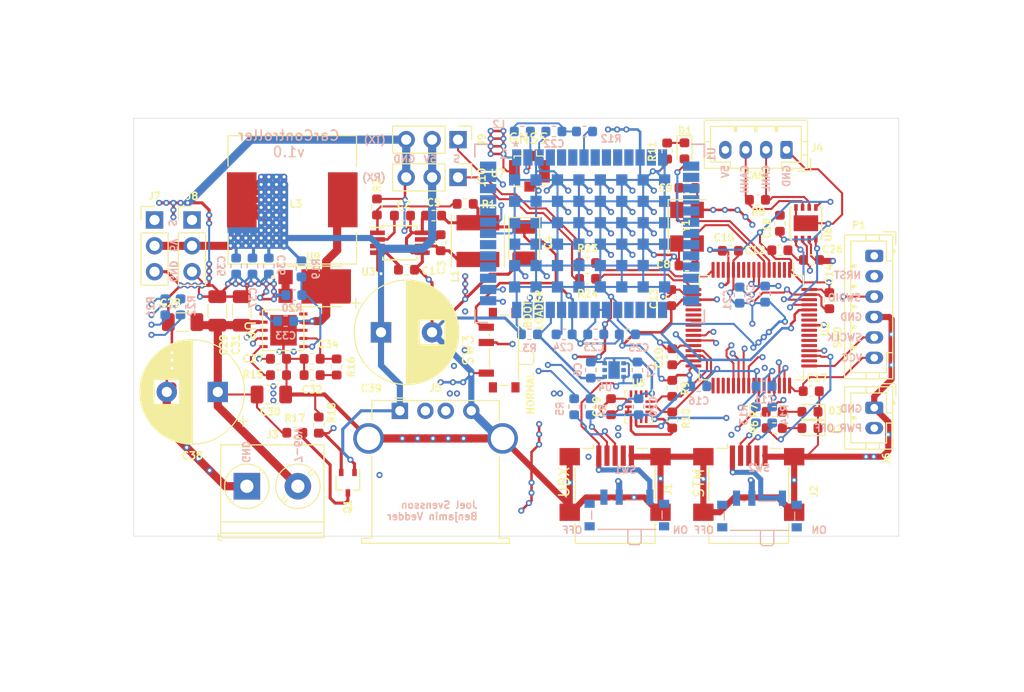
<source format=kicad_pcb>
(kicad_pcb (version 20190905) (host pcbnew "5.99.0-unknown-a3229c4~86~ubuntu18.04.1")
  (layers (0 "F.Cu" signal) (1 "In1.Cu" signal) (2 "In2.Cu" signal) (31 "B.Cu" signal) (34 "B.Paste" user) (35 "F.Paste" user) (36 "B.SilkS" user) (37 "F.SilkS" user) (38 "B.Mask" user) (39 "F.Mask" user) (44 "Edge.Cuts" user))
  (net 0 "")
  (net 1 "Net-(U1-Pad52)")
  (net 2 "Net-(U1-Pad47)")
  (net 3 "Net-(U1-Pad44)")
  (net 4 "Net-(U1-Pad54)")
  (net 5 "GND")
  (net 6 "Net-(U1-Pad45)")
  (net 7 "Net-(U1-Pad50)")
  (net 8 "Net-(U1-Pad51)")
  (net 9 "Net-(U1-Pad25)")
  (net 10 "Net-(U1-Pad24)")
  (net 11 "Net-(U1-Pad23)")
  (net 12 "Net-(U1-Pad22)")
  (net 13 "Net-(U1-Pad21)")
  (net 14 "Net-(U1-Pad19)")
  (net 15 "Net-(U1-Pad18)")
  (net 16 "Net-(U1-Pad17)")
  (net 17 "Net-(U1-Pad16)")
  (net 18 "Net-(U1-Pad15)")
  (net 19 "Net-(U1-Pad35)")
  (net 20 "Net-(U1-Pad28)")
  (net 21 "Net-(U1-Pad29)")
  (net 22 "Net-(U1-Pad31)")
  (net 23 "Net-(U1-Pad30)")
  (net 24 "Net-(U1-Pad13)")
  (net 25 "Net-(U1-Pad11)")
  (net 26 "Net-(U1-Pad10)")
  (net 27 "Net-(U1-Pad9)")
  (net 28 "Net-(U1-Pad8)")
  (net 29 "Net-(U1-Pad6)")
  (net 30 "Net-(U1-Pad5)")
  (net 31 "Net-(U1-Pad4)")
  (net 32 "Net-(C2-Pad1)")
  (net 33 "Net-(C3-Pad2)")
  (net 34 "Net-(C3-Pad1)")
  (net 35 "VCC")
  (net 36 "Net-(R1-Pad1)")
  (net 37 "Net-(U2-Pad56)")
  (net 38 "Net-(U2-Pad54)")
  (net 39 "Net-(U2-Pad50)")
  (net 40 "Net-(U2-Pad43)")
  (net 41 "Net-(U2-Pad41)")
  (net 42 "F9P_3v3")
  (net 43 "F9P_USB_VBUS")
  (net 44 "MCU_USB_DP")
  (net 45 "MCU_USB_DM")
  (net 46 "Net-(U4-Pad2)")
  (net 47 "Net-(U4-Pad5)")
  (net 48 "Net-(J1-Pad4)")
  (net 49 "F9P_USB_DP")
  (net 50 "F9P_USB_DM")
  (net 51 "Net-(J2-Pad4)")
  (net 52 "Net-(R4-Pad2)")
  (net 53 "Net-(R5-Pad2)")
  (net 54 "Net-(D2-Pad2)")
  (net 55 "Net-(D3-Pad2)")
  (net 56 "Net-(C8-Pad2)")
  (net 57 "Net-(C9-Pad2)")
  (net 58 "Net-(C10-Pad1)")
  (net 59 "Net-(C11-Pad1)")
  (net 60 "SWCLK")
  (net 61 "SWDIO")
  (net 62 "NRST")
  (net 63 "Net-(P1-Pad1)")
  (net 64 "Net-(U5-Pad11)")
  (net 65 "Net-(U5-Pad10)")
  (net 66 "Net-(U5-Pad4)")
  (net 67 "Net-(U5-Pad3)")
  (net 68 "Net-(U5-Pad2)")
  (net 69 "CANL")
  (net 70 "CANH")
  (net 71 "CAN_TX")
  (net 72 "CAN_RX")
  (net 73 "SDA")
  (net 74 "SCL")
  (net 75 "IMU_INT2")
  (net 76 "Net-(SW1-Pad3)")
  (net 77 "Net-(D1-Pad2)")
  (net 78 "Net-(D1-Pad1)")
  (net 79 "MCU_RX_F9P_TX")
  (net 80 "F9P_RESET_N")
  (net 81 "TIMEPULSE")
  (net 82 "MCU_TX_F9P_RX")
  (net 83 "Net-(U2-Pad25)")
  (net 84 "Net-(U2-Pad24)")
  (net 85 "Net-(U2-Pad11)")
  (net 86 "Net-(U2-Pad10)")
  (net 87 "Net-(U2-Pad9)")
  (net 88 "Net-(C22-Pad1)")
  (net 89 "Net-(R12-Pad1)")
  (net 90 "MCU_USB_VBUS")
  (net 91 "Net-(U1-Pad27)")
  (net 92 "Net-(U1-Pad26)")
  (net 93 "Net-(U1-Pad46)")
  (net 94 "Net-(U2-Pad53)")
  (net 95 "Net-(U2-Pad36)")
  (net 96 "Net-(U2-Pad35)")
  (net 97 "Net-(U2-Pad34)")
  (net 98 "Net-(U2-Pad33)")
  (net 99 "Net-(U2-Pad23)")
  (net 100 "Net-(U2-Pad22)")
  (net 101 "Net-(U2-Pad21)")
  (net 102 "Net-(U2-Pad20)")
  (net 103 "Net-(U2-Pad15)")
  (net 104 "Net-(U2-Pad14)")
  (net 105 "Net-(U2-Pad4)")
  (net 106 "Net-(U2-Pad3)")
  (net 107 "Net-(U2-Pad2)")
  (net 108 "Net-(L2-Pad1)")
  (net 109 "Net-(R13-Pad2)")
  (net 110 "Net-(R14-Pad2)")
  (net 111 "PWR_5V")
  (net 112 "Net-(C27-Pad1)")
  (net 113 "BAT_VIN")
  (net 114 "Net-(C32-Pad1)")
  (net 115 "SW")
  (net 116 "Net-(C33-Pad1)")
  (net 117 "Net-(C34-Pad1)")
  (net 118 "Net-(J5-Pad3)")
  (net 119 "Net-(J5-Pad2)")
  (net 120 "Net-(R15-Pad1)")
  (net 121 "FB")
  (net 122 "Net-(SW2-Pad3)")
  (net 123 "Net-(J6-Pad2)")
  (net 124 "VOLT_METER")
  (net 125 "Net-(U8-Pad10)")
  (net 126 "Net-(J7-Pad1)")
  (net 127 "Net-(J8-Pad1)")
  (net 128 "LED0")
  (net 129 "LED1")
  (net 130 "Net-(R21-Pad2)")
  (net 131 "Net-(R22-Pad2)")
  (net 132 "Net-(Q1-Pad3)")
  (net 133 "Net-(J9-Pad1)")
  (net 134 "Net-(J10-Pad1)")
  (net 135 "SERV_2")
  (net 136 "SERV_3")
  (net 137 "Net-(SW3-Pad2)")
  (net 138 "Net-(U2-Pad59)")
  (net 139 "Net-(U2-Pad58)")
  (net 140 "Net-(U2-Pad55)")
  (module "Inductor_SMD:L_12x12mm_H8mm" (layer "F.Cu") (at 60.55 61 180)
    (fp_text reference "L3" (at -0.35 -0.4) (layer "F.SilkS") (effects (font (size 0.7 0.7))))
    (fp_text value "7.2u")
    (pad "2" smd rect (at 4.95 0 180) (size 2.9 5.4) (layers "F.Cu" "F.Paste" "F.Mask") (net 111 "PWR_5V"))
    (pad "1" smd rect (at -4.95 0 180) (size 2.9 5.4) (layers "F.Cu" "F.Paste" "F.Mask") (net 115 "SW"))
  )
  (module "f9p:TI-DPR" (layer "F.Cu") (at 59.69 73.8 -90)
    (fp_text reference "U8" (at 0.05 3.3 -90 unlocked) (layer "F.SilkS"))
    (fp_text value "TPS54561DPRR")
    (pad "11" connect rect (at 0 0 270) (size 3 2.6) (layers "F.Cu" "F.Mask") (net 5 "GND"))
    (pad "1" connect rect (at -1.6 1.95 270) (size 0.3 0.8) (layers "F.Cu" "F.Mask") (net 116 "Net-(C33-Pad1)"))
    (pad "2" connect rect (at -0.8 1.95 270) (size 0.3 0.8) (layers "F.Cu" "F.Mask") (net 113 "BAT_VIN"))
    (pad "5" connect rect (at 1.6 1.95 270) (size 0.3 0.8) (layers "F.Cu" "F.Mask") (net 120 "Net-(R15-Pad1)"))
    (pad "3" connect rect (at 0 1.95 270) (size 0.3 0.8) (layers "F.Cu" "F.Mask") (net 123 "Net-(J6-Pad2)"))
    (pad "4" connect rect (at 0.8 1.95 270) (size 0.3 0.8) (layers "F.Cu" "F.Mask") (net 112 "Net-(C27-Pad1)"))
    (pad "6" connect rect (at 1.6 -1.95 270) (size 0.3 0.8) (layers "F.Cu" "F.Mask") (net 121 "FB"))
    (pad "7" connect rect (at 0.8 -1.95 270) (size 0.3 0.8) (layers "F.Cu" "F.Mask") (net 117 "Net-(C34-Pad1)"))
    (pad "8" connect rect (at 0 -1.95 270) (size 0.3 0.8) (layers "F.Cu" "F.Mask") (net 5 "GND"))
    (pad "9" connect rect (at -0.8 -1.95 270) (size 0.3 0.8) (layers "F.Cu" "F.Mask") (net 115 "SW"))
    (pad "10" connect rect (at -1.6 -1.95 270) (size 0.3 0.8) (layers "F.Cu" "F.Mask") (net 125 "Net-(U8-Pad10)"))
  )
  (module "Connector_JST:JST_PH_B4B-PH-K_1x04_P2.00mm_Vertical" (layer "F.Cu") (at 109 56.1 180)
    (fp_text reference "J4" (at -3 0.2) (layer "F.SilkS") (effects (font (size 0.7 0.7))))
    (fp_text value "CAN" (at 3.1 -2.5) (layer "F.SilkS") (effects (font (size 0.7 0.7))))
    (pad "4" thru_hole oval (at 6 0 180) (size 1.2 1.75) (drill 0.75) (layers *.Cu *.Mask) (net 111 "PWR_5V"))
    (pad "3" thru_hole oval (at 4 0 180) (size 1.2 1.75) (drill 0.75) (layers *.Cu *.Mask) (net 70 "CANH"))
    (pad "2" thru_hole oval (at 2 0 180) (size 1.2 1.75) (drill 0.75) (layers *.Cu *.Mask) (net 69 "CANL"))
    (pad "1" thru_hole roundrect (at 0 0) (size 1.2 1.75) (drill 0.75) (layers *.Cu *.Mask) (roundrect_rratio 0.208333) (net 5 "GND"))
  )
  (module "Button_Switch_SMD:SW_SPDT_PCM12" (layer "F.Cu") (at 81 75.75 90)
    (fp_text reference "SW3" (at 0 -3.2 90) (layer "F.SilkS"))
    (fp_text value "BOOT0")
    (pad "" smd rect (at -3.65 -0.78 90) (size 1 0.8) (layers "F.Cu" "F.Paste" "F.Mask"))
    (pad "" smd rect (at 3.65 -0.78 90) (size 1 0.8) (layers "F.Cu" "F.Paste" "F.Mask"))
    (pad "" smd rect (at 3.65 1.43 90) (size 1 0.8) (layers "F.Cu" "F.Paste" "F.Mask"))
    (pad "" smd rect (at -3.65 1.43 90) (size 1 0.8) (layers "F.Cu" "F.Paste" "F.Mask"))
    (pad "3" smd rect (at 2.25 -1.43 90) (size 0.7 1.5) (layers "F.Cu" "F.Paste" "F.Mask") (net 35 "VCC"))
    (pad "2" smd rect (at 0.75 -1.43 90) (size 0.7 1.5) (layers "F.Cu" "F.Paste" "F.Mask") (net 137 "Net-(SW3-Pad2)"))
    (pad "1" smd rect (at -2.25 -1.43 90) (size 0.7 1.5) (layers "F.Cu" "F.Paste" "F.Mask") (net 5 "GND"))
    (pad "" np_thru_hole circle (at 1.5 0.33 90) (size 0.9 0.9) (drill 0.9) (layers *.Cu *.Mask))
    (pad "" np_thru_hole circle (at -1.5 0.33 90) (size 0.9 0.9) (drill 0.9) (layers *.Cu *.Mask))
  )
  (module "Resistor_SMD:R_0603_1608Metric" (layer "F.Cu") (at 89.5 68.75)
    (fp_text reference "R24" (at 0 1.45) (layer "F.SilkS") (effects (font (size 0.7 0.7))))
    (fp_text value "220R")
    (pad "2" smd roundrect (at 0.7875 0) (size 0.875 0.95) (layers "F.Cu" "F.Paste" "F.Mask") (net 136 "SERV_3"))
    (pad "1" smd roundrect (at -0.7875 0) (size 0.875 0.95) (layers "F.Cu" "F.Paste" "F.Mask") (net 134 "Net-(J10-Pad1)"))
  )
  (module "Resistor_SMD:R_0603_1608Metric" (layer "F.Cu") (at 89.5 67.2)
    (fp_text reference "R23" (at 0 -1.43) (layer "F.SilkS") (effects (font (size 0.7 0.7))))
    (fp_text value "220R")
    (pad "2" smd roundrect (at 0.7875 0) (size 0.875 0.95) (layers "F.Cu" "F.Paste" "F.Mask") (net 135 "SERV_2"))
    (pad "1" smd roundrect (at -0.7875 0) (size 0.875 0.95) (layers "F.Cu" "F.Paste" "F.Mask") (net 133 "Net-(J9-Pad1)"))
  )
  (module "Connector_PinHeader_2.54mm:PinHeader_1x03_P2.54mm_Vertical" (layer "F.Cu") (at 76.8 58.8 -90)
    (fp_text reference "J10" (at 0 -2.33 90) (layer "F.SilkS") (effects (font (size 0.7 0.7))))
    (fp_text value "SERV_3")
    (pad "3" thru_hole oval (at 0 5.08 270) (size 1.7 1.7) (drill 1) (layers *.Cu *.Mask) (net 5 "GND"))
    (pad "2" thru_hole oval (at 0 2.54 270) (size 1.7 1.7) (drill 1) (layers *.Cu *.Mask) (net 111 "PWR_5V"))
    (pad "1" thru_hole rect (at 0 0 270) (size 1.7 1.7) (drill 1) (layers *.Cu *.Mask) (net 134 "Net-(J10-Pad1)"))
  )
  (module "Connector_PinHeader_2.54mm:PinHeader_1x03_P2.54mm_Vertical" (layer "F.Cu") (at 76.8 55.1 -90)
    (fp_text reference "J9" (at 0 -2.33 90) (layer "F.SilkS") (effects (font (size 0.7 0.7))))
    (fp_text value "SERV_2")
    (pad "3" thru_hole oval (at 0 5.08 270) (size 1.7 1.7) (drill 1) (layers *.Cu *.Mask) (net 5 "GND"))
    (pad "2" thru_hole oval (at 0 2.54 270) (size 1.7 1.7) (drill 1) (layers *.Cu *.Mask) (net 111 "PWR_5V"))
    (pad "1" thru_hole rect (at 0 0 270) (size 1.7 1.7) (drill 1) (layers *.Cu *.Mask) (net 133 "Net-(J9-Pad1)"))
  )
  (module "Capacitor_SMD:C_0603_1608Metric" (layer "B.Cu") (at 106.9 70.25 -90)
    (fp_text reference "C40" (at 0 1.43 90) (layer "B.SilkS") (effects (font (size 0.7 0.7)) (justify mirror)))
    (fp_text value "0.1u")
    (pad "2" smd roundrect (at 0.7875 0 270) (size 0.875 0.95) (layers "B.Cu" "B.Paste" "B.Mask") (net 5 "GND"))
    (pad "1" smd roundrect (at -0.7875 0 270) (size 0.875 0.95) (layers "B.Cu" "B.Paste" "B.Mask") (net 124 "VOLT_METER"))
  )
  (module "Capacitor_SMD:C_1206_3216Metric" (layer "F.Cu") (at 58.5 80.1)
    (fp_text reference "C30" (at -0.1 1.7) (layer "F.SilkS") (effects (font (size 0.7 0.7))))
    (fp_text value "2.2u")
    (pad "2" smd roundrect (at 1.4 0) (size 1.25 1.75) (layers "F.Cu" "F.Paste" "F.Mask") (roundrect_rratio 0.2) (net 5 "GND"))
    (pad "1" smd roundrect (at -1.4 0) (size 1.25 1.75) (layers "F.Cu" "F.Paste" "F.Mask") (roundrect_rratio 0.2) (net 113 "BAT_VIN"))
  )
  (module "Package_TO_SOT_SMD:SOT-323_SC-70" (layer "F.Cu") (at 66 88.75 -90)
    (fp_text reference "Q1" (at 2.35 0 90) (layer "F.SilkS") (effects (font (size 0.7 0.7))))
    (fp_text value "DMN62D0UW-7")
    (pad "3" smd rect (at 1 0 180) (size 0.45 0.7) (layers "F.Cu" "F.Paste" "F.Mask") (net 132 "Net-(Q1-Pad3)"))
    (pad "2" smd rect (at -1 0.65 180) (size 0.45 0.7) (layers "F.Cu" "F.Paste" "F.Mask") (net 124 "VOLT_METER"))
    (pad "1" smd rect (at -1 -0.65 180) (size 0.45 0.7) (layers "F.Cu" "F.Paste" "F.Mask") (net 111 "PWR_5V"))
  )
  (module "Resistor_SMD:R_0603_1608Metric" (layer "B.Cu") (at 49.6 71.5 -90)
    (fp_text reference "R22" (at -0.1 -1.075 90) (layer "B.SilkS") (effects (font (size 0.7 0.7)) (justify mirror)))
    (fp_text value "220R")
    (pad "2" smd roundrect (at 0.7875 0 270) (size 0.875 0.95) (layers "B.Cu" "B.Paste" "B.Mask") (net 131 "Net-(R22-Pad2)"))
    (pad "1" smd roundrect (at -0.7875 0 270) (size 0.875 0.95) (layers "B.Cu" "B.Paste" "B.Mask") (net 127 "Net-(J8-Pad1)"))
  )
  (module "Resistor_SMD:R_0603_1608Metric" (layer "B.Cu") (at 48.1 71.5 -90)
    (fp_text reference "R21" (at 0 1.43 90) (layer "B.SilkS") (effects (font (size 0.7 0.7)) (justify mirror)))
    (fp_text value "220R")
    (pad "2" smd roundrect (at 0.7875 0 270) (size 0.875 0.95) (layers "B.Cu" "B.Paste" "B.Mask") (net 130 "Net-(R21-Pad2)"))
    (pad "1" smd roundrect (at -0.7875 0 270) (size 0.875 0.95) (layers "B.Cu" "B.Paste" "B.Mask") (net 126 "Net-(J7-Pad1)"))
  )
  (module "Connector_PinHeader_2.54mm:PinHeader_1x03_P2.54mm_Vertical" (layer "F.Cu") (at 50.725 62.975)
    (fp_text reference "J8" (at 0 -2.33) (layer "F.SilkS") (effects (font (size 0.7 0.7))))
    (fp_text value "SERV_1")
    (pad "3" thru_hole oval (at 0 5.08) (size 1.7 1.7) (drill 1) (layers *.Cu *.Mask) (net 5 "GND"))
    (pad "2" thru_hole oval (at 0 2.54) (size 1.7 1.7) (drill 1) (layers *.Cu *.Mask) (net 111 "PWR_5V"))
    (pad "1" thru_hole rect (at 0 0) (size 1.7 1.7) (drill 1) (layers *.Cu *.Mask) (net 127 "Net-(J8-Pad1)"))
  )
  (module "Connector_PinHeader_2.54mm:PinHeader_1x03_P2.54mm_Vertical" (layer "F.Cu") (at 47.05 62.975)
    (fp_text reference "J7" (at 0 -2.33) (layer "F.SilkS") (effects (font (size 0.7 0.7))))
    (fp_text value "SERV_0")
    (pad "3" thru_hole oval (at 0 5.08) (size 1.7 1.7) (drill 1) (layers *.Cu *.Mask) (net 5 "GND"))
    (pad "2" thru_hole oval (at 0 2.54) (size 1.7 1.7) (drill 1) (layers *.Cu *.Mask) (net 111 "PWR_5V"))
    (pad "1" thru_hole rect (at 0 0) (size 1.7 1.7) (drill 1) (layers *.Cu *.Mask) (net 126 "Net-(J7-Pad1)"))
  )
  (module "Capacitor_THT:CP_Radial_D10.0mm_P5.00mm" (layer "F.Cu") (at 69.25 74)
    (fp_text reference "C39" (at -0.95 5.5) (layer "F.SilkS") (effects (font (size 0.7 0.7))))
    (fp_text value "470u")
    (pad "2" thru_hole circle (at 5 0) (size 2 2) (drill 1) (layers *.Cu *.Mask) (net 5 "GND"))
    (pad "1" thru_hole rect (at 0 0) (size 2 2) (drill 1) (layers *.Cu *.Mask) (net 111 "PWR_5V"))
  )
  (module "Capacitor_THT:CP_Radial_D10.0mm_P5.00mm" (layer "F.Cu") (at 53.25 79.85 180)
    (fp_text reference "C38" (at 2.5 -6.25) (layer "F.SilkS") (effects (font (size 0.7 0.7))))
    (fp_text value "100u")
    (pad "2" thru_hole circle (at 5 0 180) (size 2 2) (drill 1) (layers *.Cu *.Mask) (net 5 "GND"))
    (pad "1" thru_hole rect (at 0 0 180) (size 2 2) (drill 1) (layers *.Cu *.Mask) (net 113 "BAT_VIN"))
  )
  (module "Resistor_SMD:R_0603_1608Metric" (layer "F.Cu") (at 60.8 83.85)
    (fp_text reference "R17" (at 0 -1.43) (layer "F.SilkS") (effects (font (size 0.7 0.7))))
    (fp_text value "39k")
    (pad "2" smd roundrect (at 0.7875 0) (size 0.875 0.95) (layers "F.Cu" "F.Paste" "F.Mask") (net 132 "Net-(Q1-Pad3)"))
    (pad "1" smd roundrect (at -0.7875 0) (size 0.875 0.95) (layers "F.Cu" "F.Paste" "F.Mask") (net 113 "BAT_VIN"))
  )
  (module "POWERDI5:POWERDI5" (layer "F.Cu") (at 62.75 69.5)
    (fp_text reference "U9" (at -0.15 -2.9) (layer "F.SilkS") (effects (font (size 0.7 0.7))))
    (fp_text value "PDS760-13" hide)
    (pad "1" smd rect (at -2.856 -0.92) (size 1.4 1.39) (layers "F.Cu" "F.Paste" "F.Mask") (net 5 "GND"))
    (pad "2" smd rect (at -2.856 0.92) (size 1.4 1.39) (layers "F.Cu" "F.Paste" "F.Mask") (net 5 "GND"))
    (pad "3" smd rect (at 1.126 0) (size 4.86 3.36) (layers "F.Cu" "F.Paste" "F.Mask") (net 115 "SW"))
  )
  (module "Button_Switch_SMD:SW_SPDT_PCM12" (layer "B.Cu") (at 106.35 91.7 180)
    (fp_text reference "SW2" (at 0.05 4.4) (layer "B.SilkS") (effects (font (size 0.7 0.7)) (justify mirror)))
    (fp_text value "MCU_USB_POWER")
    (pad "" smd rect (at -3.65 0.78 180) (size 1 0.8) (layers "B.Cu" "B.Paste" "B.Mask"))
    (pad "" smd rect (at 3.65 0.78 180) (size 1 0.8) (layers "B.Cu" "B.Paste" "B.Mask"))
    (pad "" smd rect (at 3.65 -1.43 180) (size 1 0.8) (layers "B.Cu" "B.Paste" "B.Mask"))
    (pad "" smd rect (at -3.65 -1.43 180) (size 1 0.8) (layers "B.Cu" "B.Paste" "B.Mask"))
    (pad "3" smd rect (at 2.25 1.43 180) (size 0.7 1.5) (layers "B.Cu" "B.Paste" "B.Mask") (net 122 "Net-(SW2-Pad3)"))
    (pad "2" smd rect (at 0.75 1.43 180) (size 0.7 1.5) (layers "B.Cu" "B.Paste" "B.Mask") (net 111 "PWR_5V"))
    (pad "1" smd rect (at -2.25 1.43 180) (size 0.7 1.5) (layers "B.Cu" "B.Paste" "B.Mask") (net 90 "MCU_USB_VBUS"))
    (pad "" np_thru_hole circle (at 1.5 -0.33 180) (size 0.9 0.9) (drill 0.9) (layers *.Cu *.Mask))
    (pad "" np_thru_hole circle (at -1.5 -0.33 180) (size 0.9 0.9) (drill 0.9) (layers *.Cu *.Mask))
  )
  (module "Resistor_SMD:R_0603_1608Metric" (layer "B.Cu") (at 60.7 70.35)
    (fp_text reference "R20" (at -0.175 1.25 180) (layer "B.SilkS") (effects (font (size 0.7 0.7)) (justify mirror)))
    (fp_text value "10.2k")
    (pad "2" smd roundrect (at 0.7875 0) (size 0.875 0.95) (layers "B.Cu" "B.Paste" "B.Mask") (net 121 "FB"))
    (pad "1" smd roundrect (at -0.7875 0) (size 0.875 0.95) (layers "B.Cu" "B.Paste" "B.Mask") (net 5 "GND"))
  )
  (module "Resistor_SMD:R_0603_1608Metric" (layer "B.Cu") (at 61.45 67.775 90)
    (fp_text reference "R19" (at 0 1.43 270) (layer "B.SilkS") (effects (font (size 0.7 0.7)) (justify mirror)))
    (fp_text value "53.6k")
    (pad "2" smd roundrect (at 0.7875 0 90) (size 0.875 0.95) (layers "B.Cu" "B.Paste" "B.Mask") (net 111 "PWR_5V"))
    (pad "1" smd roundrect (at -0.7875 0 90) (size 0.875 0.95) (layers "B.Cu" "B.Paste" "B.Mask") (net 121 "FB"))
  )
  (module "Resistor_SMD:R_0603_1608Metric" (layer "F.Cu") (at 63.15 83.1 90)
    (fp_text reference "R18" (at 1.2 1.25 90) (layer "F.SilkS") (effects (font (size 0.7 0.7))))
    (fp_text value "2.2k")
    (pad "2" smd roundrect (at 0.7875 0 90) (size 0.875 0.95) (layers "F.Cu" "F.Paste" "F.Mask") (net 5 "GND"))
    (pad "1" smd roundrect (at -0.7875 0 90) (size 0.875 0.95) (layers "F.Cu" "F.Paste" "F.Mask") (net 124 "VOLT_METER"))
  )
  (module "Resistor_SMD:R_0603_1608Metric" (layer "F.Cu") (at 64.9 77.4 -90)
    (fp_text reference "R16" (at 0 -1.43 90) (layer "F.SilkS") (effects (font (size 0.7 0.7))))
    (fp_text value "16.9k")
    (pad "2" smd roundrect (at 0.7875 0 270) (size 0.875 0.95) (layers "F.Cu" "F.Paste" "F.Mask") (net 114 "Net-(C32-Pad1)"))
    (pad "1" smd roundrect (at -0.7875 0 270) (size 0.875 0.95) (layers "F.Cu" "F.Paste" "F.Mask") (net 117 "Net-(C34-Pad1)"))
  )
  (module "Resistor_SMD:R_0603_1608Metric" (layer "F.Cu") (at 59.2 78.2)
    (fp_text reference "R15" (at -2.5 -0.05) (layer "F.SilkS") (effects (font (size 0.7 0.7))))
    (fp_text value "243k")
    (pad "2" smd roundrect (at 0.7875 0) (size 0.875 0.95) (layers "F.Cu" "F.Paste" "F.Mask") (net 5 "GND"))
    (pad "1" smd roundrect (at -0.7875 0) (size 0.875 0.95) (layers "F.Cu" "F.Paste" "F.Mask") (net 120 "Net-(R15-Pad1)"))
  )
  (module "Connector_JST:JST_PH_B2B-PH-K_1x02_P2.00mm_Vertical" (layer "F.Cu") (at 117.6 81.4 -90)
    (fp_text reference "J6" (at 5 -1.2 90) (layer "F.SilkS") (effects (font (size 0.7 0.7))))
    (fp_text value "EN_BAT_VIN")
    (pad "2" thru_hole oval (at 2 0 270) (size 1.2 1.75) (drill 0.75) (layers *.Cu *.Mask) (net 123 "Net-(J6-Pad2)"))
    (pad "1" thru_hole roundrect (at 0 0 270) (size 1.2 1.75) (drill 0.75) (layers *.Cu *.Mask) (roundrect_rratio 0.208333) (net 5 "GND"))
  )
  (module "Connector_USB:USB_A_Stewart_SS-52100-001_Horizontal" (layer "F.Cu") (at 71.1 81.7)
    (fp_text reference "J5" (at 3.5 -2.26) (layer "F.SilkS") (effects (font (size 0.7 0.7))))
    (fp_text value "USB_A_PWR_OUTPUT")
    (pad "4" thru_hole circle (at 7 0) (size 1.6 1.6) (drill 0.92) (layers *.Cu *.Mask) (net 5 "GND"))
    (pad "3" thru_hole circle (at 4.5 0) (size 1.6 1.6) (drill 0.92) (layers *.Cu *.Mask) (net 118 "Net-(J5-Pad3)"))
    (pad "2" thru_hole circle (at 2.5 0) (size 1.6 1.6) (drill 0.92) (layers *.Cu *.Mask) (net 119 "Net-(J5-Pad2)"))
    (pad "1" thru_hole rect (at 0 0) (size 1.6 1.6) (drill 0.92) (layers *.Cu *.Mask) (net 111 "PWR_5V"))
    (pad "5" thru_hole circle (at -3.07 2.71) (size 3 3) (drill 2.3) (layers *.Cu *.Mask) (net 5 "GND"))
    (pad "5" thru_hole circle (at 10.07 2.71) (size 3 3) (drill 2.3) (layers *.Cu *.Mask) (net 5 "GND"))
  )
  (module "TerminalBlock_Phoenix:TerminalBlock_Phoenix_PT-1,5-2-5.0-H_1x02_P5.00mm_Horizontal" (layer "F.Cu") (at 56.1 89.1)
    (fp_text reference "J3" (at 2.5 -5.06) (layer "F.SilkS") (effects (font (size 0.7 0.7))))
    (fp_text value "BAT_CONN")
    (pad "2" thru_hole circle (at 5 0) (size 2.6 2.6) (drill 1.3) (layers *.Cu *.Mask) (net 113 "BAT_VIN"))
    (pad "1" thru_hole rect (at 0 0) (size 2.6 2.6) (drill 1.3) (layers *.Cu *.Mask) (net 5 "GND"))
  )
  (module "Capacitor_SMD:C_0603_1608Metric" (layer "B.Cu") (at 56.65 67.5 -90)
    (fp_text reference "C37" (at 3.1 -0.05 90) (layer "B.SilkS") (effects (font (size 0.7 0.7)) (justify mirror)))
    (fp_text value "2.2u")
    (pad "2" smd roundrect (at 0.7875 0 270) (size 0.875 0.95) (layers "B.Cu" "B.Paste" "B.Mask") (net 5 "GND"))
    (pad "1" smd roundrect (at -0.7875 0 270) (size 0.875 0.95) (layers "B.Cu" "B.Paste" "B.Mask") (net 111 "PWR_5V"))
  )
  (module "Capacitor_SMD:C_0603_1608Metric" (layer "B.Cu") (at 58.25 67.5 -90)
    (fp_text reference "C36" (at -0.1 -1.25 -90) (layer "B.SilkS") (effects (font (size 0.7 0.7)) (justify mirror)))
    (fp_text value "2.2u")
    (pad "2" smd roundrect (at 0.7875 0 270) (size 0.875 0.95) (layers "B.Cu" "B.Paste" "B.Mask") (net 5 "GND"))
    (pad "1" smd roundrect (at -0.7875 0 270) (size 0.875 0.95) (layers "B.Cu" "B.Paste" "B.Mask") (net 111 "PWR_5V"))
  )
  (module "Capacitor_SMD:C_0603_1608Metric" (layer "B.Cu") (at 55.05 67.5 -90)
    (fp_text reference "C35" (at 0 1.43 -90) (layer "B.SilkS") (effects (font (size 0.7 0.7)) (justify mirror)))
    (fp_text value "2.2u")
    (pad "2" smd roundrect (at 0.7875 0 270) (size 0.875 0.95) (layers "B.Cu" "B.Paste" "B.Mask") (net 5 "GND"))
    (pad "1" smd roundrect (at -0.7875 0 270) (size 0.875 0.95) (layers "B.Cu" "B.Paste" "B.Mask") (net 111 "PWR_5V"))
  )
  (module "Capacitor_SMD:C_0603_1608Metric" (layer "F.Cu") (at 62.5 76.6 180)
    (fp_text reference "C34" (at -1.575 1.425) (layer "F.SilkS") (effects (font (size 0.7 0.7))))
    (fp_text value "47p")
    (pad "2" smd roundrect (at 0.7875 0 180) (size 0.875 0.95) (layers "F.Cu" "F.Paste" "F.Mask") (net 5 "GND"))
    (pad "1" smd roundrect (at -0.7875 0 180) (size 0.875 0.95) (layers "F.Cu" "F.Paste" "F.Mask") (net 117 "Net-(C34-Pad1)"))
  )
  (module "Capacitor_SMD:C_0603_1608Metric" (layer "B.Cu") (at 59.9 72.9)
    (fp_text reference "C33" (at 0 1.43 180) (layer "B.SilkS") (effects (font (size 0.7 0.7)) (justify mirror)))
    (fp_text value "0.1u")
    (pad "2" smd roundrect (at 0.7875 0) (size 0.875 0.95) (layers "B.Cu" "B.Paste" "B.Mask") (net 115 "SW"))
    (pad "1" smd roundrect (at -0.7875 0) (size 0.875 0.95) (layers "B.Cu" "B.Paste" "B.Mask") (net 116 "Net-(C33-Pad1)"))
  )
  (module "Capacitor_SMD:C_0603_1608Metric" (layer "F.Cu") (at 62.5 78.2 180)
    (fp_text reference "C32" (at 0 -1.425) (layer "F.SilkS") (effects (font (size 0.7 0.7))))
    (fp_text value "4700p")
    (pad "2" smd roundrect (at 0.7875 0 180) (size 0.875 0.95) (layers "F.Cu" "F.Paste" "F.Mask") (net 5 "GND"))
    (pad "1" smd roundrect (at -0.7875 0 180) (size 0.875 0.95) (layers "F.Cu" "F.Paste" "F.Mask") (net 114 "Net-(C32-Pad1)"))
  )
  (module "Capacitor_SMD:C_1206_3216Metric" (layer "F.Cu") (at 55.6 71.9 90)
    (fp_text reference "C31" (at -3.3 -0.575 90) (layer "F.SilkS") (effects (font (size 0.7 0.7))))
    (fp_text value "2.2u")
    (pad "2" smd roundrect (at 1.4 0 90) (size 1.25 1.75) (layers "F.Cu" "F.Paste" "F.Mask") (roundrect_rratio 0.2) (net 5 "GND"))
    (pad "1" smd roundrect (at -1.4 0 90) (size 1.25 1.75) (layers "F.Cu" "F.Paste" "F.Mask") (roundrect_rratio 0.2) (net 113 "BAT_VIN"))
  )
  (module "Capacitor_SMD:C_1206_3216Metric" (layer "F.Cu") (at 53.2 71.9 90)
    (fp_text reference "C29" (at -3.35 0.625 90) (layer "F.SilkS") (effects (font (size 0.7 0.7))))
    (fp_text value "2.2u")
    (pad "2" smd roundrect (at 1.4 0 90) (size 1.25 1.75) (layers "F.Cu" "F.Paste" "F.Mask") (roundrect_rratio 0.2) (net 5 "GND"))
    (pad "1" smd roundrect (at -1.4 0 90) (size 1.25 1.75) (layers "F.Cu" "F.Paste" "F.Mask") (roundrect_rratio 0.2) (net 113 "BAT_VIN"))
  )
  (module "Capacitor_SMD:C_1206_3216Metric" (layer "F.Cu") (at 49.8 73 180)
    (fp_text reference "C28" (at 1.2 1.875) (layer "F.SilkS") (effects (font (size 0.7 0.7))))
    (fp_text value "2.2u")
    (pad "2" smd roundrect (at 1.4 0 180) (size 1.25 1.75) (layers "F.Cu" "F.Paste" "F.Mask") (roundrect_rratio 0.2) (net 5 "GND"))
    (pad "1" smd roundrect (at -1.4 0 180) (size 1.25 1.75) (layers "F.Cu" "F.Paste" "F.Mask") (roundrect_rratio 0.2) (net 113 "BAT_VIN"))
  )
  (module "Capacitor_SMD:C_0603_1608Metric" (layer "F.Cu") (at 59.2 76.6)
    (fp_text reference "C27" (at -2.5 0) (layer "F.SilkS") (effects (font (size 0.7 0.7))))
    (fp_text value "0.01u")
    (pad "2" smd roundrect (at 0.7875 0) (size 0.875 0.95) (layers "F.Cu" "F.Paste" "F.Mask") (net 5 "GND"))
    (pad "1" smd roundrect (at -0.7875 0) (size 0.875 0.95) (layers "F.Cu" "F.Paste" "F.Mask") (net 112 "Net-(C27-Pad1)"))
  )
  (module "Capacitor_SMD:C_0603_1608Metric" (layer "B.Cu") (at 94.5 81.3 90)
    (fp_text reference "C20" (at 0 1.43 270) (layer "B.SilkS") (effects (font (size 0.7 0.7)) (justify mirror)))
    (fp_text value "2.2u")
    (pad "2" smd roundrect (at 0.7875 0 90) (size 0.875 0.95) (layers "B.Cu" "B.Paste" "B.Mask") (net 5 "GND"))
    (pad "1" smd roundrect (at -0.7875 0 90) (size 0.875 0.95) (layers "B.Cu" "B.Paste" "B.Mask") (net 35 "VCC"))
  )
  (module "f9p:UBLOX_ZED_F9P" (layer "B.Cu") (at 89.7 64.3)
    (fp_text reference "U1" (at 11.95 -7.75 270) (layer "B.SilkS") (effects (font (size 0.7 0.7)) (justify mirror)))
    (fp_text value "Ublox_ZED_F9P")
    (fp_text user "1" (at -8.45 -7.85 180) (layer "B.SilkS") (effects (justify mirror)))
    (fp_text user "*" (at -7.25 -8.45 180) (layer "B.SilkS") (effects (justify mirror)))
    (pad "0" smd rect (at 1.05 5.25) (size 1.1 1.1) (layers "B.Cu" "B.Paste" "B.Mask") (net 5 "GND"))
    (pad "0" smd rect (at -3.15 5.25) (size 1.1 1.1) (layers "B.Cu" "B.Paste" "B.Mask") (net 5 "GND"))
    (pad "0" smd rect (at 5.25 5.25) (size 1.1 1.1) (layers "B.Cu" "B.Paste" "B.Mask") (net 5 "GND"))
    (pad "0" smd rect (at -1.05 5.25) (size 1.1 1.1) (layers "B.Cu" "B.Paste" "B.Mask") (net 5 "GND"))
    (pad "0" smd rect (at -7.35 5.25) (size 1.1 1.1) (layers "B.Cu" "B.Paste" "B.Mask") (net 5 "GND"))
    (pad "0" smd rect (at -5.25 5.25) (size 1.1 1.1) (layers "B.Cu" "B.Paste" "B.Mask") (net 5 "GND"))
    (pad "0" smd rect (at 3.15 5.25) (size 1.1 1.1) (layers "B.Cu" "B.Paste" "B.Mask") (net 5 "GND"))
    (pad "0" smd rect (at 7.35 5.25) (size 1.1 1.1) (layers "B.Cu" "B.Paste" "B.Mask") (net 5 "GND"))
    (pad "0" smd rect (at -1.05 3.15) (size 1.1 1.1) (layers "B.Cu" "B.Paste" "B.Mask") (net 5 "GND"))
    (pad "0" smd rect (at 7.35 3.15) (size 1.1 1.1) (layers "B.Cu" "B.Paste" "B.Mask") (net 5 "GND"))
    (pad "0" smd rect (at 1.05 3.15) (size 1.1 1.1) (layers "B.Cu" "B.Paste" "B.Mask") (net 5 "GND"))
    (pad "0" smd rect (at -3.15 3.15) (size 1.1 1.1) (layers "B.Cu" "B.Paste" "B.Mask") (net 5 "GND"))
    (pad "0" smd rect (at 5.25 3.15) (size 1.1 1.1) (layers "B.Cu" "B.Paste" "B.Mask") (net 5 "GND"))
    (pad "0" smd rect (at -7.35 3.15) (size 1.1 1.1) (layers "B.Cu" "B.Paste" "B.Mask") (net 5 "GND"))
    (pad "0" smd rect (at 3.15 3.15) (size 1.1 1.1) (layers "B.Cu" "B.Paste" "B.Mask") (net 5 "GND"))
    (pad "0" smd rect (at -5.25 3.15) (size 1.1 1.1) (layers "B.Cu" "B.Paste" "B.Mask") (net 5 "GND"))
    (pad "0" smd rect (at -3.15 1.05) (size 1.1 1.1) (layers "B.Cu" "B.Paste" "B.Mask") (net 5 "GND"))
    (pad "0" smd rect (at 5.25 1.05) (size 1.1 1.1) (layers "B.Cu" "B.Paste" "B.Mask") (net 5 "GND"))
    (pad "0" smd rect (at -7.35 1.05) (size 1.1 1.1) (layers "B.Cu" "B.Paste" "B.Mask") (net 5 "GND"))
    (pad "0" smd rect (at 1.05 1.05) (size 1.1 1.1) (layers "B.Cu" "B.Paste" "B.Mask") (net 5 "GND"))
    (pad "0" smd rect (at 7.35 1.05) (size 1.1 1.1) (layers "B.Cu" "B.Paste" "B.Mask") (net 5 "GND"))
    (pad "0" smd rect (at 3.15 1.05) (size 1.1 1.1) (layers "B.Cu" "B.Paste" "B.Mask") (net 5 "GND"))
    (pad "0" smd rect (at -1.05 1.05) (size 1.1 1.1) (layers "B.Cu" "B.Paste" "B.Mask") (net 5 "GND"))
    (pad "0" smd rect (at -5.25 1.05) (size 1.1 1.1) (layers "B.Cu" "B.Paste" "B.Mask") (net 5 "GND"))
    (pad "0" smd rect (at -3.15 -1.05) (size 1.1 1.1) (layers "B.Cu" "B.Paste" "B.Mask") (net 5 "GND"))
    (pad "0" smd rect (at 1.05 -1.05) (size 1.1 1.1) (layers "B.Cu" "B.Paste" "B.Mask") (net 5 "GND"))
    (pad "0" smd rect (at 5.25 -1.05) (size 1.1 1.1) (layers "B.Cu" "B.Paste" "B.Mask") (net 5 "GND"))
    (pad "0" smd rect (at 7.35 -1.05) (size 1.1 1.1) (layers "B.Cu" "B.Paste" "B.Mask") (net 5 "GND"))
    (pad "0" smd rect (at -1.05 -1.05) (size 1.1 1.1) (layers "B.Cu" "B.Paste" "B.Mask") (net 5 "GND"))
    (pad "0" smd rect (at -7.35 -1.05) (size 1.1 1.1) (layers "B.Cu" "B.Paste" "B.Mask") (net 5 "GND"))
    (pad "0" smd rect (at -5.25 -1.05) (size 1.1 1.1) (layers "B.Cu" "B.Paste" "B.Mask") (net 5 "GND"))
    (pad "0" smd rect (at 3.15 -1.05) (size 1.1 1.1) (layers "B.Cu" "B.Paste" "B.Mask") (net 5 "GND"))
    (pad "0" smd rect (at -3.15 -3.15) (size 1.1 1.1) (layers "B.Cu" "B.Paste" "B.Mask") (net 5 "GND"))
    (pad "0" smd rect (at 1.05 -3.15) (size 1.1 1.1) (layers "B.Cu" "B.Paste" "B.Mask") (net 5 "GND"))
    (pad "0" smd rect (at -1.05 -3.15) (size 1.1 1.1) (layers "B.Cu" "B.Paste" "B.Mask") (net 5 "GND"))
    (pad "0" smd rect (at -7.35 -3.15) (size 1.1 1.1) (layers "B.Cu" "B.Paste" "B.Mask") (net 5 "GND"))
    (pad "0" smd rect (at 5.25 -3.15) (size 1.1 1.1) (layers "B.Cu" "B.Paste" "B.Mask") (net 5 "GND"))
    (pad "0" smd rect (at 7.35 -3.15) (size 1.1 1.1) (layers "B.Cu" "B.Paste" "B.Mask") (net 5 "GND"))
    (pad "0" smd rect (at -5.25 -3.15) (size 1.1 1.1) (layers "B.Cu" "B.Paste" "B.Mask") (net 5 "GND"))
    (pad "0" smd rect (at 3.15 -3.15) (size 1.1 1.1) (layers "B.Cu" "B.Paste" "B.Mask") (net 5 "GND"))
    (pad "0" smd rect (at 7.35 -5.25) (size 1.1 1.1) (layers "B.Cu" "B.Paste" "B.Mask") (net 5 "GND"))
    (pad "0" smd rect (at 5.25 -5.25) (size 1.1 1.1) (layers "B.Cu" "B.Paste" "B.Mask") (net 5 "GND"))
    (pad "0" smd rect (at 3.15 -5.25) (size 1.1 1.1) (layers "B.Cu" "B.Paste" "B.Mask") (net 5 "GND"))
    (pad "0" smd rect (at 1.05 -5.25) (size 1.1 1.1) (layers "B.Cu" "B.Paste" "B.Mask") (net 5 "GND"))
    (pad "0" smd rect (at -1.05 -5.25) (size 1.1 1.1) (layers "B.Cu" "B.Paste" "B.Mask") (net 5 "GND"))
    (pad "0" smd rect (at -3.15 -5.25) (size 1.1 1.1) (layers "B.Cu" "B.Paste" "B.Mask") (net 5 "GND"))
    (pad "0" smd rect (at -5.25 -5.25) (size 1.1 1.1) (layers "B.Cu" "B.Paste" "B.Mask") (net 5 "GND"))
    (pad "0" smd rect (at -7.35 -5.25) (size 1.1 1.1) (layers "B.Cu" "B.Paste" "B.Mask") (net 5 "GND"))
    (pad "52" smd rect (at -9.95 -4.4) (size 1.6 0.9) (layers "B.Cu" "B.Paste" "B.Mask") (net 1 "Net-(U1-Pad52)"))
    (pad "42" smd rect (at -9.95 6.6) (size 1.6 0.9) (layers "B.Cu" "B.Paste" "B.Mask") (net 79 "MCU_RX_F9P_TX"))
    (pad "47" smd rect (at -9.95 1.1) (size 1.6 0.9) (layers "B.Cu" "B.Paste" "B.Mask") (net 2 "Net-(U1-Pad47)"))
    (pad "49" smd rect (at -9.95 -1.1) (size 1.6 0.9) (layers "B.Cu" "B.Paste" "B.Mask") (net 80 "F9P_RESET_N"))
    (pad "44" smd rect (at -9.95 4.4) (size 1.6 0.9) (layers "B.Cu" "B.Paste" "B.Mask") (net 3 "Net-(U1-Pad44)"))
    (pad "46" smd rect (at -9.95 2.2) (size 1.6 0.9) (layers "B.Cu" "B.Paste" "B.Mask") (net 93 "Net-(U1-Pad46)"))
    (pad "54" smd rect (at -9.95 -6.6) (size 1.6 0.9) (layers "B.Cu" "B.Paste" "B.Mask") (net 4 "Net-(U1-Pad54)"))
    (pad "48" smd rect (at -9.95 0) (size 1.6 0.9) (layers "B.Cu" "B.Paste" "B.Mask") (net 5 "GND"))
    (pad "45" smd rect (at -9.95 3.3) (size 1.6 0.9) (layers "B.Cu" "B.Paste" "B.Mask") (net 6 "Net-(U1-Pad45)"))
    (pad "50" smd rect (at -9.95 -2.2) (size 1.6 0.9) (layers "B.Cu" "B.Paste" "B.Mask") (net 7 "Net-(U1-Pad50)"))
    (pad "53" smd rect (at -9.95 -5.5) (size 1.6 0.9) (layers "B.Cu" "B.Paste" "B.Mask") (net 81 "TIMEPULSE"))
    (pad "51" smd rect (at -9.95 -3.3) (size 1.6 0.9) (layers "B.Cu" "B.Paste" "B.Mask") (net 8 "Net-(U1-Pad51)"))
    (pad "43" smd rect (at -9.95 5.5) (size 1.6 0.9) (layers "B.Cu" "B.Paste" "B.Mask") (net 82 "MCU_TX_F9P_RX"))
    (pad "27" smd rect (at 9.95 6.6) (size 1.6 0.9) (layers "B.Cu" "B.Paste" "B.Mask") (net 91 "Net-(U1-Pad27)"))
    (pad "26" smd rect (at 9.95 5.5) (size 1.6 0.9) (layers "B.Cu" "B.Paste" "B.Mask") (net 92 "Net-(U1-Pad26)"))
    (pad "25" smd rect (at 9.95 4.4) (size 1.6 0.9) (layers "B.Cu" "B.Paste" "B.Mask") (net 9 "Net-(U1-Pad25)"))
    (pad "24" smd rect (at 9.95 3.3) (size 1.6 0.9) (layers "B.Cu" "B.Paste" "B.Mask") (net 10 "Net-(U1-Pad24)"))
    (pad "23" smd rect (at 9.95 2.2) (size 1.6 0.9) (layers "B.Cu" "B.Paste" "B.Mask") (net 11 "Net-(U1-Pad23)"))
    (pad "22" smd rect (at 9.95 1.1) (size 1.6 0.9) (layers "B.Cu" "B.Paste" "B.Mask") (net 12 "Net-(U1-Pad22)"))
    (pad "21" smd rect (at 9.95 0) (size 1.6 0.9) (layers "B.Cu" "B.Paste" "B.Mask") (net 13 "Net-(U1-Pad21)"))
    (pad "20" smd rect (at 9.95 -1.1) (size 1.6 0.9) (layers "B.Cu" "B.Paste" "B.Mask") (net 77 "Net-(D1-Pad2)"))
    (pad "19" smd rect (at 9.95 -2.2) (size 1.6 0.9) (layers "B.Cu" "B.Paste" "B.Mask") (net 14 "Net-(U1-Pad19)"))
    (pad "18" smd rect (at 9.95 -3.3) (size 1.6 0.9) (layers "B.Cu" "B.Paste" "B.Mask") (net 15 "Net-(U1-Pad18)"))
    (pad "17" smd rect (at 9.95 -4.4) (size 1.6 0.9) (layers "B.Cu" "B.Paste" "B.Mask") (net 16 "Net-(U1-Pad17)"))
    (pad "16" smd rect (at 9.95 -5.5) (size 1.6 0.9) (layers "B.Cu" "B.Paste" "B.Mask") (net 17 "Net-(U1-Pad16)"))
    (pad "15" smd rect (at 9.95 -6.6) (size 1.6 0.9) (layers "B.Cu" "B.Paste" "B.Mask") (net 18 "Net-(U1-Pad15)"))
    (pad "33" smd rect (at 1.65 7.5) (size 0.9 1.6) (layers "B.Cu" "B.Paste" "B.Mask") (net 35 "VCC"))
    (pad "34" smd rect (at 0.55 7.5) (size 0.9 1.6) (layers "B.Cu" "B.Paste" "B.Mask") (net 35 "VCC"))
    (pad "35" smd rect (at -0.55 7.5) (size 0.9 1.6) (layers "B.Cu" "B.Paste" "B.Mask") (net 19 "Net-(U1-Pad35)"))
    (pad "37" smd rect (at -2.75 7.5) (size 0.9 1.6) (layers "B.Cu" "B.Paste" "B.Mask") (net 5 "GND"))
    (pad "32" smd rect (at 2.75 7.5) (size 0.9 1.6) (layers "B.Cu" "B.Paste" "B.Mask") (net 5 "GND"))
    (pad "39" smd rect (at -4.95 7.5) (size 0.9 1.6) (layers "B.Cu" "B.Paste" "B.Mask") (net 52 "Net-(R4-Pad2)"))
    (pad "38" smd rect (at -3.85 7.5) (size 0.9 1.6) (layers "B.Cu" "B.Paste" "B.Mask") (net 42 "F9P_3v3"))
    (pad "28" smd rect (at 7.15 7.5) (size 0.9 1.6) (layers "B.Cu" "B.Paste" "B.Mask") (net 20 "Net-(U1-Pad28)"))
    (pad "41" smd rect (at -7.15 7.5) (size 0.9 1.6) (layers "B.Cu" "B.Paste" "B.Mask") (net 5 "GND"))
    (pad "40" smd rect (at -6.05 7.5) (size 0.9 1.6) (layers "B.Cu" "B.Paste" "B.Mask") (net 53 "Net-(R5-Pad2)"))
    (pad "29" smd rect (at 6.05 7.5) (size 0.9 1.6) (layers "B.Cu" "B.Paste" "B.Mask") (net 21 "Net-(U1-Pad29)"))
    (pad "36" smd rect (at -1.65 7.5) (size 0.9 1.6) (layers "B.Cu" "B.Paste" "B.Mask") (net 35 "VCC"))
    (pad "31" smd rect (at 3.85 7.5) (size 0.9 1.6) (layers "B.Cu" "B.Paste" "B.Mask") (net 22 "Net-(U1-Pad31)"))
    (pad "30" smd rect (at 4.95 7.5) (size 0.9 1.6) (layers "B.Cu" "B.Paste" "B.Mask") (net 23 "Net-(U1-Pad30)"))
    (pad "14" smd rect (at 7.15 -7.45) (size 0.9 1.6) (layers "B.Cu" "B.Paste" "B.Mask") (net 5 "GND"))
    (pad "13" smd rect (at 6.05 -7.45) (size 0.9 1.6) (layers "B.Cu" "B.Paste" "B.Mask") (net 24 "Net-(U1-Pad13)"))
    (pad "12" smd rect (at 4.95 -7.45) (size 0.9 1.6) (layers "B.Cu" "B.Paste" "B.Mask") (net 5 "GND"))
    (pad "11" smd rect (at 3.85 -7.45) (size 0.9 1.6) (layers "B.Cu" "B.Paste" "B.Mask") (net 25 "Net-(U1-Pad11)"))
    (pad "10" smd rect (at 2.75 -7.45) (size 0.9 1.6) (layers "B.Cu" "B.Paste" "B.Mask") (net 26 "Net-(U1-Pad10)"))
    (pad "9" smd rect (at 1.65 -7.45) (size 0.9 1.6) (layers "B.Cu" "B.Paste" "B.Mask") (net 27 "Net-(U1-Pad9)"))
    (pad "8" smd rect (at 0.55 -7.45) (size 0.9 1.6) (layers "B.Cu" "B.Paste" "B.Mask") (net 28 "Net-(U1-Pad8)"))
    (pad "7" smd rect (at -0.55 -7.45) (size 0.9 1.6) (layers "B.Cu" "B.Paste" "B.Mask") (net 89 "Net-(R12-Pad1)"))
    (pad "6" smd rect (at -1.65 -7.45) (size 0.9 1.6) (layers "B.Cu" "B.Paste" "B.Mask") (net 29 "Net-(U1-Pad6)"))
    (pad "5" smd rect (at -2.75 -7.45) (size 0.9 1.6) (layers "B.Cu" "B.Paste" "B.Mask") (net 30 "Net-(U1-Pad5)"))
    (pad "4" smd rect (at -3.85 -7.45) (size 0.9 1.6) (layers "B.Cu" "B.Paste" "B.Mask") (net 31 "Net-(U1-Pad4)"))
    (pad "3" smd rect (at -4.95 -7.45) (size 0.9 1.6) (layers "B.Cu" "B.Paste" "B.Mask") (net 5 "GND"))
    (pad "2" smd rect (at -6.05 -7.45) (size 0.9 1.6) (layers "B.Cu" "B.Paste" "B.Mask") (net 108 "Net-(L2-Pad1)"))
    (pad "1" smd rect (at -7.15 -7.45) (size 0.9 1.6) (layers "B.Cu" "B.Paste" "B.Mask") (net 5 "GND"))
  )
  (module "Resistor_SMD:R_0603_1608Metric" (layer "B.Cu") (at 107.6 82.1 90)
    (fp_text reference "R14" (at 0 1.2 90) (layer "B.SilkS") (effects (font (size 0.7 0.7)) (justify mirror)))
    (fp_text value "22R")
    (pad "2" smd roundrect (at 0.7875 0 90) (size 0.875 0.95) (layers "B.Cu" "B.Paste" "B.Mask") (net 110 "Net-(R14-Pad2)"))
    (pad "1" smd roundrect (at -0.7875 0 90) (size 0.875 0.95) (layers "B.Cu" "B.Paste" "B.Mask") (net 44 "MCU_USB_DP"))
  )
  (module "Resistor_SMD:R_0603_1608Metric" (layer "B.Cu") (at 106 82.1 90)
    (fp_text reference "R13" (at 0 -1.2 90) (layer "B.SilkS") (effects (font (size 0.7 0.7)) (justify mirror)))
    (fp_text value "22R")
    (pad "2" smd roundrect (at 0.7875 0 90) (size 0.875 0.95) (layers "B.Cu" "B.Paste" "B.Mask") (net 109 "Net-(R13-Pad2)"))
    (pad "1" smd roundrect (at -0.7875 0 90) (size 0.875 0.95) (layers "B.Cu" "B.Paste" "B.Mask") (net 45 "MCU_USB_DM"))
  )
  (module "Connector_Coaxial:U.FL_Molex_MCRF_73412-0110_Vertical" (layer "F.Cu") (at 83.8 58.2 180)
    (fp_text reference "U7" (at 3.1 -0.2) (layer "F.SilkS") (effects (font (size 0.7 0.7))))
    (fp_text value "uFL_conn")
    (pad "1" smd rect (at 0 1.5 180) (size 1 1) (layers "F.Cu" "F.Paste" "F.Mask") (net 108 "Net-(L2-Pad1)"))
    (pad "2" smd rect (at 0 -1.5 180) (size 1 1) (layers "F.Cu" "F.Paste" "F.Mask") (net 5 "GND"))
    (pad "2" smd rect (at 1.475 0 180) (size 1.05 2.2) (layers "F.Cu" "F.Paste" "F.Mask") (net 5 "GND"))
    (pad "2" smd rect (at -1.475 0 180) (size 1.05 2.2) (layers "F.Cu" "F.Paste" "F.Mask") (net 5 "GND"))
  )
  (module "Capacitor_SMD:C_0603_1608Metric" (layer "F.Cu") (at 111.45 66.9)
    (fp_text reference "C26" (at 2.05 -1.05) (layer "F.SilkS") (effects (font (size 0.7 0.7))))
    (fp_text value "2.2u")
    (pad "2" smd roundrect (at 0.7875 0) (size 0.875 0.95) (layers "F.Cu" "F.Paste" "F.Mask") (net 111 "PWR_5V"))
    (pad "1" smd roundrect (at -0.7875 0) (size 0.875 0.95) (layers "F.Cu" "F.Paste" "F.Mask") (net 5 "GND"))
  )
  (module "Inductor_SMD:L_0603_1608Metric" (layer "B.Cu") (at 83.1 54.3 180)
    (fp_text reference "L2" (at 2.3 0.7 180) (layer "B.SilkS") (effects (font (size 0.7 0.7)) (justify mirror)))
    (fp_text value "56n")
    (pad "2" smd roundrect (at 0.7875 0 180) (size 0.875 0.95) (layers "B.Cu" "B.Paste" "B.Mask") (net 88 "Net-(C22-Pad1)"))
    (pad "1" smd roundrect (at -0.7875 0 180) (size 0.875 0.95) (layers "B.Cu" "B.Paste" "B.Mask") (net 108 "Net-(L2-Pad1)"))
  )
  (module "MountingHole:MountingHole_3.2mm_M3" (layer "F.Cu") (at 116 90)
    (fp_text reference "H4" hide)
    (fp_text value "MountingHole")
    (pad "1" np_thru_hole circle (at 0 0) (size 3.2 3.2) (drill 3.2) (layers *.Cu *.Mask))
  )
  (module "MountingHole:MountingHole_3.2mm_M3" (layer "F.Cu") (at 116.1 57.5)
    (fp_text reference "H3" hide)
    (fp_text value "MountingHole")
    (pad "1" np_thru_hole circle (at 0 0) (size 3.2 3.2) (drill 3.2) (layers *.Cu *.Mask))
  )
  (module "MountingHole:MountingHole_3.2mm_M3" (layer "F.Cu") (at 49 90)
    (fp_text reference "H2" hide)
    (fp_text value "MountingHole")
    (pad "1" np_thru_hole circle (at 0 0) (size 3.2 3.2) (drill 3.2) (layers *.Cu *.Mask))
  )
  (module "MountingHole:MountingHole_3.2mm_M3" (layer "F.Cu") (at 49.3 57.5)
    (fp_text reference "H1" hide)
    (fp_text value "MountingHole")
    (pad "1" np_thru_hole circle (at 0 0) (size 3.2 3.2) (drill 3.2) (layers *.Cu *.Mask))
  )
  (module "Resistor_SMD:R_0603_1608Metric" (layer "B.Cu") (at 89.2 54.3 180)
    (fp_text reference "R12" (at -2.6 -0.7 180) (layer "B.SilkS") (effects (font (size 0.7 0.7)) (justify mirror)))
    (fp_text value "4.7R")
    (pad "2" smd roundrect (at 0.7875 0 180) (size 0.875 0.95) (layers "B.Cu" "B.Paste" "B.Mask") (net 88 "Net-(C22-Pad1)"))
    (pad "1" smd roundrect (at -0.7875 0 180) (size 0.875 0.95) (layers "B.Cu" "B.Paste" "B.Mask") (net 89 "Net-(R12-Pad1)"))
  )
  (module "Capacitor_SMD:C_0603_1608Metric" (layer "B.Cu") (at 86.2 54.3 180)
    (fp_text reference "C22" (at 0 -1.2) (layer "B.SilkS") (effects (font (size 0.7 0.7)) (justify mirror)))
    (fp_text value "100n")
    (pad "2" smd roundrect (at 0.7875 0 180) (size 0.875 0.95) (layers "B.Cu" "B.Paste" "B.Mask") (net 5 "GND"))
    (pad "1" smd roundrect (at -0.7875 0 180) (size 0.875 0.95) (layers "B.Cu" "B.Paste" "B.Mask") (net 88 "Net-(C22-Pad1)"))
  )
  (module "Resistor_SMD:R_0603_1608Metric" (layer "F.Cu") (at 97.3 56.21762 -90)
    (fp_text reference "R11" (at 0.03238 1.45 -90) (layer "F.SilkS") (effects (font (size 0.7 0.7))))
    (fp_text value "1k")
    (pad "2" smd roundrect (at 0.7875 0 270) (size 0.875 0.95) (layers "F.Cu" "F.Paste" "F.Mask") (net 5 "GND"))
    (pad "1" smd roundrect (at -0.7875 0 270) (size 0.875 0.95) (layers "F.Cu" "F.Paste" "F.Mask") (net 78 "Net-(D1-Pad1)"))
  )
  (module "LED_SMD:LED_0603_1608Metric" (layer "F.Cu") (at 99 56.2 -90)
    (fp_text reference "D1" (at -2 -0.05 180) (layer "F.SilkS") (effects (font (size 0.7 0.7))))
    (fp_text value "RED")
    (pad "2" smd roundrect (at 0.7875 0 270) (size 0.875 0.95) (layers "F.Cu" "F.Paste" "F.Mask") (net 77 "Net-(D1-Pad2)"))
    (pad "1" smd roundrect (at -0.7875 0 270) (size 0.875 0.95) (layers "F.Cu" "F.Paste" "F.Mask") (net 78 "Net-(D1-Pad1)"))
  )
  (module "Capacitor_SMD:C_0603_1608Metric" (layer "B.Cu") (at 93.4 74.2 180)
    (fp_text reference "C25" (at -1.125 -1.3) (layer "B.SilkS") (effects (font (size 0.7 0.7)) (justify mirror)))
    (fp_text value "2.2u")
    (pad "2" smd roundrect (at 0.7875 0 180) (size 0.875 0.95) (layers "B.Cu" "B.Paste" "B.Mask") (net 35 "VCC"))
    (pad "1" smd roundrect (at -0.7875 0 180) (size 0.875 0.95) (layers "B.Cu" "B.Paste" "B.Mask") (net 5 "GND"))
  )
  (module "Capacitor_SMD:C_0603_1608Metric" (layer "B.Cu") (at 87.2 74.2)
    (fp_text reference "C24" (at -0.075 1.275 180) (layer "B.SilkS") (effects (font (size 0.7 0.7)) (justify mirror)))
    (fp_text value "2.2u")
    (pad "2" smd roundrect (at 0.7875 0) (size 0.875 0.95) (layers "B.Cu" "B.Paste" "B.Mask") (net 35 "VCC"))
    (pad "1" smd roundrect (at -0.7875 0) (size 0.875 0.95) (layers "B.Cu" "B.Paste" "B.Mask") (net 5 "GND"))
  )
  (module "Capacitor_SMD:C_0603_1608Metric" (layer "B.Cu") (at 90.3 74.2 180)
    (fp_text reference "C23" (at 0.175 -1.275 180) (layer "B.SilkS") (effects (font (size 0.7 0.7)) (justify mirror)))
    (fp_text value "2.2u")
    (pad "2" smd roundrect (at 0.7875 0 180) (size 0.875 0.95) (layers "B.Cu" "B.Paste" "B.Mask") (net 35 "VCC"))
    (pad "1" smd roundrect (at -0.7875 0 180) (size 0.875 0.95) (layers "B.Cu" "B.Paste" "B.Mask") (net 5 "GND"))
  )
  (module "Button_Switch_SMD:SW_SPDT_PCM12" (layer "B.Cu") (at 93.35 91.6 180)
    (fp_text reference "SW1" (at 0.15 4.1) (layer "B.SilkS") (effects (font (size 0.7 0.7)) (justify mirror)))
    (fp_text value "F9P_USB_POWER")
    (pad "" smd rect (at -3.65 0.78 180) (size 1 0.8) (layers "B.Cu" "B.Paste" "B.Mask"))
    (pad "" smd rect (at 3.65 0.78 180) (size 1 0.8) (layers "B.Cu" "B.Paste" "B.Mask"))
    (pad "" smd rect (at 3.65 -1.43 180) (size 1 0.8) (layers "B.Cu" "B.Paste" "B.Mask"))
    (pad "" smd rect (at -3.65 -1.43 180) (size 1 0.8) (layers "B.Cu" "B.Paste" "B.Mask"))
    (pad "3" smd rect (at 2.25 1.43 180) (size 0.7 1.5) (layers "B.Cu" "B.Paste" "B.Mask") (net 76 "Net-(SW1-Pad3)"))
    (pad "2" smd rect (at 0.75 1.43 180) (size 0.7 1.5) (layers "B.Cu" "B.Paste" "B.Mask") (net 111 "PWR_5V"))
    (pad "1" smd rect (at -2.25 1.43 180) (size 0.7 1.5) (layers "B.Cu" "B.Paste" "B.Mask") (net 43 "F9P_USB_VBUS"))
    (pad "" np_thru_hole circle (at 1.5 -0.33 180) (size 0.9 0.9) (drill 0.9) (layers *.Cu *.Mask))
    (pad "" np_thru_hole circle (at -1.5 -0.33 180) (size 0.9 0.9) (drill 0.9) (layers *.Cu *.Mask))
  )
  (module "Capacitor_SMD:C_0603_1608Metric" (layer "B.Cu") (at 104.4 70.35 90)
    (fp_text reference "C21" (at -0.5 -1.2 90) (layer "B.SilkS") (effects (font (size 0.7 0.7)) (justify mirror)))
    (fp_text value "100n")
    (pad "2" smd roundrect (at 0.7875 0 90) (size 0.875 0.95) (layers "B.Cu" "B.Paste" "B.Mask") (net 62 "NRST"))
    (pad "1" smd roundrect (at -0.7875 0 90) (size 0.875 0.95) (layers "B.Cu" "B.Paste" "B.Mask") (net 5 "GND"))
  )
  (module "Resistor_SMD:R_0603_1608Metric" (layer "F.Cu") (at 97.8 82.6 90)
    (fp_text reference "R10" (at 0.15 1.35 90) (layer "F.SilkS") (effects (font (size 0.7 0.7))))
    (fp_text value "1K")
    (pad "2" smd roundrect (at 0.7875 0 90) (size 0.875 0.95) (layers "F.Cu" "F.Paste" "F.Mask") (net 74 "SCL"))
    (pad "1" smd roundrect (at -0.7875 0 90) (size 0.875 0.95) (layers "F.Cu" "F.Paste" "F.Mask") (net 35 "VCC"))
  )
  (module "Resistor_SMD:R_0603_1608Metric" (layer "F.Cu") (at 97.8 79.5 -90)
    (fp_text reference "R9" (at 0 -1.275 90) (layer "F.SilkS") (effects (font (size 0.7 0.7))))
    (fp_text value "1K")
    (pad "2" smd roundrect (at 0.7875 0 270) (size 0.875 0.95) (layers "F.Cu" "F.Paste" "F.Mask") (net 73 "SDA"))
    (pad "1" smd roundrect (at -0.7875 0 270) (size 0.875 0.95) (layers "F.Cu" "F.Paste" "F.Mask") (net 35 "VCC"))
  )
  (module "Capacitor_SMD:C_0603_1608Metric" (layer "F.Cu") (at 91.8 81.3 -90)
    (fp_text reference "C19" (at 0 1.4 90) (layer "F.SilkS") (effects (font (size 0.7 0.7))))
    (fp_text value "2.2u")
    (pad "2" smd roundrect (at 0.7875 0 270) (size 0.875 0.95) (layers "F.Cu" "F.Paste" "F.Mask") (net 5 "GND"))
    (pad "1" smd roundrect (at -0.7875 0 270) (size 0.875 0.95) (layers "F.Cu" "F.Paste" "F.Mask") (net 35 "VCC"))
  )
  (module "Resistor_SMD:R_0603_1608Metric" (layer "F.Cu") (at 106.15 61)
    (fp_text reference "R8" (at 0.075 1.175) (layer "F.SilkS") (effects (font (size 0.7 0.7))))
    (fp_text value "220R")
    (pad "2" smd roundrect (at 0.7875 0) (size 0.875 0.95) (layers "F.Cu" "F.Paste" "F.Mask") (net 69 "CANL"))
    (pad "1" smd roundrect (at -0.7875 0) (size 0.875 0.95) (layers "F.Cu" "F.Paste" "F.Mask") (net 70 "CANH"))
  )
  (module "Capacitor_SMD:C_0603_1608Metric" (layer "F.Cu") (at 108.35 63.3 -90)
    (fp_text reference "C18" (at 0.5 1.25 -90) (layer "F.SilkS") (effects (font (size 0.7 0.7))))
    (fp_text value "2.2u")
    (pad "2" smd roundrect (at 0.7875 0 270) (size 0.875 0.95) (layers "F.Cu" "F.Paste" "F.Mask") (net 5 "GND"))
    (pad "1" smd roundrect (at -0.7875 0 270) (size 0.875 0.95) (layers "F.Cu" "F.Paste" "F.Mask") (net 35 "VCC"))
  )
  (module "Package_DFN_QFN:DFN-8-1EP_3x3mm_P0.65mm_EP1.55x2.4mm" (layer "F.Cu") (at 110.9 63.3 90)
    (fp_text reference "U6" (at -1.1 2.175 90) (layer "F.SilkS") (effects (font (size 0.7 0.7))))
    (fp_text value "TJA1051TK-3")
    (pad "9" smd rect (at 0 0 90) (size 1.55 2.4) (layers "F.Cu" "F.Mask") (net 5 "GND"))
    (pad "8" smd rect (at 1.55 -0.975 90) (size 0.65 0.35) (layers "F.Cu" "F.Paste" "F.Mask") (net 5 "GND"))
    (pad "7" smd rect (at 1.55 -0.325 90) (size 0.65 0.35) (layers "F.Cu" "F.Paste" "F.Mask") (net 70 "CANH"))
    (pad "6" smd rect (at 1.55 0.325 90) (size 0.65 0.35) (layers "F.Cu" "F.Paste" "F.Mask") (net 69 "CANL"))
    (pad "5" smd rect (at 1.55 0.975 90) (size 0.65 0.35) (layers "F.Cu" "F.Paste" "F.Mask") (net 35 "VCC"))
    (pad "4" smd rect (at -1.55 0.975 90) (size 0.65 0.35) (layers "F.Cu" "F.Paste" "F.Mask") (net 72 "CAN_RX"))
    (pad "3" smd rect (at -1.55 0.325 90) (size 0.65 0.35) (layers "F.Cu" "F.Paste" "F.Mask") (net 111 "PWR_5V"))
    (pad "2" smd rect (at -1.55 -0.325 90) (size 0.65 0.35) (layers "F.Cu" "F.Paste" "F.Mask") (net 5 "GND"))
    (pad "1" smd rect (at -1.55 -0.975 90) (size 0.65 0.35) (layers "F.Cu" "F.Paste" "F.Mask") (net 71 "CAN_TX"))
  )
  (module "Package_LGA:Bosch_LGA-14_3x2.5mm_P0.5mm" (layer "F.Cu") (at 94.5 81.3 -90)
    (fp_text reference "U5" (at -2.325 -0.025 180) (layer "F.SilkS") (effects (font (size 0.7 0.7))))
    (fp_text value "BMI160")
    (pad "11" smd rect (at 1.2625 -0.75 270) (size 0.675 0.25) (layers "F.Cu" "F.Paste" "F.Mask") (net 64 "Net-(U5-Pad11)"))
    (pad "10" smd rect (at 1.2625 -0.25 270) (size 0.675 0.25) (layers "F.Cu" "F.Paste" "F.Mask") (net 65 "Net-(U5-Pad10)"))
    (pad "9" smd rect (at 1.2625 0.25 270) (size 0.675 0.25) (layers "F.Cu" "F.Paste" "F.Mask") (net 75 "IMU_INT2"))
    (pad "8" smd rect (at 1.2625 0.75 270) (size 0.675 0.25) (layers "F.Cu" "F.Paste" "F.Mask") (net 35 "VCC"))
    (pad "4" smd rect (at -1.2625 0.75 270) (size 0.675 0.25) (layers "F.Cu" "F.Paste" "F.Mask") (net 66 "Net-(U5-Pad4)"))
    (pad "3" smd rect (at -1.2625 0.25 270) (size 0.675 0.25) (layers "F.Cu" "F.Paste" "F.Mask") (net 67 "Net-(U5-Pad3)"))
    (pad "2" smd rect (at -1.2625 -0.25 270) (size 0.675 0.25) (layers "F.Cu" "F.Paste" "F.Mask") (net 68 "Net-(U5-Pad2)"))
    (pad "1" smd rect (at -1.2625 -0.75 270) (size 0.675 0.25) (layers "F.Cu" "F.Paste" "F.Mask") (net 5 "GND"))
    (pad "7" smd rect (at 0.5 1.0125 270) (size 0.25 0.675) (layers "F.Cu" "F.Paste" "F.Mask") (net 5 "GND"))
    (pad "6" smd rect (at 0 1.0125 270) (size 0.25 0.675) (layers "F.Cu" "F.Paste" "F.Mask") (net 5 "GND"))
    (pad "5" smd rect (at -0.5 1.0125 270) (size 0.25 0.675) (layers "F.Cu" "F.Paste" "F.Mask") (net 35 "VCC"))
    (pad "12" smd rect (at 0.5 -1.0125 270) (size 0.25 0.675) (layers "F.Cu" "F.Paste" "F.Mask") (net 35 "VCC"))
    (pad "14" smd rect (at -0.5 -1.0125 270) (size 0.25 0.675) (layers "F.Cu" "F.Paste" "F.Mask") (net 73 "SDA"))
    (pad "13" smd rect (at 0 -1.0125 270) (size 0.25 0.675) (layers "F.Cu" "F.Paste" "F.Mask") (net 74 "SCL"))
  )
  (module "Connector_JST:JST_PH_B6B-PH-K_1x06_P2.00mm_Vertical" (layer "F.Cu") (at 117.6 66.5 -90)
    (fp_text reference "P1" (at -3 1.5 180) (layer "F.SilkS") (effects (font (size 0.7 0.7))))
    (fp_text value "SWD" (at 8 3.6 -90) (layer "F.SilkS") (effects (font (size 0.7 0.7))))
    (pad "6" thru_hole oval (at 10 0 270) (size 1.2 1.75) (drill 0.75) (layers *.Cu *.Mask) (net 35 "VCC"))
    (pad "5" thru_hole oval (at 8 0 270) (size 1.2 1.75) (drill 0.75) (layers *.Cu *.Mask) (net 60 "SWCLK"))
    (pad "4" thru_hole oval (at 6 0 270) (size 1.2 1.75) (drill 0.75) (layers *.Cu *.Mask) (net 5 "GND"))
    (pad "3" thru_hole oval (at 4 0 270) (size 1.2 1.75) (drill 0.75) (layers *.Cu *.Mask) (net 61 "SWDIO"))
    (pad "2" thru_hole oval (at 2 0 270) (size 1.2 1.75) (drill 0.75) (layers *.Cu *.Mask) (net 62 "NRST"))
    (pad "1" thru_hole roundrect (at 0 0 270) (size 1.2 1.75) (drill 0.75) (layers *.Cu *.Mask) (roundrect_rratio 0.208333) (net 63 "Net-(P1-Pad1)"))
  )
  (module "Capacitor_SMD:C_0603_1608Metric" (layer "F.Cu") (at 111.425 79.775)
    (fp_text reference "C17" (at 0.575 -1.275) (layer "F.SilkS") (effects (font (size 0.7 0.7))))
    (fp_text value "2.2u")
    (pad "2" smd roundrect (at 0.7875 0) (size 0.875 0.95) (layers "F.Cu" "F.Paste" "F.Mask") (net 5 "GND"))
    (pad "1" smd roundrect (at -0.7875 0) (size 0.875 0.95) (layers "F.Cu" "F.Paste" "F.Mask") (net 35 "VCC"))
  )
  (module "Capacitor_SMD:C_0603_1608Metric" (layer "B.Cu") (at 100.4 79.3)
    (fp_text reference "C16" (at 0 1.43) (layer "B.SilkS") (effects (font (size 0.7 0.7)) (justify mirror)))
    (fp_text value "2.2u")
    (pad "2" smd roundrect (at 0.7875 0) (size 0.875 0.95) (layers "B.Cu" "B.Paste" "B.Mask") (net 5 "GND"))
    (pad "1" smd roundrect (at -0.7875 0) (size 0.875 0.95) (layers "B.Cu" "B.Paste" "B.Mask") (net 35 "VCC"))
  )
  (module "Capacitor_SMD:C_0603_1608Metric" (layer "F.Cu") (at 103.5 66)
    (fp_text reference "C15" (at -0.625 -1.3) (layer "F.SilkS") (effects (font (size 0.7 0.7))))
    (fp_text value "2.2u")
    (pad "2" smd roundrect (at 0.7875 0) (size 0.875 0.95) (layers "F.Cu" "F.Paste" "F.Mask") (net 5 "GND"))
    (pad "1" smd roundrect (at -0.7875 0) (size 0.875 0.95) (layers "F.Cu" "F.Paste" "F.Mask") (net 35 "VCC"))
  )
  (module "Capacitor_SMD:C_0603_1608Metric" (layer "F.Cu") (at 113.2 70.9 -90)
    (fp_text reference "C14" (at -2.6 0 -270) (layer "F.SilkS") (effects (font (size 0.7 0.7))))
    (fp_text value "2.2u")
    (pad "2" smd roundrect (at 0.7875 0 270) (size 0.875 0.95) (layers "F.Cu" "F.Paste" "F.Mask") (net 5 "GND"))
    (pad "1" smd roundrect (at -0.7875 0 270) (size 0.875 0.95) (layers "F.Cu" "F.Paste" "F.Mask") (net 35 "VCC"))
  )
  (module "Capacitor_SMD:C_0603_1608Metric" (layer "F.Cu") (at 97.7 70.6 90)
    (fp_text reference "C13" (at -0.1 -1.7 90) (layer "F.SilkS") (effects (font (size 0.7 0.7))))
    (fp_text value "2.2u")
    (pad "2" smd roundrect (at 0.7875 0 90) (size 0.875 0.95) (layers "F.Cu" "F.Paste" "F.Mask") (net 5 "GND"))
    (pad "1" smd roundrect (at -0.7875 0 90) (size 0.875 0.95) (layers "F.Cu" "F.Paste" "F.Mask") (net 35 "VCC"))
  )
  (module "Capacitor_SMD:C_0603_1608Metric" (layer "F.Cu") (at 108.35 65.95)
    (fp_text reference "C12" (at -2.45 0 180) (layer "F.SilkS") (effects (font (size 0.7 0.7))))
    (fp_text value "2.2u")
    (pad "2" smd roundrect (at 0.7875 0) (size 0.875 0.95) (layers "F.Cu" "F.Paste" "F.Mask") (net 5 "GND"))
    (pad "1" smd roundrect (at -0.7875 0) (size 0.875 0.95) (layers "F.Cu" "F.Paste" "F.Mask") (net 35 "VCC"))
  )
  (module "Capacitor_SMD:C_0603_1608Metric" (layer "B.Cu") (at 106.8 79.3 180)
    (fp_text reference "C11" (at 0 -1.3) (layer "B.SilkS") (effects (font (size 0.7 0.7)) (justify mirror)))
    (fp_text value "2.2u")
    (pad "2" smd roundrect (at 0.7875 0 180) (size 0.875 0.95) (layers "B.Cu" "B.Paste" "B.Mask") (net 5 "GND"))
    (pad "1" smd roundrect (at -0.7875 0 180) (size 0.875 0.95) (layers "B.Cu" "B.Paste" "B.Mask") (net 59 "Net-(C11-Pad1)"))
  )
  (module "Capacitor_SMD:C_0603_1608Metric" (layer "F.Cu") (at 97.8 76.4 90)
    (fp_text reference "C10" (at -0.1 -1.3 90) (layer "F.SilkS") (effects (font (size 0.7 0.7))))
    (fp_text value "2.2u")
    (pad "2" smd roundrect (at 0.7875 0 90) (size 0.875 0.95) (layers "F.Cu" "F.Paste" "F.Mask") (net 5 "GND"))
    (pad "1" smd roundrect (at -0.7875 0 90) (size 0.875 0.95) (layers "F.Cu" "F.Paste" "F.Mask") (net 58 "Net-(C10-Pad1)"))
  )
  (module "Crystal:Crystal_SMD_5032-4Pin_5.0x3.2mm" (layer "F.Cu") (at 99.25 63.64 -90)
    (fp_text reference "Y1" (at -0.11 0.1 -270) (layer "F.SilkS") (effects (font (size 0.7 0.7))))
    (fp_text value "8Mhz")
    (pad "4" smd rect (at -1.65 -1 270) (size 1.6 1.3) (layers "F.Cu" "F.Paste" "F.Mask") (net 5 "GND"))
    (pad "3" smd rect (at 1.65 -1 270) (size 1.6 1.3) (layers "F.Cu" "F.Paste" "F.Mask") (net 56 "Net-(C8-Pad2)"))
    (pad "2" smd rect (at 1.65 1 270) (size 1.6 1.3) (layers "F.Cu" "F.Paste" "F.Mask") (net 5 "GND"))
    (pad "1" smd rect (at -1.65 1 270) (size 1.6 1.3) (layers "F.Cu" "F.Paste" "F.Mask") (net 57 "Net-(C9-Pad2)"))
  )
  (module "Capacitor_SMD:C_0603_1608Metric" (layer "F.Cu") (at 99.25 59.83 180)
    (fp_text reference "C9" (at 2.1 0) (layer "F.SilkS") (effects (font (size 0.7 0.7))))
    (fp_text value "15p")
    (pad "2" smd roundrect (at 0.7875 0 180) (size 0.875 0.95) (layers "F.Cu" "F.Paste" "F.Mask") (net 57 "Net-(C9-Pad2)"))
    (pad "1" smd roundrect (at -0.7875 0 180) (size 0.875 0.95) (layers "F.Cu" "F.Paste" "F.Mask") (net 5 "GND"))
  )
  (module "Capacitor_SMD:C_0603_1608Metric" (layer "F.Cu") (at 99.25 67.45)
    (fp_text reference "C8" (at -2.325 -0.125) (layer "F.SilkS") (effects (font (size 0.7 0.7))))
    (fp_text value "15p")
    (pad "2" smd roundrect (at 0.7875 0) (size 0.875 0.95) (layers "F.Cu" "F.Paste" "F.Mask") (net 56 "Net-(C8-Pad2)"))
    (pad "1" smd roundrect (at -0.7875 0) (size 0.875 0.95) (layers "F.Cu" "F.Paste" "F.Mask") (net 5 "GND"))
  )
  (module "Resistor_SMD:R_0603_1608Metric" (layer "F.Cu") (at 107.8 81.8 180)
    (fp_text reference "R7" (at 2 0.1 270) (layer "F.SilkS") (effects (font (size 0.7 0.7))))
    (fp_text value "1K")
    (pad "2" smd roundrect (at 0.7875 0 180) (size 0.875 0.95) (layers "F.Cu" "F.Paste" "F.Mask") (net 129 "LED1"))
    (pad "1" smd roundrect (at -0.7875 0 180) (size 0.875 0.95) (layers "F.Cu" "F.Paste" "F.Mask") (net 55 "Net-(D3-Pad2)"))
  )
  (module "Resistor_SMD:R_0603_1608Metric" (layer "F.Cu") (at 107.8 83.4 180)
    (fp_text reference "R6" (at 1.95 0.1 90) (layer "F.SilkS") (effects (font (size 0.7 0.7))))
    (fp_text value "1K")
    (pad "2" smd roundrect (at 0.7875 0 180) (size 0.875 0.95) (layers "F.Cu" "F.Paste" "F.Mask") (net 128 "LED0"))
    (pad "1" smd roundrect (at -0.7875 0 180) (size 0.875 0.95) (layers "F.Cu" "F.Paste" "F.Mask") (net 54 "Net-(D2-Pad2)"))
  )
  (module "LED_SMD:LED_0603_1608Metric" (layer "F.Cu") (at 111.3 81.8 180)
    (fp_text reference "D3" (at -2.5 0.1) (layer "F.SilkS") (effects (font (size 0.7 0.7))))
    (fp_text value "GREEN")
    (pad "2" smd roundrect (at 0.7875 0 180) (size 0.875 0.95) (layers "F.Cu" "F.Paste" "F.Mask") (net 55 "Net-(D3-Pad2)"))
    (pad "1" smd roundrect (at -0.7875 0 180) (size 0.875 0.95) (layers "F.Cu" "F.Paste" "F.Mask") (net 5 "GND"))
  )
  (module "LED_SMD:LED_0603_1608Metric" (layer "F.Cu") (at 111.3 83.4 180)
    (fp_text reference "D2" (at -2.5 -0.1) (layer "F.SilkS") (effects (font (size 0.7 0.7))))
    (fp_text value "RED")
    (pad "2" smd roundrect (at 0.7875 0 180) (size 0.875 0.95) (layers "F.Cu" "F.Paste" "F.Mask") (net 54 "Net-(D2-Pad2)"))
    (pad "1" smd roundrect (at -0.7875 0 180) (size 0.875 0.95) (layers "F.Cu" "F.Paste" "F.Mask") (net 5 "GND"))
  )
  (module "Resistor_SMD:R_0603_1608Metric" (layer "B.Cu") (at 88.186 81.3 90)
    (fp_text reference "R5" (at -0.2 -1.4 90) (layer "B.SilkS") (effects (font (size 0.7 0.7)) (justify mirror)))
    (fp_text value "27 Ohm")
    (pad "2" smd roundrect (at 0.7875 0 90) (size 0.875 0.95) (layers "B.Cu" "B.Paste" "B.Mask") (net 53 "Net-(R5-Pad2)"))
    (pad "1" smd roundrect (at -0.7875 0 90) (size 0.875 0.95) (layers "B.Cu" "B.Paste" "B.Mask") (net 49 "F9P_USB_DP"))
  )
  (module "Resistor_SMD:R_0603_1608Metric" (layer "B.Cu") (at 89.786 81.3 90)
    (fp_text reference "R4" (at -0.4 1.2 90) (layer "B.SilkS") (effects (font (size 0.7 0.7)) (justify mirror)))
    (fp_text value "27 Ohm")
    (pad "2" smd roundrect (at 0.7875 0 90) (size 0.875 0.95) (layers "B.Cu" "B.Paste" "B.Mask") (net 52 "Net-(R4-Pad2)"))
    (pad "1" smd roundrect (at -0.7875 0 90) (size 0.875 0.95) (layers "B.Cu" "B.Paste" "B.Mask") (net 50 "F9P_USB_DM"))
  )
  (module "Resistor_SMD:R_0603_1608Metric" (layer "B.Cu") (at 83.8 74.2 180)
    (fp_text reference "R3" (at -0.025 -1.35 180) (layer "B.SilkS") (effects (font (size 0.7 0.7)) (justify mirror)))
    (fp_text value "100K")
    (pad "2" smd roundrect (at 0.7875 0 180) (size 0.875 0.95) (layers "B.Cu" "B.Paste" "B.Mask") (net 5 "GND"))
    (pad "1" smd roundrect (at -0.7875 0 180) (size 0.875 0.95) (layers "B.Cu" "B.Paste" "B.Mask") (net 42 "F9P_3v3"))
  )
  (module "WDFN6_2x2:WDFN6" (layer "B.Cu") (at 92.1 77.7 90)
    (fp_text reference "U4" (at -1.7 -0.875 180) (layer "B.SilkS") (effects (font (size 0.7 0.7)) (justify mirror)))
    (fp_text value "ncv8705" hide)
    (pad "GND" smd rect (at 0 0 90) (size 1.72 1.12) (layers "B.Cu" "B.Paste" "B.Mask") (net 5 "GND") (clearance 0.07))
    (pad "1" smd rect (at -0.66 -0.925 90) (size 0.4 0.45) (layers "B.Cu" "B.Paste" "B.Mask") (net 42 "F9P_3v3") (clearance 0.07))
    (pad "2" smd rect (at 0 -0.925 90) (size 0.4 0.45) (layers "B.Cu" "B.Paste" "B.Mask") (net 46 "Net-(U4-Pad2)") (clearance 0.07))
    (pad "3" smd rect (at 0.66 -0.925 90) (size 0.4 0.45) (layers "B.Cu" "B.Paste" "B.Mask") (net 5 "GND") (clearance 0.07))
    (pad "4" smd rect (at 0.66 0.925 90) (size 0.4 0.45) (layers "B.Cu" "B.Paste" "B.Mask") (net 43 "F9P_USB_VBUS") (clearance 0.07))
    (pad "5" smd rect (at 0 0.925 90) (size 0.4 0.45) (layers "B.Cu" "B.Paste" "B.Mask") (net 47 "Net-(U4-Pad5)") (clearance 0.07))
    (pad "6" smd rect (at -0.66 0.925 90) (size 0.4 0.45) (layers "B.Cu" "B.Paste" "B.Mask") (net 43 "F9P_USB_VBUS") (clearance 0.07))
  )
  (module "Package_SO:MSOP-8_3x3mm_P0.65mm" (layer "F.Cu") (at 71.1 65.2125)
    (fp_text reference "U3" (at -3.075 2.8625) (layer "F.SilkS") (effects (font (size 0.7 0.7))))
    (fp_text value "MCP16311MS")
    (pad "8" smd rect (at 2.2 -0.975) (size 1.45 0.45) (layers "F.Cu" "F.Paste" "F.Mask") (net 5 "GND"))
    (pad "7" smd rect (at 2.2 -0.325) (size 1.45 0.45) (layers "F.Cu" "F.Paste" "F.Mask") (net 34 "Net-(C3-Pad1)"))
    (pad "6" smd rect (at 2.2 0.325) (size 1.45 0.45) (layers "F.Cu" "F.Paste" "F.Mask") (net 33 "Net-(C3-Pad2)"))
    (pad "5" smd rect (at 2.2 0.975) (size 1.45 0.45) (layers "F.Cu" "F.Paste" "F.Mask") (net 5 "GND"))
    (pad "4" smd rect (at -2.2 0.975) (size 1.45 0.45) (layers "F.Cu" "F.Paste" "F.Mask") (net 111 "PWR_5V"))
    (pad "3" smd rect (at -2.2 0.325) (size 1.45 0.45) (layers "F.Cu" "F.Paste" "F.Mask") (net 111 "PWR_5V"))
    (pad "2" smd rect (at -2.2 -0.325) (size 1.45 0.45) (layers "F.Cu" "F.Paste" "F.Mask") (net 32 "Net-(C2-Pad1)"))
    (pad "1" smd rect (at -2.2 -0.975) (size 1.45 0.45) (layers "F.Cu" "F.Paste" "F.Mask") (net 36 "Net-(R1-Pad1)"))
  )
  (module "Package_QFP:LQFP-64_10x10mm_P0.5mm" (layer "F.Cu") (at 105.55 73.55 -90)
    (fp_text reference "U2" (at 0.15 -7.25 90) (layer "F.SilkS") (effects (font (size 0.7 0.7))))
    (fp_text value "STM32F405RGTx")
    (pad "64" smd roundrect (at -3.75 -5.675 270) (size 0.3 1.55) (layers "F.Cu" "F.Paste" "F.Mask") (net 35 "VCC"))
    (pad "63" smd roundrect (at -3.25 -5.675 270) (size 0.3 1.55) (layers "F.Cu" "F.Paste" "F.Mask") (net 5 "GND"))
    (pad "62" smd roundrect (at -2.75 -5.675 270) (size 0.3 1.55) (layers "F.Cu" "F.Paste" "F.Mask") (net 71 "CAN_TX"))
    (pad "61" smd roundrect (at -2.25 -5.675 270) (size 0.3 1.55) (layers "F.Cu" "F.Paste" "F.Mask") (net 72 "CAN_RX"))
    (pad "60" smd roundrect (at -1.75 -5.675 270) (size 0.3 1.55) (layers "F.Cu" "F.Paste" "F.Mask") (net 137 "Net-(SW3-Pad2)"))
    (pad "59" smd roundrect (at -1.25 -5.675 270) (size 0.3 1.55) (layers "F.Cu" "F.Paste" "F.Mask") (net 138 "Net-(U2-Pad59)"))
    (pad "58" smd roundrect (at -0.75 -5.675 270) (size 0.3 1.55) (layers "F.Cu" "F.Paste" "F.Mask") (net 139 "Net-(U2-Pad58)"))
    (pad "57" smd roundrect (at -0.25 -5.675 270) (size 0.3 1.55) (layers "F.Cu" "F.Paste" "F.Mask") (net 75 "IMU_INT2"))
    (pad "56" smd roundrect (at 0.25 -5.675 270) (size 0.3 1.55) (layers "F.Cu" "F.Paste" "F.Mask") (net 37 "Net-(U2-Pad56)"))
    (pad "55" smd roundrect (at 0.75 -5.675 270) (size 0.3 1.55) (layers "F.Cu" "F.Paste" "F.Mask") (net 140 "Net-(U2-Pad55)"))
    (pad "54" smd roundrect (at 1.25 -5.675 270) (size 0.3 1.55) (layers "F.Cu" "F.Paste" "F.Mask") (net 38 "Net-(U2-Pad54)"))
    (pad "53" smd roundrect (at 1.75 -5.675 270) (size 0.3 1.55) (layers "F.Cu" "F.Paste" "F.Mask") (net 94 "Net-(U2-Pad53)"))
    (pad "52" smd roundrect (at 2.25 -5.675 270) (size 0.3 1.55) (layers "F.Cu" "F.Paste" "F.Mask") (net 129 "LED1"))
    (pad "51" smd roundrect (at 2.75 -5.675 270) (size 0.3 1.55) (layers "F.Cu" "F.Paste" "F.Mask") (net 128 "LED0"))
    (pad "50" smd roundrect (at 3.25 -5.675 270) (size 0.3 1.55) (layers "F.Cu" "F.Paste" "F.Mask") (net 39 "Net-(U2-Pad50)"))
    (pad "49" smd roundrect (at 3.75 -5.675 270) (size 0.3 1.55) (layers "F.Cu" "F.Paste" "F.Mask") (net 60 "SWCLK"))
    (pad "48" smd roundrect (at 5.675 -3.75 270) (size 1.55 0.3) (layers "F.Cu" "F.Paste" "F.Mask") (net 35 "VCC"))
    (pad "47" smd roundrect (at 5.675 -3.25 270) (size 1.55 0.3) (layers "F.Cu" "F.Paste" "F.Mask") (net 59 "Net-(C11-Pad1)"))
    (pad "46" smd roundrect (at 5.675 -2.75 270) (size 1.55 0.3) (layers "F.Cu" "F.Paste" "F.Mask") (net 61 "SWDIO"))
    (pad "45" smd roundrect (at 5.675 -2.25 270) (size 1.55 0.3) (layers "F.Cu" "F.Paste" "F.Mask") (net 110 "Net-(R14-Pad2)"))
    (pad "44" smd roundrect (at 5.675 -1.75 270) (size 1.55 0.3) (layers "F.Cu" "F.Paste" "F.Mask") (net 109 "Net-(R13-Pad2)"))
    (pad "43" smd roundrect (at 5.675 -1.25 270) (size 1.55 0.3) (layers "F.Cu" "F.Paste" "F.Mask") (net 40 "Net-(U2-Pad43)"))
    (pad "42" smd roundrect (at 5.675 -0.75 270) (size 1.55 0.3) (layers "F.Cu" "F.Paste" "F.Mask") (net 111 "PWR_5V"))
    (pad "41" smd roundrect (at 5.675 -0.25 270) (size 1.55 0.3) (layers "F.Cu" "F.Paste" "F.Mask") (net 41 "Net-(U2-Pad41)"))
    (pad "40" smd roundrect (at 5.675 0.25 270) (size 1.55 0.3) (layers "F.Cu" "F.Paste" "F.Mask") (net 80 "F9P_RESET_N"))
    (pad "39" smd roundrect (at 5.675 0.75 270) (size 1.55 0.3) (layers "F.Cu" "F.Paste" "F.Mask") (net 81 "TIMEPULSE"))
    (pad "38" smd roundrect (at 5.675 1.25 270) (size 1.55 0.3) (layers "F.Cu" "F.Paste" "F.Mask") (net 79 "MCU_RX_F9P_TX"))
    (pad "37" smd roundrect (at 5.675 1.75 270) (size 1.55 0.3) (layers "F.Cu" "F.Paste" "F.Mask") (net 82 "MCU_TX_F9P_RX"))
    (pad "36" smd roundrect (at 5.675 2.25 270) (size 1.55 0.3) (layers "F.Cu" "F.Paste" "F.Mask") (net 95 "Net-(U2-Pad36)"))
    (pad "35" smd roundrect (at 5.675 2.75 270) (size 1.55 0.3) (layers "F.Cu" "F.Paste" "F.Mask") (net 96 "Net-(U2-Pad35)"))
    (pad "34" smd roundrect (at 5.675 3.25 270) (size 1.55 0.3) (layers "F.Cu" "F.Paste" "F.Mask") (net 97 "Net-(U2-Pad34)"))
    (pad "33" smd roundrect (at 5.675 3.75 270) (size 1.55 0.3) (layers "F.Cu" "F.Paste" "F.Mask") (net 98 "Net-(U2-Pad33)"))
    (pad "32" smd roundrect (at 3.75 5.675 270) (size 0.3 1.55) (layers "F.Cu" "F.Paste" "F.Mask") (net 35 "VCC"))
    (pad "31" smd roundrect (at 3.25 5.675 270) (size 0.3 1.55) (layers "F.Cu" "F.Paste" "F.Mask") (net 58 "Net-(C10-Pad1)"))
    (pad "30" smd roundrect (at 2.75 5.675 270) (size 0.3 1.55) (layers "F.Cu" "F.Paste" "F.Mask") (net 73 "SDA"))
    (pad "29" smd roundrect (at 2.25 5.675 270) (size 0.3 1.55) (layers "F.Cu" "F.Paste" "F.Mask") (net 74 "SCL"))
    (pad "28" smd roundrect (at 1.75 5.675 270) (size 0.3 1.55) (layers "F.Cu" "F.Paste" "F.Mask") (net 5 "GND"))
    (pad "27" smd roundrect (at 1.25 5.675 270) (size 0.3 1.55) (layers "F.Cu" "F.Paste" "F.Mask") (net 131 "Net-(R22-Pad2)"))
    (pad "26" smd roundrect (at 0.75 5.675 270) (size 0.3 1.55) (layers "F.Cu" "F.Paste" "F.Mask") (net 130 "Net-(R21-Pad2)"))
    (pad "25" smd roundrect (at 0.25 5.675 270) (size 0.3 1.55) (layers "F.Cu" "F.Paste" "F.Mask") (net 83 "Net-(U2-Pad25)"))
    (pad "24" smd roundrect (at -0.25 5.675 270) (size 0.3 1.55) (layers "F.Cu" "F.Paste" "F.Mask") (net 84 "Net-(U2-Pad24)"))
    (pad "23" smd roundrect (at -0.75 5.675 270) (size 0.3 1.55) (layers "F.Cu" "F.Paste" "F.Mask") (net 99 "Net-(U2-Pad23)"))
    (pad "22" smd roundrect (at -1.25 5.675 270) (size 0.3 1.55) (layers "F.Cu" "F.Paste" "F.Mask") (net 100 "Net-(U2-Pad22)"))
    (pad "21" smd roundrect (at -1.75 5.675 270) (size 0.3 1.55) (layers "F.Cu" "F.Paste" "F.Mask") (net 101 "Net-(U2-Pad21)"))
    (pad "20" smd roundrect (at -2.25 5.675 270) (size 0.3 1.55) (layers "F.Cu" "F.Paste" "F.Mask") (net 102 "Net-(U2-Pad20)"))
    (pad "19" smd roundrect (at -2.75 5.675 270) (size 0.3 1.55) (layers "F.Cu" "F.Paste" "F.Mask") (net 35 "VCC"))
    (pad "18" smd roundrect (at -3.25 5.675 270) (size 0.3 1.55) (layers "F.Cu" "F.Paste" "F.Mask") (net 5 "GND"))
    (pad "17" smd roundrect (at -3.75 5.675 270) (size 0.3 1.55) (layers "F.Cu" "F.Paste" "F.Mask") (net 136 "SERV_3"))
    (pad "16" smd roundrect (at -5.675 3.75 270) (size 1.55 0.3) (layers "F.Cu" "F.Paste" "F.Mask") (net 135 "SERV_2"))
    (pad "15" smd roundrect (at -5.675 3.25 270) (size 1.55 0.3) (layers "F.Cu" "F.Paste" "F.Mask") (net 103 "Net-(U2-Pad15)"))
    (pad "14" smd roundrect (at -5.675 2.75 270) (size 1.55 0.3) (layers "F.Cu" "F.Paste" "F.Mask") (net 104 "Net-(U2-Pad14)"))
    (pad "13" smd roundrect (at -5.675 2.25 270) (size 1.55 0.3) (layers "F.Cu" "F.Paste" "F.Mask") (net 35 "VCC"))
    (pad "12" smd roundrect (at -5.675 1.75 270) (size 1.55 0.3) (layers "F.Cu" "F.Paste" "F.Mask") (net 5 "GND"))
    (pad "11" smd roundrect (at -5.675 1.25 270) (size 1.55 0.3) (layers "F.Cu" "F.Paste" "F.Mask") (net 85 "Net-(U2-Pad11)"))
    (pad "10" smd roundrect (at -5.675 0.75 270) (size 1.55 0.3) (layers "F.Cu" "F.Paste" "F.Mask") (net 86 "Net-(U2-Pad10)"))
    (pad "9" smd roundrect (at -5.675 0.25 270) (size 1.55 0.3) (layers "F.Cu" "F.Paste" "F.Mask") (net 87 "Net-(U2-Pad9)"))
    (pad "8" smd roundrect (at -5.675 -0.25 270) (size 1.55 0.3) (layers "F.Cu" "F.Paste" "F.Mask") (net 124 "VOLT_METER"))
    (pad "7" smd roundrect (at -5.675 -0.75 270) (size 1.55 0.3) (layers "F.Cu" "F.Paste" "F.Mask") (net 62 "NRST"))
    (pad "6" smd roundrect (at -5.675 -1.25 270) (size 1.55 0.3) (layers "F.Cu" "F.Paste" "F.Mask") (net 56 "Net-(C8-Pad2)"))
    (pad "5" smd roundrect (at -5.675 -1.75 270) (size 1.55 0.3) (layers "F.Cu" "F.Paste" "F.Mask") (net 57 "Net-(C9-Pad2)"))
    (pad "4" smd roundrect (at -5.675 -2.25 270) (size 1.55 0.3) (layers "F.Cu" "F.Paste" "F.Mask") (net 105 "Net-(U2-Pad4)"))
    (pad "3" smd roundrect (at -5.675 -2.75 270) (size 1.55 0.3) (layers "F.Cu" "F.Paste" "F.Mask") (net 106 "Net-(U2-Pad3)"))
    (pad "2" smd roundrect (at -5.675 -3.25 270) (size 1.55 0.3) (layers "F.Cu" "F.Paste" "F.Mask") (net 107 "Net-(U2-Pad2)"))
    (pad "1" smd roundrect (at -5.675 -3.75 270) (size 1.55 0.3) (layers "F.Cu" "F.Paste" "F.Mask") (net 35 "VCC"))
  )
  (module "Resistor_SMD:R_0603_1608Metric" (layer "F.Cu") (at 68.85 61.7 -90)
    (fp_text reference "R2" (at -2.125 -0.025 90) (layer "F.SilkS") (effects (font (size 0.7 0.7))))
    (fp_text value "10k")
    (pad "2" smd roundrect (at 0.7875 0 270) (size 0.875 0.95) (layers "F.Cu" "F.Paste" "F.Mask") (net 36 "Net-(R1-Pad1)"))
    (pad "1" smd roundrect (at -0.7875 0 270) (size 0.875 0.95) (layers "F.Cu" "F.Paste" "F.Mask") (net 5 "GND"))
  )
  (module "Resistor_SMD:R_0603_1608Metric" (layer "F.Cu") (at 77.5 61.4)
    (fp_text reference "R1" (at 2.3 0.05) (layer "F.SilkS") (effects (font (size 0.7 0.7))))
    (fp_text value "33k")
    (pad "2" smd roundrect (at 0.7875 0) (size 0.875 0.95) (layers "F.Cu" "F.Paste" "F.Mask") (net 35 "VCC"))
    (pad "1" smd roundrect (at -0.7875 0) (size 0.875 0.95) (layers "F.Cu" "F.Paste" "F.Mask") (net 36 "Net-(R1-Pad1)"))
  )
  (module "Inductor_SMD:L_Taiyo-Yuden_MD-5050" (layer "F.Cu") (at 78.75 65.05 -90)
    (fp_text reference "L1" (at 3.45 2.25 90) (layer "F.SilkS") (effects (font (size 0.7 0.7))))
    (fp_text value "22u")
    (pad "2" smd rect (at 1.8 0 270) (size 1.5 4.2) (layers "F.Cu" "F.Paste" "F.Mask") (net 33 "Net-(C3-Pad2)"))
    (pad "1" smd rect (at -1.8 0 270) (size 1.5 4.2) (layers "F.Cu" "F.Paste" "F.Mask") (net 35 "VCC"))
  )
  (module "Connector_USB:USB_Mini-B_Lumberg_2486_01_Horizontal" (layer "F.Cu") (at 105.3 88.8)
    (fp_text reference "J2" (at 6.4 0.8 90) (layer "F.SilkS") (effects (font (size 0.7 0.7))))
    (fp_text value "USB_B_Mini")
    (pad "" np_thru_hole circle (at 2.2 0) (size 1 1) (drill 1) (layers *.Cu *.Mask))
    (pad "" np_thru_hole circle (at -2.2 0) (size 1 1) (drill 1) (layers *.Cu *.Mask))
    (pad "6" smd rect (at 4.45 2.85) (size 2 1.7) (layers "F.Cu" "F.Paste" "F.Mask") (net 5 "GND"))
    (pad "6" smd rect (at 4.45 -2.6) (size 2 1.7) (layers "F.Cu" "F.Paste" "F.Mask") (net 5 "GND"))
    (pad "6" smd rect (at -4.45 2.85) (size 2 1.7) (layers "F.Cu" "F.Paste" "F.Mask") (net 5 "GND"))
    (pad "6" smd rect (at -4.45 -2.6) (size 2 1.7) (layers "F.Cu" "F.Paste" "F.Mask") (net 5 "GND"))
    (pad "5" smd rect (at 1.6 -2.7) (size 0.5 2) (layers "F.Cu" "F.Paste" "F.Mask") (net 5 "GND"))
    (pad "4" smd rect (at 0.8 -2.7) (size 0.5 2) (layers "F.Cu" "F.Paste" "F.Mask") (net 51 "Net-(J2-Pad4)"))
    (pad "3" smd rect (at 0 -2.7) (size 0.5 2) (layers "F.Cu" "F.Paste" "F.Mask") (net 44 "MCU_USB_DP"))
    (pad "2" smd rect (at -0.8 -2.7) (size 0.5 2) (layers "F.Cu" "F.Paste" "F.Mask") (net 45 "MCU_USB_DM"))
    (pad "1" smd rect (at -1.6 -2.7) (size 0.5 2) (layers "F.Cu" "F.Paste" "F.Mask") (net 90 "MCU_USB_VBUS"))
  )
  (module "Connector_USB:USB_Mini-B_Lumberg_2486_01_Horizontal" (layer "F.Cu") (at 92.2 88.8)
    (fp_text reference "J1" (at 5.2 0.6 90) (layer "F.SilkS") (effects (font (size 0.7 0.7))))
    (fp_text value "USB_B_Mini")
    (pad "" np_thru_hole circle (at 2.2 0) (size 1 1) (drill 1) (layers *.Cu *.Mask))
    (pad "" np_thru_hole circle (at -2.2 0) (size 1 1) (drill 1) (layers *.Cu *.Mask))
    (pad "6" smd rect (at 4.45 2.85) (size 2 1.7) (layers "F.Cu" "F.Paste" "F.Mask") (net 5 "GND"))
    (pad "6" smd rect (at 4.45 -2.6) (size 2 1.7) (layers "F.Cu" "F.Paste" "F.Mask") (net 5 "GND"))
    (pad "6" smd rect (at -4.45 2.85) (size 2 1.7) (layers "F.Cu" "F.Paste" "F.Mask") (net 5 "GND"))
    (pad "6" smd rect (at -4.45 -2.6) (size 2 1.7) (layers "F.Cu" "F.Paste" "F.Mask") (net 5 "GND"))
    (pad "5" smd rect (at 1.6 -2.7) (size 0.5 2) (layers "F.Cu" "F.Paste" "F.Mask") (net 5 "GND"))
    (pad "4" smd rect (at 0.8 -2.7) (size 0.5 2) (layers "F.Cu" "F.Paste" "F.Mask") (net 48 "Net-(J1-Pad4)"))
    (pad "3" smd rect (at 0 -2.7) (size 0.5 2) (layers "F.Cu" "F.Paste" "F.Mask") (net 49 "F9P_USB_DP"))
    (pad "2" smd rect (at -0.8 -2.7) (size 0.5 2) (layers "F.Cu" "F.Paste" "F.Mask") (net 50 "F9P_USB_DM"))
    (pad "1" smd rect (at -1.6 -2.7) (size 0.5 2) (layers "F.Cu" "F.Paste" "F.Mask") (net 43 "F9P_USB_VBUS"))
  )
  (module "Capacitor_SMD:C_0603_1608Metric" (layer "B.Cu") (at 94.386 77.7 90)
    (fp_text reference "C7" (at -0.075 1.389 270) (layer "B.SilkS") (effects (font (size 0.7 0.7)) (justify mirror)))
    (fp_text value "2.2u")
    (pad "2" smd roundrect (at 0.7875 0 90) (size 0.875 0.95) (layers "B.Cu" "B.Paste" "B.Mask") (net 5 "GND"))
    (pad "1" smd roundrect (at -0.7875 0 90) (size 0.875 0.95) (layers "B.Cu" "B.Paste" "B.Mask") (net 43 "F9P_USB_VBUS"))
  )
  (module "Capacitor_SMD:C_0603_1608Metric" (layer "B.Cu") (at 89.814 77.7 90)
    (fp_text reference "C6" (at 0.05 -1.264 90) (layer "B.SilkS") (effects (font (size 0.7 0.7)) (justify mirror)))
    (fp_text value "2.2u")
    (pad "2" smd roundrect (at 0.7875 0 90) (size 0.875 0.95) (layers "B.Cu" "B.Paste" "B.Mask") (net 5 "GND"))
    (pad "1" smd roundrect (at -0.7875 0 90) (size 0.875 0.95) (layers "B.Cu" "B.Paste" "B.Mask") (net 42 "F9P_3v3"))
  )
  (module "Capacitor_SMD:C_0603_1608Metric" (layer "F.Cu") (at 74.4 62.55 180)
    (fp_text reference "C5" (at -0.025 1.275) (layer "F.SilkS") (effects (font (size 0.7 0.7))))
    (fp_text value "2.2u")
    (pad "2" smd roundrect (at 0.7875 0 180) (size 0.875 0.95) (layers "F.Cu" "F.Paste" "F.Mask") (net 5 "GND"))
    (pad "1" smd roundrect (at -0.7875 0 180) (size 0.875 0.95) (layers "F.Cu" "F.Paste" "F.Mask") (net 35 "VCC"))
  )
  (module "Capacitor_Tantalum_SMD:CP_EIA-3528-12_Kemet-T" (layer "F.Cu") (at 83.3 65.2 -90)
    (fp_text reference "C4" (at 0 -2.35 -90) (layer "F.SilkS") (effects (font (size 0.7 0.7))))
    (fp_text value "100u")
    (pad "2" smd roundrect (at 1.5375 0 270) (size 1.325 2.35) (layers "F.Cu" "F.Paste" "F.Mask") (roundrect_rratio 0.188679) (net 5 "GND"))
    (pad "1" smd roundrect (at -1.5375 0 270) (size 1.325 2.35) (layers "F.Cu" "F.Paste" "F.Mask") (roundrect_rratio 0.188679) (net 35 "VCC"))
  )
  (module "Capacitor_SMD:C_0603_1608Metric" (layer "F.Cu") (at 75.1 65.2125 -90)
    (fp_text reference "C3" (at 2.4625 -0.075 90) (layer "F.SilkS") (effects (font (size 0.7 0.7))))
    (fp_text value "100n")
    (pad "2" smd roundrect (at 0.7875 0 270) (size 0.875 0.95) (layers "F.Cu" "F.Paste" "F.Mask") (net 33 "Net-(C3-Pad2)"))
    (pad "1" smd roundrect (at -0.7875 0 270) (size 0.875 0.95) (layers "F.Cu" "F.Paste" "F.Mask") (net 34 "Net-(C3-Pad1)"))
  )
  (module "Capacitor_SMD:C_0603_1608Metric" (layer "F.Cu") (at 71.35 62.55)
    (fp_text reference "C2" (at 0.1 -1.1) (layer "F.SilkS") (effects (font (size 0.7 0.7))))
    (fp_text value "2.2u")
    (pad "2" smd roundrect (at 0.7875 0) (size 0.875 0.95) (layers "F.Cu" "F.Paste" "F.Mask") (net 5 "GND"))
    (pad "1" smd roundrect (at -0.7875 0) (size 0.875 0.95) (layers "F.Cu" "F.Paste" "F.Mask") (net 32 "Net-(C2-Pad1)"))
  )
  (module "Capacitor_SMD:C_0603_1608Metric" (layer "F.Cu") (at 71.75 67.8625)
    (fp_text reference "C1" (at 2.175 0.1125) (layer "F.SilkS") (effects (font (size 0.7 0.7))))
    (fp_text value "2.2u")
    (pad "2" smd roundrect (at 0.7875 0) (size 0.875 0.95) (layers "F.Cu" "F.Paste" "F.Mask") (net 5 "GND"))
    (pad "1" smd roundrect (at -0.7875 0) (size 0.875 0.95) (layers "F.Cu" "F.Paste" "F.Mask") (net 111 "PWR_5V"))
  )
  (gr_text "Joel Svensson\nBenjamin Vedder" (at 78.8 91.5) (layer "B.SilkS") (effects (font (size 0.7 0.7)) (justify left mirror)))
  (gr_text "CarController\nv1.0" (at 60.2 55.5) (layer "B.SilkS") (effects (font (size 1 1)) (justify mirror)))
  (gr_text "(RX)" (at 69.8 58.8) (layer "B.SilkS") (effects (font (size 0.7 0.7)) (justify left mirror)))
  (gr_text "(TX)" (at 69.8 55.1) (layer "B.SilkS") (effects (font (size 0.7 0.7)) (justify left mirror)))
  (gr_text "GNSS" (at 83.7 55) (layer "F.SilkS") (effects (font (size 1 1))))
  (gr_text "UBX" (at 87.2 88.7 90) (layer "F.SilkS") (effects (font (size 1 1))))
  (gr_text "STM" (at 100.4 88.8 90) (layer "F.SilkS") (effects (font (size 1 1))))
  (gr_text "5V" (at 103 57.5 90) (layer "B.SilkS") (effects (font (size 0.7 0.7)) (justify left mirror)))
  (gr_text "CANH" (at 104.9 57.5 90) (layer "B.SilkS") (effects (font (size 0.7 0.7)) (justify left mirror)))
  (gr_text "CANL" (at 107 57.5 90) (layer "B.SilkS") (effects (font (size 0.7 0.7)) (justify left mirror)))
  (gr_text "GND" (at 109 57.5 90) (layer "B.SilkS") (effects (font (size 0.7 0.7)) (justify left mirror)))
  (gr_text "GND" (at 72.7 57) (layer "B.SilkS") (effects (font (size 0.7 0.7)) (justify left mirror)))
  (gr_text "S" (at 77.1 57) (layer "B.SilkS") (effects (font (size 0.7 0.7)) (justify left mirror)))
  (gr_text "5V" (at 74.8 57) (layer "B.SilkS") (effects (font (size 0.7 0.7)) (justify left mirror)))
  (gr_text "S" (at 48.8 63.7 270) (layer "B.SilkS") (effects (font (size 0.7 0.7)) (justify left mirror)))
  (gr_text "5V" (at 48.9 66.2 270) (layer "B.SilkS") (effects (font (size 0.7 0.7)) (justify left mirror)))
  (gr_text "GND" (at 48.9 69.2 270) (layer "B.SilkS") (effects (font (size 0.7 0.7)) (justify left mirror)))
  (gr_text "7-60V" (at 61.1 86.9 270) (layer "B.SilkS") (effects (font (size 0.7 0.7)) (justify left mirror)))
  (gr_text "GND" (at 56 86.9 270) (layer "B.SilkS") (effects (font (size 0.7 0.7)) (justify left mirror)))
  (gr_text "PWR_OFF" (at 116.5 83.4) (layer "B.SilkS") (effects (font (size 0.7 0.7)) (justify left mirror)))
  (gr_text "GND" (at 116.5 81.5) (layer "B.SilkS") (effects (font (size 0.7 0.7)) (justify left mirror)))
  (gr_text "VCC" (at 116.5 76.5) (layer "B.SilkS") (effects (font (size 0.7 0.7)) (justify left mirror)))
  (gr_text "SWCLK" (at 116.5 74.5) (layer "B.SilkS") (effects (font (size 0.7 0.7)) (justify left mirror)))
  (gr_text "GND" (at 116.5 72.5) (layer "B.SilkS") (effects (font (size 0.7 0.7)) (justify left mirror)))
  (gr_text "SWDIO" (at 116.4 70.6) (layer "B.SilkS") (effects (font (size 0.7 0.7)) (justify left mirror)))
  (gr_text "NRST" (at 116.4 68.4) (layer "B.SilkS") (effects (font (size 0.7 0.7)) (justify left mirror)))
  (gr_text "NORMAL" (at 83.9 80 90) (layer "F.SilkS") (effects (font (size 0.7 0.7))))
  (gr_text "BOOT-\nLOADER" (at 84.2 71.8 90) (layer "F.SilkS") (effects (font (size 0.7 0.7))))
  (gr_text "ON" (at 112.2 93.4) (layer "B.SilkS") (effects (font (size 0.7 0.7)) (justify mirror)))
  (gr_text "OFF" (at 100.9 93.4) (layer "B.SilkS") (effects (font (size 0.7 0.7)) (justify mirror)))
  (gr_line (start 120 53) (end 120 94) (layer "Edge.Cuts") (width 0.05))
  (gr_line (start 45 53) (end 120 53) (layer "Edge.Cuts") (width 0.05))
  (gr_line (start 45 94) (end 45 53) (layer "Edge.Cuts") (width 0.05))
  (gr_line (start 120 94) (end 45 94) (layer "Edge.Cuts") (width 0.05))
  (gr_text "OFF" (at 88 93.4) (layer "B.SilkS") (effects (font (size 0.7 0.7)) (justify mirror)))
  (gr_text "ON" (at 98.6 93.4) (layer "B.SilkS") (effects (font (size 0.7 0.7)) (justify mirror)))
  (segment (start 92.339999 76.539999) (end 91.275001 76.539999) (width 0.2) (layer "B.Cu") (net 5))
  (segment (start 93.538499 76.539999) (end 92.339999 76.539999) (width 0.2) (layer "B.Cu") (net 5))
  (segment (start 92.1 76.59) (end 92.1 77.7) (width 0.25) (layer "B.Cu") (net 5))
  (segment (start 83.3 66.7375) (end 81.7375 68.3) (width 0.3) (layer "F.Cu") (net 5))
  (segment (start 81.7375 68.3) (end 79.95 68.3) (width 0.3) (layer "F.Cu") (net 5))
  (segment (start 79.95 68.3) (end 77.5 70.75) (width 0.3) (layer "F.Cu") (net 5))
  (segment (start 57.49 71.6) (end 57.2 71.6) (width 0.2) (layer "F.Cu") (net 116))
  (via (at 57.2 71.6) (size 0.6) (drill 0.3) (layers "F.Cu" "B.Cu") (net 116))
  (segment (start 58.5 72.9) (end 57.499999 71.899999) (width 0.2) (layer "B.Cu") (net 116))
  (segment (start 59.1125 72.9) (end 58.5 72.9) (width 0.2) (layer "B.Cu") (net 116))
  (segment (start 57.74 71.85) (end 57.49 71.6) (width 0.2) (layer "F.Cu") (net 116))
  (segment (start 57.74 72.2) (end 57.74 71.85) (width 0.2) (layer "F.Cu") (net 116))
  (segment (start 57.499999 71.899999) (end 57.2 71.6) (width 0.2) (layer "B.Cu") (net 116))
  (via (at 59.3 75.9) (size 0.6) (drill 0.3) (layers "F.Cu" "B.Cu") (net 5))
  (via (at 60.7 75.9) (size 0.6) (drill 0.3) (layers "F.Cu" "B.Cu") (net 5))
  (via (at 58.7 79.3) (size 0.6) (drill 0.3) (layers "F.Cu" "B.Cu") (net 5))
  (via (at 58.7 80.7) (size 0.6) (drill 0.3) (layers "F.Cu" "B.Cu") (net 5))
  (via (at 58.7 80) (size 0.6) (drill 0.3) (layers "F.Cu" "B.Cu") (net 5))
  (segment (start 59.69 73.8) (end 59.69 76.3025) (width 0.25) (layer "F.Cu") (net 5))
  (segment (start 59.69 76.3025) (end 59.9875 76.6) (width 0.25) (layer "F.Cu") (net 5))
  (segment (start 61.64 73.8) (end 59.69 73.8) (width 0.25) (layer "F.Cu") (net 5))
  (segment (start 63.3 72.9) (end 63.2 73) (width 0.5) (layer "F.Cu") (net 115))
  (segment (start 63.2 73) (end 61.64 73) (width 0.5) (layer "F.Cu") (net 115))
  (segment (start 56.7 73) (end 57.3 73) (width 0.4) (layer "F.Cu") (net 113))
  (segment (start 56.7 73) (end 57.74 73) (width 0.3) (layer "F.Cu") (net 113))
  (segment (start 55.7 73.3) (end 56 73) (width 0.4) (layer "F.Cu") (net 113))
  (segment (start 56 73) (end 56.7 73) (width 0.4) (layer "F.Cu") (net 113))
  (segment (start 55.6 73.3) (end 55.7 73.3) (width 0.4) (layer "F.Cu") (net 113))
  (segment (start 53.2 73.3) (end 51.5 73.3) (width 0.8) (layer "F.Cu") (net 113))
  (segment (start 51.5 73.3) (end 51.2 73) (width 0.8) (layer "F.Cu") (net 113))
  (segment (start 48.4 73) (end 48.4 70.6) (width 0.25) (layer "F.Cu") (net 5))
  (segment (start 48.4 70.6) (end 49.6 69.4) (width 0.25) (layer "F.Cu") (net 5))
  (segment (start 48.75 76) (end 48.75 73.35) (width 0.25) (layer "F.Cu") (net 5))
  (segment (start 48.75 73.35) (end 48.4 73) (width 0.25) (layer "F.Cu") (net 5))
  (segment (start 48.75 76.75) (end 48.75 76) (width 0.25) (layer "F.Cu") (net 5))
  (segment (start 48.75 77.5) (end 48.75 76.75) (width 0.25) (layer "F.Cu") (net 5))
  (segment (start 48.25 79.85) (end 48.25 78) (width 0.25) (layer "F.Cu") (net 5))
  (segment (start 48.25 78) (end 48.75 77.5) (width 0.25) (layer "F.Cu") (net 5))
  (segment (start 55.6 73.3) (end 53.2 73.3) (width 0.8) (layer "F.Cu") (net 113))
  (segment (start 55.4 73.1) (end 55.6 73.3) (width 0.8) (layer "F.Cu") (net 113))
  (segment (start 53.25 79.85) (end 53.25 73.35) (width 0.8) (layer "F.Cu") (net 113))
  (segment (start 48.13 73.1) (end 48.13 72.87) (width 0.2) (layer "F.Cu") (net 5))
  (segment (start 58 70) (end 57.699999 70.300001) (width 0.25) (layer "F.Cu") (net 5))
  (segment (start 57.699999 70.300001) (end 57.4 70.6) (width 0.25) (layer "F.Cu") (net 5))
  (segment (start 57.55 70.75) (end 57.4 70.6) (width 0.25) (layer "F.Cu") (net 5))
  (segment (start 58.75 70.75) (end 57.55 70.75) (width 0.25) (layer "F.Cu") (net 5))
  (segment (start 58 69.25) (end 58 70) (width 0.25) (layer "F.Cu") (net 5))
  (via (at 57.4 70.6) (size 0.6) (drill 0.3) (layers "F.Cu" "B.Cu") (net 5))
  (segment (start 63.3 72.9) (end 62.8 72.9) (width 0.8) (layer "F.Cu") (net 115))
  (segment (start 63.876 72.324) (end 63.3 72.9) (width 0.8) (layer "F.Cu") (net 115))
  (segment (start 63.876 71.674) (end 63.876 72.324) (width 0.8) (layer "F.Cu") (net 115))
  (segment (start 61.64 73) (end 62.4 73) (width 0.2) (layer "F.Cu") (net 115))
  (segment (start 62.4 73) (end 62.5 72.9) (width 0.2) (layer "F.Cu") (net 115))
  (segment (start 56.424264 74.5) (end 57.124264 73.8) (width 0.2) (layer "F.Cu") (net 123))
  (segment (start 56.1 74.5) (end 56.424264 74.5) (width 0.2) (layer "F.Cu") (net 123))
  (segment (start 57.124264 73.8) (end 57.449998 73.8) (width 0.2) (layer "F.Cu") (net 123))
  (segment (start 57.449998 73.8) (end 57.74 73.8) (width 0.2) (layer "F.Cu") (net 123))
  (segment (start 58.4125 78.2) (end 57.8 78.2) (width 0.2) (layer "F.Cu") (net 120))
  (segment (start 56.5 76.39) (end 57.49 75.4) (width 0.2) (layer "F.Cu") (net 120))
  (segment (start 56.5 76.9) (end 56.5 76.39) (width 0.2) (layer "F.Cu") (net 120))
  (segment (start 57.8 78.2) (end 56.5 76.9) (width 0.2) (layer "F.Cu") (net 120))
  (segment (start 57.74 74.6) (end 57.14 74.6) (width 0.2) (layer "F.Cu") (net 112))
  (segment (start 56.7 75.04) (end 56.7 75.1) (width 0.2) (layer "F.Cu") (net 112))
  (via (at 56.7 75.1) (size 0.6) (drill 0.3) (layers "F.Cu" "B.Cu") (net 112))
  (segment (start 57.49 75.4) (end 57.74 75.4) (width 0.2) (layer "F.Cu") (net 120))
  (segment (start 57.14 74.6) (end 56.7 75.04) (width 0.2) (layer "F.Cu") (net 112))
  (via (at 56.1 74.5) (size 0.6) (drill 0.3) (layers "F.Cu" "B.Cu") (net 123))
  (segment (start 58.4125 76.6) (end 57.3 76.6) (width 0.2) (layer "F.Cu") (net 112))
  (via (at 57.3 76.6) (size 0.6) (drill 0.3) (layers "F.Cu" "B.Cu") (net 112))
  (segment (start 63.2875 74.9875) (end 62.9 74.6) (width 0.2) (layer "F.Cu") (net 117))
  (segment (start 62.9 74.6) (end 61.64 74.6) (width 0.2) (layer "F.Cu") (net 117))
  (segment (start 63.2875 76.6) (end 63.2875 74.9875) (width 0.2) (layer "F.Cu") (net 117))
  (segment (start 62.5 75.4) (end 61.64 75.4) (width 0.2) (layer "F.Cu") (net 121))
  (segment (start 63.3 74.6) (end 62.5 75.4) (width 0.2) (layer "B.Cu") (net 121))
  (segment (start 63.3 71.725) (end 63.3 74.6) (width 0.2) (layer "B.Cu") (net 121))
  (via (at 62.5 75.4) (size 0.6) (drill 0.3) (layers "F.Cu" "B.Cu") (net 121))
  (segment (start 61.4875 70.35) (end 61.925 70.35) (width 0.2) (layer "B.Cu") (net 121))
  (segment (start 61.925 70.35) (end 63.3 71.725) (width 0.2) (layer "B.Cu") (net 121))
  (segment (start 61.45 68.5625) (end 61.45 70.3125) (width 0.2) (layer "B.Cu") (net 121))
  (segment (start 61.45 70.3125) (end 61.4875 70.35) (width 0.2) (layer "B.Cu") (net 121))
  (segment (start 60.6875 72.9) (end 62.5 72.9) (width 0.2) (layer "B.Cu") (net 115))
  (via (at 62.5 72.9) (size 0.6) (drill 0.3) (layers "F.Cu" "B.Cu") (net 115))
  (segment (start 108.45 84.5) (end 108.1125 84.5) (width 0.2) (layer "F.Cu") (net 128))
  (segment (start 108.1125 84.5) (end 107.0125 83.4) (width 0.2) (layer "F.Cu") (net 128))
  (segment (start 113.3 79.65) (end 108.45 84.5) (width 0.2) (layer "B.Cu") (net 128))
  (segment (start 113.3 76.4) (end 113.3 79.65) (width 0.2) (layer "B.Cu") (net 128))
  (via (at 108.45 84.5) (size 0.6) (drill 0.3) (layers "F.Cu" "B.Cu") (net 128))
  (segment (start 112.311998 76.3) (end 112.411998 76.4) (width 0.2) (layer "F.Cu") (net 128))
  (segment (start 111.225 76.3) (end 112.311998 76.3) (width 0.2) (layer "F.Cu") (net 128))
  (segment (start 112.411998 76.4) (end 113.3 76.4) (width 0.2) (layer "F.Cu") (net 128))
  (via (at 113.3 76.4) (size 0.6) (drill 0.3) (layers "F.Cu" "B.Cu") (net 128))
  (segment (start 107.6 80.551638) (end 107.734608 80.41703) (width 0.2) (layer "B.Cu") (net 110))
  (segment (start 107.2 81.8) (end 107.0125 81.8) (width 0.2) (layer "F.Cu") (net 129))
  (via (at 107.734608 80.41703) (size 0.6) (drill 0.3) (layers "F.Cu" "B.Cu") (net 110))
  (segment (start 107.6 81.3125) (end 107.6 80.551638) (width 0.2) (layer "B.Cu") (net 110))
  (segment (start 107.8 80.351638) (end 107.734608 80.41703) (width 0.2) (layer "F.Cu") (net 110))
  (segment (start 107.8 79.225) (end 107.8 80.351638) (width 0.2) (layer "F.Cu") (net 110))
  (segment (start 108.15 80.85) (end 107.2 81.8) (width 0.2) (layer "F.Cu") (net 129))
  (segment (start 108.7 80.65) (end 108.5 80.85) (width 0.2) (layer "F.Cu") (net 129))
  (segment (start 108.5 80.85) (end 108.15 80.85) (width 0.2) (layer "F.Cu") (net 129))
  (via (at 108.7 80.65) (size 0.6) (drill 0.3) (layers "F.Cu" "B.Cu") (net 129))
  (segment (start 111.225 75.8) (end 112.7 75.8) (width 0.2) (layer "F.Cu") (net 129))
  (via (at 112.7 75.8) (size 0.6) (drill 0.3) (layers "F.Cu" "B.Cu") (net 129))
  (segment (start 106.3 79.225) (end 106.3 80) (width 0.2) (layer "F.Cu") (net 111))
  (segment (start 106.3 80) (end 106.27499 80.02501) (width 0.2) (layer "F.Cu") (net 111))
  (segment (start 106.27499 80.02501) (end 106.27499 81.37501) (width 0.2) (layer "F.Cu") (net 111))
  (segment (start 104.499999 83.150001) (end 104.2 83.45) (width 0.2) (layer "F.Cu") (net 111))
  (segment (start 106.27499 81.37501) (end 104.499999 83.150001) (width 0.2) (layer "F.Cu") (net 111))
  (segment (start 106.0125 79.8875) (end 104.5 81.4) (width 0.2) (layer "B.Cu") (net 5))
  (segment (start 106.0125 79.3) (end 106.0125 79.8875) (width 0.2) (layer "B.Cu") (net 5))
  (via (at 104.5 81.4) (size 0.6) (drill 0.3) (layers "F.Cu" "B.Cu") (net 5))
  (segment (start 100.4 77.8) (end 96.775 74.175) (width 0.2) (layer "B.Cu") (net 5))
  (segment (start 97.77501 73.17499) (end 103.82499 73.17499) (width 0.2) (layer "B.Cu") (net 5))
  (segment (start 106.1 77.8) (end 100.4 77.8) (width 0.2) (layer "B.Cu") (net 5))
  (segment (start 96.775 74.175) (end 97.77501 73.17499) (width 0.2) (layer "B.Cu") (net 5))
  (segment (start 103.82499 73.17499) (end 105.75 75.1) (width 0.2) (layer "B.Cu") (net 5))
  (segment (start 105.75 75.1) (end 105.75 75.5) (width 0.2) (layer "B.Cu") (net 5))
  (segment (start 105.65 71.15) (end 105.65 73.15) (width 0.2) (layer "B.Cu") (net 5))
  (via (at 105.65 73.15) (size 0.6) (drill 0.3) (layers "F.Cu" "B.Cu") (net 5))
  (segment (start 108.750001 70.099999) (end 106.700001 70.099999) (width 0.2) (layer "F.Cu") (net 5))
  (segment (start 106.700001 70.099999) (end 105.65 71.15) (width 0.2) (layer "F.Cu") (net 5))
  (segment (start 109.05 69.8) (end 108.750001 70.099999) (width 0.2) (layer "F.Cu") (net 5))
  (via (at 105.65 71.15) (size 0.6) (drill 0.3) (layers "F.Cu" "B.Cu") (net 5))
  (segment (start 97.8 75.6125) (end 98.275 75.6125) (width 0.2) (layer "F.Cu") (net 5))
  (segment (start 98.275 75.6125) (end 98.5875 75.3) (width 0.2) (layer "F.Cu") (net 5))
  (segment (start 98.5875 75.3) (end 99.1 75.3) (width 0.2) (layer "F.Cu") (net 5))
  (segment (start 99.1 75.3) (end 99.875 75.3) (width 0.2) (layer "F.Cu") (net 5))
  (segment (start 96.450001 78.250001) (end 96.450001 77.150001) (width 0.2) (layer "B.Cu") (net 35))
  (segment (start 96.450001 77.150001) (end 94.6 75.3) (width 0.2) (layer "B.Cu") (net 35))
  (segment (start 96.75 78.55) (end 96.450001 78.250001) (width 0.2) (layer "B.Cu") (net 35))
  (segment (start 94.6 75.3) (end 93.324264 75.3) (width 0.2) (layer "B.Cu") (net 35))
  (segment (start 93.324264 75.3) (end 92.9 75.3) (width 0.2) (layer "B.Cu") (net 35))
  (segment (start 96.9125 78.7125) (end 96.75 78.55) (width 0.2) (layer "F.Cu") (net 35))
  (segment (start 97.8 78.7125) (end 96.9125 78.7125) (width 0.2) (layer "F.Cu") (net 35))
  (via (at 96.75 78.55) (size 0.6) (drill 0.3) (layers "F.Cu" "B.Cu") (net 35))
  (segment (start 97.8 81.8125) (end 97.8375 81.8125) (width 0.2) (layer "F.Cu") (net 74))
  (segment (start 100.8157 75.8) (end 100.65 75.8) (width 0.2) (layer "F.Cu") (net 74))
  (segment (start 101.600011 76.584311) (end 100.8157 75.8) (width 0.2) (layer "F.Cu") (net 74))
  (segment (start 101.2 77.75) (end 101.2 76.75) (width 0.2) (layer "F.Cu") (net 73))
  (segment (start 97.8375 81.8125) (end 101.600011 78.049989) (width 0.2) (layer "F.Cu") (net 74))
  (segment (start 100.65 75.8) (end 99.875 75.8) (width 0.2) (layer "F.Cu") (net 74))
  (segment (start 101.600011 78.049989) (end 101.600011 76.584311) (width 0.2) (layer "F.Cu") (net 74))
  (segment (start 97.8 80.2875) (end 98.6625 80.2875) (width 0.2) (layer "F.Cu") (net 73))
  (segment (start 98.6625 80.2875) (end 101.2 77.75) (width 0.2) (layer "F.Cu") (net 73))
  (segment (start 100.75 76.3) (end 99.875 76.3) (width 0.2) (layer "F.Cu") (net 73))
  (segment (start 101.2 76.75) (end 100.75 76.3) (width 0.2) (layer "F.Cu") (net 73))
  (via (at 102.200021 77.58877) (size 0.6) (drill 0.3) (layers "F.Cu" "B.Cu") (net 5))
  (segment (start 101.1875 78.601291) (end 102.200021 77.58877) (width 0.2) (layer "B.Cu") (net 5))
  (segment (start 101.1875 79.3) (end 101.1875 78.601291) (width 0.2) (layer "B.Cu") (net 5))
  (segment (start 96.25 81.3) (end 96.7625 81.8125) (width 0.2) (layer "F.Cu") (net 74))
  (segment (start 96.7625 81.8125) (end 97.8 81.8125) (width 0.2) (layer "F.Cu") (net 74))
  (segment (start 95.5125 81.3) (end 96.25 81.3) (width 0.2) (layer "F.Cu") (net 74))
  (segment (start 96.3 80.8) (end 96.8125 80.2875) (width 0.2) (layer "F.Cu") (net 73))
  (segment (start 96.8125 80.2875) (end 97.8 80.2875) (width 0.2) (layer "F.Cu") (net 73))
  (segment (start 95.5125 80.8) (end 96.3 80.8) (width 0.2) (layer "F.Cu") (net 73))
  (segment (start 68.9 64.2375) (end 68.9 62.5375) (width 0.25) (layer "F.Cu") (net 36))
  (segment (start 68.9 62.5375) (end 68.85 62.4875) (width 0.25) (layer "F.Cu") (net 36))
  (segment (start 68.9 67.9) (end 69.25 68.25) (width 0.25) (layer "F.Cu") (net 111))
  (segment (start 68.9 66.1875) (end 68.9 67.9) (width 0.25) (layer "F.Cu") (net 111))
  (via (at 69.25 68.25) (size 0.6) (drill 0.3) (layers "F.Cu" "B.Cu") (net 111))
  (segment (start 68.9 65.5375) (end 68.9 66.1875) (width 0.25) (layer "F.Cu") (net 111))
  (segment (start 109.45 73.175736) (end 109.8 72.825736) (width 0.25) (layer "F.Cu") (net 137))
  (segment (start 109.45 73.6) (end 109.45 73.175736) (width 0.25) (layer "F.Cu") (net 137))
  (segment (start 109.8 72.825736) (end 109.8 72.25) (width 0.25) (layer "F.Cu") (net 137))
  (segment (start 109.8 72.25) (end 110.22501 71.82499) (width 0.25) (layer "F.Cu") (net 137))
  (segment (start 111.20001 71.82499) (end 111.225 71.8) (width 0.25) (layer "F.Cu") (net 137))
  (segment (start 110.22501 71.82499) (end 111.20001 71.82499) (width 0.25) (layer "F.Cu") (net 137))
  (segment (start 100.65153 76.70153) (end 105.473472 76.70153) (width 0.25) (layer "B.Cu") (net 137))
  (segment (start 98.15 74.2) (end 100.65153 76.70153) (width 0.25) (layer "B.Cu") (net 137))
  (segment (start 105.473472 76.70153) (end 108.575002 73.6) (width 0.25) (layer "B.Cu") (net 137))
  (via (at 109.45 73.6) (size 0.6) (drill 0.3) (layers "F.Cu" "B.Cu") (net 137))
  (segment (start 108.575002 73.6) (end 109.45 73.6) (width 0.25) (layer "B.Cu") (net 137))
  (via (at 98.15 74.2) (size 0.6) (drill 0.3) (layers "F.Cu" "B.Cu") (net 137))
  (segment (start 80.57 75) (end 80.72 75.15) (width 0.25) (layer "F.Cu") (net 137))
  (segment (start 79.57 75) (end 80.57 75) (width 0.25) (layer "F.Cu") (net 137))
  (segment (start 80.72 75.15) (end 82.139576 75.15) (width 0.25) (layer "F.Cu") (net 137))
  (via (at 82.139576 75.15) (size 0.6) (drill 0.3) (layers "F.Cu" "B.Cu") (net 137))
  (segment (start 87.652785 70.4) (end 86.427784 69.174999) (width 0.25) (layer "F.Cu") (net 35))
  (segment (start 86.427784 69.174999) (end 80.899999 69.174999) (width 0.25) (layer "F.Cu") (net 35))
  (segment (start 80.899999 69.174999) (end 78.57 71.504998) (width 0.25) (layer "F.Cu") (net 35))
  (segment (start 78.57 71.504998) (end 78.57 72.9) (width 0.25) (layer "F.Cu") (net 35))
  (segment (start 78.57 72.9) (end 79.17 73.5) (width 0.25) (layer "F.Cu") (net 35))
  (segment (start 79.17 73.5) (end 79.57 73.5) (width 0.25) (layer "F.Cu") (net 35))
  (segment (start 87.652785 70.4) (end 88.05 70.797215) (width 0.25) (layer "B.Cu") (net 35))
  (segment (start 88.05 70.797215) (end 88.05 71.8) (width 0.25) (layer "B.Cu") (net 35))
  (segment (start 86.4 69.147215) (end 87.652785 70.4) (width 0.25) (layer "F.Cu") (net 35))
  (segment (start 86.4 66.4) (end 86.4 69.147215) (width 0.25) (layer "F.Cu") (net 35))
  (via (at 87.652785 70.4) (size 0.6) (drill 0.3) (layers "F.Cu" "B.Cu") (net 35))
  (segment (start 85.1 65.1) (end 86.4 66.4) (width 0.25) (layer "F.Cu") (net 35))
  (segment (start 83.81032 65.1) (end 85.1 65.1) (width 0.25) (layer "F.Cu") (net 35))
  (segment (start 83.3 63.6625) (end 83.3 64.58968) (width 0.25) (layer "F.Cu") (net 35))
  (segment (start 83.3 64.58968) (end 83.81032 65.1) (width 0.25) (layer "F.Cu") (net 35))
  (segment (start 83.55 62.3) (end 85.15 62.3) (width 0.2) (layer "F.Cu") (net 134))
  (segment (start 80.842157 60.942157) (end 82.192157 60.942157) (width 0.2) (layer "F.Cu") (net 134))
  (segment (start 82.192157 60.942157) (end 83.55 62.3) (width 0.2) (layer "F.Cu") (net 134))
  (segment (start 76.8 58.8) (end 78.7 58.8) (width 0.2) (layer "F.Cu") (net 134))
  (segment (start 85.15 62.3) (end 87.97499 65.12499) (width 0.2) (layer "F.Cu") (net 134))
  (segment (start 78.7 58.8) (end 80.842157 60.942157) (width 0.2) (layer "F.Cu") (net 134))
  (segment (start 87.97499 65.12499) (end 87.97499 68.44999) (width 0.2) (layer "F.Cu") (net 134))
  (segment (start 87.97499 68.44999) (end 88.275 68.75) (width 0.2) (layer "F.Cu") (net 134))
  (segment (start 88.275 68.75) (end 88.7125 68.75) (width 0.2) (layer "F.Cu") (net 134))
  (segment (start 85.4 61.85) (end 88.7125 65.1625) (width 0.2) (layer "F.Cu") (net 133))
  (segment (start 83.85 61.85) (end 85.4 61.85) (width 0.2) (layer "F.Cu") (net 133))
  (segment (start 82.45 60.45) (end 83.85 61.85) (width 0.2) (layer "F.Cu") (net 133))
  (segment (start 81.1 60.45) (end 82.45 60.45) (width 0.2) (layer "F.Cu") (net 133))
  (segment (start 76.8 55.1) (end 76.8 56.15) (width 0.2) (layer "F.Cu") (net 133))
  (segment (start 76.8 56.15) (end 81.1 60.45) (width 0.2) (layer "F.Cu") (net 133))
  (segment (start 88.7125 65.1625) (end 88.7125 67.2) (width 0.2) (layer "F.Cu") (net 133))
  (segment (start 97.980264 66.569736) (end 97.930264 66.569736) (width 0.25) (layer "B.Cu") (net 5))
  (segment (start 97.930264 66.569736) (end 97.05 67.45) (width 0.25) (layer "B.Cu") (net 5))
  (segment (start 98.4625 67.051972) (end 97.980264 66.569736) (width 0.25) (layer "F.Cu") (net 5))
  (segment (start 98.4625 67.45) (end 98.4625 67.051972) (width 0.25) (layer "F.Cu") (net 5))
  (via (at 97.980264 66.569736) (size 0.6) (drill 0.3) (layers "F.Cu" "B.Cu") (net 5))
  (via (at 96.9 70.499972) (size 0.6) (drill 0.3) (layers "F.Cu" "B.Cu") (net 5))
  (segment (start 97.05 70.349972) (end 96.9 70.499972) (width 0.2) (layer "B.Cu") (net 5))
  (segment (start 97.7 69.8125) (end 97.7 70.25) (width 0.2) (layer "F.Cu") (net 5))
  (segment (start 97.450028 70.499972) (end 96.9 70.499972) (width 0.2) (layer "F.Cu") (net 5))
  (segment (start 97.7 70.25) (end 97.450028 70.499972) (width 0.2) (layer "F.Cu") (net 5))
  (segment (start 97.05 69.55) (end 97.05 70.349972) (width 0.2) (layer "B.Cu") (net 5))
  (via (at 107.275 73.975) (size 0.6) (drill 0.3) (layers "F.Cu" "B.Cu") (net 5))
  (segment (start 107.275 73.975) (end 106.775 74.475) (width 0.25) (layer "B.Cu") (net 5))
  (via (at 106.775 74.475) (size 0.6) (drill 0.3) (layers "F.Cu" "B.Cu") (net 5))
  (segment (start 106.775 74.475) (end 106.25 75) (width 0.25) (layer "B.Cu") (net 5))
  (via (at 106.25 75) (size 0.6) (drill 0.3) (layers "F.Cu" "B.Cu") (net 5))
  (segment (start 106.25 75) (end 105.75 75.5) (width 0.25) (layer "B.Cu") (net 5))
  (segment (start 108.3 72.95) (end 107.275 73.975) (width 0.25) (layer "B.Cu") (net 5))
  (segment (start 108.85 72.95) (end 108.3 72.95) (width 0.25) (layer "B.Cu") (net 5))
  (via (at 105.75 75.5) (size 0.6) (drill 0.3) (layers "F.Cu" "B.Cu") (net 5))
  (via (at 101.81 61.99) (size 0.6) (drill 0.3) (layers "F.Cu" "B.Cu") (net 5))
  (segment (start 101.81 61.99) (end 102.96 61.99) (width 0.25) (layer "F.Cu") (net 5))
  (via (at 102.96 61.99) (size 0.6) (drill 0.3) (layers "F.Cu" "B.Cu") (net 5))
  (segment (start 102.96 61.99) (end 103.11 61.99) (width 0.25) (layer "F.Cu") (net 5))
  (via (at 104.2 62) (size 0.6) (drill 0.3) (layers "F.Cu" "B.Cu") (net 5))
  (segment (start 104.2 62) (end 104.3 62) (width 0.25) (layer "F.Cu") (net 5))
  (via (at 104.975 62.675) (size 0.6) (drill 0.3) (layers "F.Cu" "B.Cu") (net 5))
  (segment (start 104.975 62.675) (end 105.65 63.35) (width 0.25) (layer "F.Cu") (net 5))
  (segment (start 105.65 63.35) (end 105.65 63.45) (width 0.25) (layer "F.Cu") (net 5))
  (segment (start 104.3 62) (end 104.975 62.675) (width 0.25) (layer "F.Cu") (net 5))
  (via (at 105.65 63.45) (size 0.6) (drill 0.3) (layers "F.Cu" "B.Cu") (net 5))
  (segment (start 103.12 62) (end 104.2 62) (width 0.25) (layer "F.Cu") (net 5))
  (segment (start 103.11 61.99) (end 103.12 62) (width 0.25) (layer "F.Cu") (net 5))
  (segment (start 100.25 61.99) (end 101.81 61.99) (width 0.25) (layer "F.Cu") (net 5))
  (via (at 93.3 54.1) (size 0.6) (drill 0.3) (layers "F.Cu" "B.Cu") (net 5))
  (segment (start 93.3 54.1) (end 92.4 54.1) (width 0.25) (layer "B.Cu") (net 5))
  (via (at 92.4 54.1) (size 0.6) (drill 0.3) (layers "F.Cu" "B.Cu") (net 5))
  (segment (start 92.4 54.1) (end 91.5 54.1) (width 0.25) (layer "B.Cu") (net 5))
  (via (at 91.5 54.1) (size 0.6) (drill 0.3) (layers "F.Cu" "B.Cu") (net 5))
  (segment (start 94.4 54.1) (end 93.3 54.1) (width 0.25) (layer "B.Cu") (net 5))
  (segment (start 94.65 54.35) (end 94.4 54.1) (width 0.25) (layer "B.Cu") (net 5))
  (segment (start 94.65 56.85) (end 94.65 54.35) (width 0.25) (layer "B.Cu") (net 5))
  (via (at 73.93125 68.81875) (size 0.6) (drill 0.3) (layers "F.Cu" "B.Cu") (net 5))
  (segment (start 73.93125 68.81875) (end 74.25 69.1375) (width 0.3) (layer "F.Cu") (net 5))
  (via (at 84.005 88.745) (size 0.6) (drill 0.3) (layers "F.Cu" "B.Cu") (net 5))
  (segment (start 84.005 88.745) (end 84.005 89.745) (width 0.25) (layer "F.Cu") (net 5))
  (via (at 84.005 89.745) (size 0.6) (drill 0.3) (layers "F.Cu" "B.Cu") (net 5))
  (segment (start 84.005 89.745) (end 84.005 90.495) (width 0.25) (layer "F.Cu") (net 5))
  (via (at 83.75 90.75) (size 0.6) (drill 0.3) (layers "F.Cu" "B.Cu") (net 5))
  (segment (start 83.75 90.75) (end 83 91.5) (width 0.25) (layer "F.Cu") (net 5))
  (segment (start 84.005 90.495) (end 83.75 90.75) (width 0.25) (layer "F.Cu") (net 5))
  (segment (start 84.005 87.245) (end 84.005 88.745) (width 0.25) (layer "F.Cu") (net 5))
  (via (at 83 91.5) (size 0.6) (drill 0.3) (layers "F.Cu" "B.Cu") (net 5))
  (segment (start 84.75 84) (end 84.75 83) (width 0.25) (layer "F.Cu") (net 5))
  (via (at 84.75 83) (size 0.6) (drill 0.3) (layers "F.Cu" "B.Cu") (net 5))
  (segment (start 84.75 85) (end 84.75 84) (width 0.25) (layer "F.Cu") (net 5))
  (via (at 84.75 84) (size 0.6) (drill 0.3) (layers "F.Cu" "B.Cu") (net 5))
  (segment (start 81.17 84.41) (end 84.005 87.245) (width 0.6) (layer "F.Cu") (net 5))
  (segment (start 84.005 85.745) (end 84.75 85) (width 0.25) (layer "F.Cu") (net 5))
  (segment (start 84.005 87.245) (end 87.75 90.99) (width 0.6) (layer "F.Cu") (net 5))
  (segment (start 84.005 87.245) (end 84.005 85.745) (width 0.25) (layer "F.Cu") (net 5))
  (via (at 84.75 85) (size 0.6) (drill 0.3) (layers "F.Cu" "B.Cu") (net 5))
  (via (at 51.5 70.5) (size 0.6) (drill 0.3) (layers "F.Cu" "B.Cu") (net 5))
  (via (at 48.75 76) (size 0.6) (drill 0.3) (layers "F.Cu" "B.Cu") (net 5))
  (via (at 48.75 76.75) (size 0.6) (drill 0.3) (layers "F.Cu" "B.Cu") (net 5))
  (via (at 48.75 77.5) (size 0.6) (drill 0.3) (layers "F.Cu" "B.Cu") (net 5))
  (segment (start 51.95 87.05) (end 51.45 86.55) (width 0.8) (layer "F.Cu") (net 5))
  (via (at 50.2 85.3) (size 0.6) (drill 0.3) (layers "F.Cu" "B.Cu") (net 5))
  (segment (start 50.2 85.3) (end 48.25 83.35) (width 0.8) (layer "F.Cu") (net 5))
  (segment (start 50.825 85.925) (end 50.2 85.3) (width 0.8) (layer "F.Cu") (net 5))
  (via (at 51.325 86.4) (size 0.6) (drill 0.3) (layers "F.Cu" "B.Cu") (net 5))
  (segment (start 51.45 86.55) (end 50.825 85.925) (width 0.8) (layer "F.Cu") (net 5))
  (via (at 52.45 87.55) (size 0.6) (drill 0.3) (layers "F.Cu" "B.Cu") (net 5))
  (segment (start 52.45 87.55) (end 51.95 87.05) (width 0.8) (layer "F.Cu") (net 5))
  (via (at 119.3 74.2) (size 0.6) (drill 0.3) (layers "F.Cu" "B.Cu") (net 5))
  (segment (start 119.3 74.2) (end 119.3 72.725) (width 0.6) (layer "F.Cu") (net 5))
  (via (at 119.3 77.2) (size 0.6) (drill 0.3) (layers "F.Cu" "B.Cu") (net 5))
  (segment (start 119.3 77.2) (end 119.3 74.2) (width 0.6) (layer "F.Cu") (net 5))
  (via (at 118.97501 84.02499) (size 0.6) (drill 0.3) (layers "F.Cu" "B.Cu") (net 5))
  (segment (start 118.97501 84.02499) (end 118.97501 85.62499) (width 0.6) (layer "F.Cu") (net 5))
  (via (at 117.55 86.2) (size 0.6) (drill 0.3) (layers "F.Cu" "B.Cu") (net 5))
  (segment (start 117.55 86.2) (end 116.8 86.2) (width 0.6) (layer "F.Cu") (net 5))
  (via (at 116.8 86.2) (size 0.6) (drill 0.3) (layers "F.Cu" "B.Cu") (net 5))
  (segment (start 116.8 86.2) (end 109.75 86.2) (width 0.6) (layer "F.Cu") (net 5))
  (via (at 109.75 88.5) (size 0.6) (drill 0.3) (layers "F.Cu" "B.Cu") (net 5))
  (segment (start 109.75 88.5) (end 109.75 86.2) (width 0.6) (layer "F.Cu") (net 5))
  (via (at 100.85 88.4) (size 0.6) (drill 0.3) (layers "F.Cu" "B.Cu") (net 5))
  (segment (start 100.85 88.4) (end 100.85 91.65) (width 0.6) (layer "F.Cu") (net 5))
  (via (at 87.75 88.75) (size 0.6) (drill 0.3) (layers "F.Cu" "B.Cu") (net 5))
  (segment (start 87.75 88.75) (end 87.75 86.2) (width 0.6) (layer "F.Cu") (net 5))
  (via (at 96.65 88.35) (size 0.6) (drill 0.3) (layers "F.Cu" "B.Cu") (net 5))
  (segment (start 96.65 88.35) (end 96.65 86.2) (width 0.6) (layer "F.Cu") (net 5))
  (via (at 94.05 90.2) (size 0.6) (drill 0.3) (layers "F.Cu" "B.Cu") (net 5))
  (segment (start 94.05 90.2) (end 95.05 90.2) (width 0.6) (layer "F.Cu") (net 5))
  (segment (start 78.09 84.41) (end 81.17 84.41) (width 0.8) (layer "F.Cu") (net 5))
  (via (at 77.34 84.41) (size 0.6) (drill 0.3) (layers "F.Cu" "B.Cu") (net 5))
  (segment (start 77.34 84.41) (end 78.09 84.41) (width 0.8) (layer "F.Cu") (net 5))
  (segment (start 76.59 84.41) (end 77.34 84.41) (width 0.8) (layer "F.Cu") (net 5))
  (via (at 75.84 84.41) (size 0.6) (drill 0.3) (layers "F.Cu" "B.Cu") (net 5))
  (segment (start 75.84 84.41) (end 76.59 84.41) (width 0.8) (layer "F.Cu") (net 5))
  (segment (start 75.09 84.41) (end 75.84 84.41) (width 0.8) (layer "F.Cu") (net 5))
  (via (at 74.34 84.41) (size 0.6) (drill 0.3) (layers "F.Cu" "B.Cu") (net 5))
  (segment (start 74.34 84.41) (end 75.09 84.41) (width 0.8) (layer "F.Cu") (net 5))
  (segment (start 73.59 84.41) (end 74.34 84.41) (width 0.8) (layer "F.Cu") (net 5))
  (via (at 72.84 84.41) (size 0.6) (drill 0.3) (layers "F.Cu" "B.Cu") (net 5))
  (segment (start 72.84 84.41) (end 73.59 84.41) (width 0.8) (layer "F.Cu") (net 5))
  (segment (start 72.09 84.41) (end 72.84 84.41) (width 0.8) (layer "F.Cu") (net 5))
  (via (at 71.34 84.41) (size 0.6) (drill 0.3) (layers "F.Cu" "B.Cu") (net 5))
  (segment (start 71.34 84.41) (end 72.09 84.41) (width 0.8) (layer "F.Cu") (net 5))
  (segment (start 81.25 55) (end 80 55) (width 0.25) (layer "F.Cu") (net 5))
  (segment (start 80 55.75) (end 81.25 55.75) (width 0.25) (layer "F.Cu") (net 5))
  (segment (start 81.25 54.25) (end 81.25 56.5) (width 0.25) (layer "F.Cu") (net 5))
  (segment (start 80 54.25) (end 81.25 54.25) (width 0.25) (layer "F.Cu") (net 5))
  (segment (start 80 55.75) (end 80 54.25) (width 0.25) (layer "F.Cu") (net 5))
  (segment (start 80 56.5) (end 80 55.75) (width 0.25) (layer "F.Cu") (net 5))
  (segment (start 81.25 56.5) (end 80 56.5) (width 0.25) (layer "F.Cu") (net 5))
  (via (at 81.25 55) (size 0.6) (drill 0.3) (layers "F.Cu" "B.Cu") (net 5))
  (via (at 81.25 55.75) (size 0.6) (drill 0.3) (layers "F.Cu" "B.Cu") (net 5))
  (via (at 81.25 54.25) (size 0.6) (drill 0.3) (layers "F.Cu" "B.Cu") (net 5))
  (via (at 80 54.25) (size 0.6) (drill 0.3) (layers "F.Cu" "B.Cu") (net 5))
  (via (at 80 55) (size 0.6) (drill 0.3) (layers "F.Cu" "B.Cu") (net 5))
  (via (at 80 55.75) (size 0.6) (drill 0.3) (layers "F.Cu" "B.Cu") (net 5))
  (segment (start 82.325 58.2) (end 81.6 58.2) (width 0.2) (layer "F.Cu") (net 5))
  (segment (start 81.25 56.924264) (end 81.25 56.5) (width 0.2) (layer "F.Cu") (net 5))
  (segment (start 81.25 57.85) (end 81.25 56.924264) (width 0.2) (layer "F.Cu") (net 5))
  (segment (start 81.549999 56.799999) (end 81.25 56.5) (width 0.2) (layer "B.Cu") (net 5))
  (segment (start 82.55 56.85) (end 81.6 56.85) (width 0.2) (layer "B.Cu") (net 5))
  (segment (start 81.6 56.85) (end 81.549999 56.799999) (width 0.2) (layer "B.Cu") (net 5))
  (via (at 81.25 56.5) (size 0.6) (drill 0.3) (layers "F.Cu" "B.Cu") (net 5))
  (segment (start 81.6 58.2) (end 81.25 57.85) (width 0.2) (layer "F.Cu") (net 5))
  (via (at 80 56.5) (size 0.6) (drill 0.3) (layers "F.Cu" "B.Cu") (net 5))
  (segment (start 77.5 70.75) (end 77.5 70) (width 0.25) (layer "F.Cu") (net 5))
  (segment (start 77.5 70) (end 77.5 69.25) (width 0.25) (layer "F.Cu") (net 5))
  (segment (start 77.5 68.5) (end 77.5 69.25) (width 0.25) (layer "F.Cu") (net 5))
  (via (at 77.5 68.5) (size 0.6) (drill 0.3) (layers "F.Cu" "B.Cu") (net 5))
  (via (at 77.5 69.25) (size 0.6) (drill 0.3) (layers "F.Cu" "B.Cu") (net 5))
  (via (at 77.5 70) (size 0.6) (drill 0.3) (layers "F.Cu" "B.Cu") (net 5))
  (via (at 77.5 70.75) (size 0.6) (drill 0.3) (layers "F.Cu" "B.Cu") (net 5))
  (segment (start 77.5 70.75) (end 75.249999 73.000001) (width 0.3) (layer "F.Cu") (net 5))
  (segment (start 110.9 63.3) (end 110.475 63.3) (width 0.2) (layer "F.Cu") (net 5))
  (segment (start 109.925 62.75) (end 109.925 62.275) (width 0.2) (layer "F.Cu") (net 5))
  (segment (start 110.475 63.3) (end 109.925 62.75) (width 0.2) (layer "F.Cu") (net 5))
  (segment (start 109.925 62.275) (end 109.925 61.75) (width 0.2) (layer "F.Cu") (net 5))
  (segment (start 114.45 60.35) (end 112.1 58) (width 0.2) (layer "F.Cu") (net 5))
  (segment (start 114.45 62.45) (end 114.45 60.35) (width 0.2) (layer "F.Cu") (net 5))
  (segment (start 113.55 63.35) (end 114.45 62.45) (width 0.2) (layer "F.Cu") (net 5))
  (segment (start 113.1 63.35) (end 113.55 63.35) (width 0.2) (layer "F.Cu") (net 5))
  (segment (start 99.875 70.8) (end 102.15 70.8) (width 0.25) (layer "F.Cu") (net 35))
  (segment (start 102.15 70.8) (end 102.180271 70.769729) (width 0.25) (layer "F.Cu") (net 35))
  (via (at 102.180271 70.769729) (size 0.6) (drill 0.3) (layers "F.Cu" "B.Cu") (net 35))
  (segment (start 109.55 70.3) (end 109.05 69.8) (width 0.2) (layer "F.Cu") (net 5))
  (via (at 109.05 69.8) (size 0.6) (drill 0.3) (layers "F.Cu" "B.Cu") (net 5))
  (segment (start 111.225 70.3) (end 109.55 70.3) (width 0.2) (layer "F.Cu") (net 5))
  (segment (start 112.0875 83.4) (end 112.0875 85.0425) (width 0.18) (layer "F.Cu") (net 5))
  (segment (start 112.0875 85.0425) (end 110.93 86.2) (width 0.18) (layer "F.Cu") (net 5))
  (segment (start 110.93 86.2) (end 109.75 86.2) (width 0.18) (layer "F.Cu") (net 5))
  (segment (start 112.0875 81.8) (end 112.0875 83.4) (width 0.18) (layer "F.Cu") (net 5))
  (segment (start 112.2125 79.775) (end 112.2125 81.675) (width 0.18) (layer "F.Cu") (net 5))
  (segment (start 112.2125 81.675) (end 112.0875 81.8) (width 0.18) (layer "F.Cu") (net 5))
  (segment (start 113.55 67) (end 112.3375 67) (width 0.6) (layer "F.Cu") (net 111))
  (segment (start 112.3375 67) (end 112.2375 66.9) (width 0.6) (layer "F.Cu") (net 111))
  (via (at 113.55 67) (size 0.6) (drill 0.3) (layers "F.Cu" "B.Cu") (net 111))
  (segment (start 117.6 70.5) (end 114.55 70.5) (width 0.2) (layer "F.Cu") (net 61))
  (via (at 114.55 70.5) (size 0.6) (drill 0.3) (layers "F.Cu" "B.Cu") (net 61))
  (segment (start 112.42499 71.38749) (end 112.42499 70.57499) (width 0.2) (layer "F.Cu") (net 5))
  (segment (start 112.725 71.6875) (end 112.42499 71.38749) (width 0.2) (layer "F.Cu") (net 5))
  (segment (start 112.42499 70.57499) (end 112.15 70.3) (width 0.2) (layer "F.Cu") (net 5))
  (segment (start 112.15 70.3) (end 112 70.3) (width 0.2) (layer "F.Cu") (net 5))
  (segment (start 112 70.3) (end 111.225 70.3) (width 0.2) (layer "F.Cu") (net 5))
  (segment (start 111.3 67.95) (end 111.3 67.5375) (width 0.2) (layer "F.Cu") (net 5))
  (segment (start 111.3 67.5375) (end 110.6625 66.9) (width 0.2) (layer "F.Cu") (net 5))
  (segment (start 110.52501 69.10001) (end 109.3 67.875) (width 0.2) (layer "F.Cu") (net 35))
  (via (at 111.3 67.95) (size 0.6) (drill 0.3) (layers "F.Cu" "B.Cu") (net 5))
  (segment (start 113.145304 69.10001) (end 110.52501 69.10001) (width 0.2) (layer "F.Cu") (net 35))
  (segment (start 113.05 63.3) (end 113.1 63.35) (width 0.2) (layer "F.Cu") (net 5))
  (segment (start 110.9 63.3) (end 113.05 63.3) (width 0.2) (layer "F.Cu") (net 5))
  (via (at 113.1 63.35) (size 0.6) (drill 0.3) (layers "F.Cu" "B.Cu") (net 5))
  (segment (start 109.4 61.2) (end 112.875736 61.2) (width 0.2) (layer "B.Cu") (net 35))
  (segment (start 112.875736 61.2) (end 113.3 61.2) (width 0.2) (layer "B.Cu") (net 35))
  (segment (start 106.4 64.2) (end 109.4 61.2) (width 0.2) (layer "B.Cu") (net 35))
  (segment (start 103.3 69.1) (end 103.05 69.35) (width 0.25) (layer "F.Cu") (net 35))
  (segment (start 103.3 67.875) (end 103.3 69.1) (width 0.25) (layer "F.Cu") (net 35))
  (segment (start 103.05 69.35) (end 102.664844 69.35) (width 0.25) (layer "F.Cu") (net 35))
  (segment (start 102.664844 69.35) (end 102.614844 69.4) (width 0.25) (layer "F.Cu") (net 35))
  (segment (start 104.4 71.1375) (end 103.925 71.1375) (width 0.2) (layer "B.Cu") (net 5))
  (segment (start 103.925 71.1375) (end 103.47214 70.68464) (width 0.2) (layer "B.Cu") (net 5))
  (segment (start 103.47214 70.68464) (end 103.47214 70.10347) (width 0.2) (layer "B.Cu") (net 5))
  (via (at 103.47214 70.10347) (size 0.6) (drill 0.3) (layers "F.Cu" "B.Cu") (net 5))
  (segment (start 103.8 69.77561) (end 103.47214 70.10347) (width 0.2) (layer "F.Cu") (net 5))
  (segment (start 103.8 67.875) (end 103.8 69.77561) (width 0.2) (layer "F.Cu") (net 5))
  (segment (start 113.2 71.6875) (end 112.725 71.6875) (width 0.2) (layer "F.Cu") (net 5))
  (segment (start 113.2 69.154706) (end 113.145304 69.10001) (width 0.2) (layer "F.Cu") (net 35))
  (segment (start 113.2 70.1125) (end 113.2 69.154706) (width 0.2) (layer "F.Cu") (net 35))
  (via (at 113.145304 69.10001) (size 0.6) (drill 0.3) (layers "F.Cu" "B.Cu") (net 35))
  (segment (start 112.633198 73.3) (end 112.652573 73.280625) (width 0.25) (layer "F.Cu") (net 75))
  (segment (start 111.225 73.3) (end 112.633198 73.3) (width 0.25) (layer "F.Cu") (net 75))
  (via (at 112.652573 73.280625) (size 0.6) (drill 0.3) (layers "F.Cu" "B.Cu") (net 75))
  (via (at 108.25 76.95) (size 0.6) (drill 0.3) (layers "F.Cu" "B.Cu") (net 61))
  (segment (start 107.5875 78.81251) (end 108.600011 77.799999) (width 0.2) (layer "B.Cu") (net 59))
  (segment (start 107.5875 79.3) (end 107.5875 78.81251) (width 0.2) (layer "B.Cu") (net 59))
  (via (at 108.90001 77.5) (size 0.6) (drill 0.3) (layers "F.Cu" "B.Cu") (net 59))
  (segment (start 108.3 79.225) (end 108.3 77) (width 0.2) (layer "F.Cu") (net 61))
  (segment (start 108.8 79.225) (end 108.8 77.60001) (width 0.2) (layer "F.Cu") (net 59))
  (segment (start 108.8 77.60001) (end 108.90001 77.5) (width 0.2) (layer "F.Cu") (net 59))
  (segment (start 108.600011 77.799999) (end 108.90001 77.5) (width 0.2) (layer "B.Cu") (net 59))
  (segment (start 108.3 77) (end 108.25 76.95) (width 0.2) (layer "F.Cu") (net 61))
  (segment (start 117.6 74.5) (end 116.525 74.5) (width 0.2) (layer "F.Cu") (net 60))
  (segment (start 116.525 74.5) (end 113.725 77.3) (width 0.2) (layer "F.Cu") (net 60))
  (segment (start 113.725 77.3) (end 112 77.3) (width 0.2) (layer "F.Cu") (net 60))
  (segment (start 112 77.3) (end 111.225 77.3) (width 0.2) (layer "F.Cu") (net 60))
  (segment (start 116.45 76.5) (end 114.55 78.4) (width 0.2) (layer "F.Cu") (net 35))
  (segment (start 117.6 76.5) (end 116.45 76.5) (width 0.2) (layer "F.Cu") (net 35))
  (segment (start 114.55 78.4) (end 111.3 78.4) (width 0.2) (layer "F.Cu") (net 35))
  (segment (start 111.3 78.4) (end 110.6375 79.0625) (width 0.2) (layer "F.Cu") (net 35))
  (segment (start 110.6375 79.0625) (end 110.6375 79.775) (width 0.2) (layer "F.Cu") (net 35))
  (segment (start 110.6375 79.775) (end 109.85 79.775) (width 0.2) (layer "F.Cu") (net 35))
  (segment (start 109.85 79.775) (end 109.3 79.225) (width 0.2) (layer "F.Cu") (net 35))
  (segment (start 108.5875 83.4) (end 110.5125 83.4) (width 0.2) (layer "F.Cu") (net 54))
  (segment (start 110.5125 81.8) (end 108.5875 81.8) (width 0.2) (layer "F.Cu") (net 55))
  (segment (start 107.6 83.3) (end 106.6 84.3) (width 0.2) (layer "B.Cu") (net 44))
  (segment (start 107.6 82.8875) (end 107.6 83.3) (width 0.2) (layer "B.Cu") (net 44))
  (segment (start 106.6 84.3) (end 106.2 84.3) (width 0.2) (layer "B.Cu") (net 44))
  (segment (start 107.6 82.8875) (end 107.6 82.95) (width 0.2) (layer "B.Cu") (net 44))
  (segment (start 106.25 84.3) (end 106.2 84.3) (width 0.2) (layer "B.Cu") (net 44))
  (segment (start 106 84.3) (end 105.3 85) (width 0.2) (layer "F.Cu") (net 44))
  (segment (start 106.2 84.3) (end 106 84.3) (width 0.2) (layer "F.Cu") (net 44))
  (segment (start 105.3 85) (end 105.3 86.1) (width 0.2) (layer "F.Cu") (net 44))
  (via (at 106.2 84.3) (size 0.6) (drill 0.3) (layers "F.Cu" "B.Cu") (net 44))
  (segment (start 104.5 84.9) (end 105.3 84.1) (width 0.2) (layer "F.Cu") (net 45))
  (segment (start 106 82.8875) (end 106 83.45) (width 0.2) (layer "B.Cu") (net 45))
  (segment (start 105.3 84.1) (end 105.35 84.1) (width 0.2) (layer "F.Cu") (net 45))
  (segment (start 104.5 86.1) (end 104.5 84.9) (width 0.2) (layer "F.Cu") (net 45))
  (segment (start 106 83.45) (end 105.35 84.1) (width 0.2) (layer "B.Cu") (net 45))
  (via (at 105.35 84.1) (size 0.6) (drill 0.3) (layers "F.Cu" "B.Cu") (net 45))
  (via (at 103.6 84.05) (size 0.6) (drill 0.3) (layers "F.Cu" "B.Cu") (net 111))
  (via (at 104.2 83.45) (size 0.6) (drill 0.3) (layers "F.Cu" "B.Cu") (net 111))
  (segment (start 113.3 61.2) (end 112.425 61.2) (width 0.2) (layer "F.Cu") (net 35))
  (segment (start 112.425 61.2) (end 111.875 61.75) (width 0.2) (layer "F.Cu") (net 35))
  (via (at 113.3 61.2) (size 0.6) (drill 0.3) (layers "F.Cu" "B.Cu") (net 35))
  (segment (start 106.4 64.2) (end 108.0875 62.5125) (width 0.2) (layer "F.Cu") (net 35))
  (segment (start 108.0875 62.5125) (end 108.35 62.5125) (width 0.2) (layer "F.Cu") (net 35))
  (segment (start 104.7 65.9) (end 106.4 64.2) (width 0.2) (layer "B.Cu") (net 35))
  (segment (start 101.5 65.9) (end 104.7 65.9) (width 0.2) (layer "B.Cu") (net 35))
  (via (at 102.614844 69.4) (size 0.6) (drill 0.3) (layers "F.Cu" "B.Cu") (net 35))
  (segment (start 104.4 71.1375) (end 106.8 71.1375) (width 0.2) (layer "B.Cu") (net 5))
  (segment (start 106.8 71.1375) (end 106.9 71.0375) (width 0.2) (layer "B.Cu") (net 5))
  (segment (start 105.6 70.3) (end 105.1375 70.3) (width 0.2) (layer "B.Cu") (net 62))
  (segment (start 105.1375 70.3) (end 104.4 69.5625) (width 0.2) (layer "B.Cu") (net 62))
  (segment (start 106.9 69.4625) (end 105.755764 69.4625) (width 0.2) (layer "B.Cu") (net 124))
  (segment (start 106.3 69.6) (end 105.6 70.3) (width 0.2) (layer "F.Cu") (net 62))
  (via (at 105.54736 69.254096) (size 0.6) (drill 0.3) (layers "F.Cu" "B.Cu") (net 124))
  (segment (start 105.8 67.875) (end 105.8 69.001456) (width 0.2) (layer "F.Cu") (net 124))
  (segment (start 106.3 67.875) (end 106.3 69.6) (width 0.2) (layer "F.Cu") (net 62))
  (segment (start 105.8 69.001456) (end 105.54736 69.254096) (width 0.2) (layer "F.Cu") (net 124))
  (segment (start 105.755764 69.4625) (end 105.54736 69.254096) (width 0.2) (layer "B.Cu") (net 124))
  (via (at 105.6 70.3) (size 0.6) (drill 0.3) (layers "F.Cu" "B.Cu") (net 62))
  (segment (start 108.2 69.45) (end 106.9125 69.45) (width 0.2) (layer "B.Cu") (net 124))
  (segment (start 106.9125 69.45) (end 106.9 69.4625) (width 0.2) (layer "B.Cu") (net 124))
  (via (at 108.747258 70.761033) (size 0.6) (drill 0.3) (layers "F.Cu" "B.Cu") (net 71))
  (via (at 108.2 69.45) (size 0.6) (drill 0.3) (layers "F.Cu" "B.Cu") (net 124))
  (segment (start 105.7875 61.9) (end 105.3625 61.475) (width 0.2) (layer "F.Cu") (net 70))
  (segment (start 107.5 61.9) (end 105.7875 61.9) (width 0.2) (layer "F.Cu") (net 70))
  (segment (start 108.275001 61.124999) (end 107.5 61.9) (width 0.2) (layer "F.Cu") (net 70))
  (segment (start 110.474999 61.124999) (end 108.275001 61.124999) (width 0.2) (layer "F.Cu") (net 70))
  (segment (start 110.575 61.75) (end 110.575 61.225) (width 0.2) (layer "F.Cu") (net 70))
  (segment (start 110.575 61.225) (end 110.474999 61.124999) (width 0.2) (layer "F.Cu") (net 70))
  (segment (start 105.3625 61.475) (end 105.3625 61) (width 0.2) (layer "F.Cu") (net 70))
  (segment (start 111.274999 64.899999) (end 111.225 64.85) (width 0.2) (layer "F.Cu") (net 111))
  (segment (start 111.225 61.75) (end 111.225 61.225) (width 0.2) (layer "F.Cu") (net 69))
  (segment (start 111.225 61.225) (end 110.724988 60.724988) (width 0.2) (layer "F.Cu") (net 69))
  (segment (start 110.724988 60.724988) (end 107.650012 60.724988) (width 0.2) (layer "F.Cu") (net 69))
  (segment (start 107.650012 60.724988) (end 107.375 61) (width 0.2) (layer "F.Cu") (net 69))
  (segment (start 107.375 61) (end 106.9375 61) (width 0.2) (layer "F.Cu") (net 69))
  (via (at 106.4 64.2) (size 0.6) (drill 0.3) (layers "F.Cu" "B.Cu") (net 35))
  (segment (start 105.3625 61.322913) (end 105.3625 61) (width 0.2) (layer "F.Cu") (net 70))
  (segment (start 113.2 70.1125) (end 112.725 70.1125) (width 0.2) (layer "F.Cu") (net 35))
  (segment (start 112.725 70.1125) (end 112.4125 69.8) (width 0.2) (layer "F.Cu") (net 35))
  (segment (start 112.4125 69.8) (end 112 69.8) (width 0.2) (layer "F.Cu") (net 35))
  (segment (start 112 69.8) (end 111.225 69.8) (width 0.2) (layer "F.Cu") (net 35))
  (segment (start 101.6 66) (end 101.5 65.9) (width 0.2) (layer "F.Cu") (net 35))
  (segment (start 102.7125 66) (end 101.6 66) (width 0.2) (layer "F.Cu") (net 35))
  (via (at 101.5 65.9) (size 0.6) (drill 0.3) (layers "F.Cu" "B.Cu") (net 35))
  (segment (start 99.875 74.8) (end 101.851081 74.8) (width 0.2) (layer "F.Cu") (net 131))
  (segment (start 101.851081 74.8) (end 102.098267 75.047186) (width 0.2) (layer "F.Cu") (net 131))
  (segment (start 99.875 74.3) (end 101.05 74.3) (width 0.2) (layer "F.Cu") (net 130))
  (segment (start 101.05 74.3) (end 101.395973 73.954027) (width 0.2) (layer "F.Cu") (net 130))
  (segment (start 101.395973 73.954027) (end 101.412588 73.954027) (width 0.2) (layer "F.Cu") (net 130))
  (segment (start 101.412588 73.954027) (end 101.836852 73.954027) (width 0.2) (layer "F.Cu") (net 130))
  (segment (start 106 80.7) (end 106.8 79.9) (width 0.2) (layer "B.Cu") (net 109))
  (segment (start 106 81.3125) (end 106 80.7) (width 0.2) (layer "B.Cu") (net 109))
  (segment (start 106.8 79.9) (end 106.8 78.6) (width 0.2) (layer "B.Cu") (net 109))
  (segment (start 106.8 78.6) (end 107.6 77.8) (width 0.2) (layer "B.Cu") (net 109))
  (segment (start 107.6 77.8) (end 107.3 78.1) (width 0.2) (layer "F.Cu") (net 109))
  (segment (start 107.3 78.1) (end 107.3 79.225) (width 0.2) (layer "F.Cu") (net 109))
  (via (at 106.86641 77.480838) (size 0.6) (drill 0.3) (layers "F.Cu" "B.Cu") (net 124))
  (via (at 107.6 77.8) (size 0.6) (drill 0.3) (layers "F.Cu" "B.Cu") (net 109))
  (segment (start 106 81.3125) (end 106 81.1) (width 0.2) (layer "B.Cu") (net 109))
  (segment (start 106.0125 79.3) (end 106.0125 77.8875) (width 0.2) (layer "B.Cu") (net 5))
  (segment (start 106.0125 77.8875) (end 106.1 77.8) (width 0.2) (layer "B.Cu") (net 5))
  (segment (start 105.3 79) (end 105.3 77.359634) (width 0.2) (layer "F.Cu") (net 80))
  (segment (start 106.220202 76.439432) (end 106.644466 76.439432) (width 0.2) (layer "F.Cu") (net 80))
  (segment (start 105.3 77.359634) (end 106.220202 76.439432) (width 0.2) (layer "F.Cu") (net 80))
  (via (at 106.1 77.8) (size 0.6) (drill 0.3) (layers "F.Cu" "B.Cu") (net 5))
  (segment (start 101.1875 79.3) (end 101.1875 78.825) (width 0.2) (layer "B.Cu") (net 5))
  (segment (start 101.1875 78.825) (end 97.3625 75) (width 0.2) (layer "B.Cu") (net 5))
  (segment (start 97.024264 75) (end 96.6 75) (width 0.2) (layer "B.Cu") (net 5))
  (segment (start 97.3625 75) (end 97.024264 75) (width 0.2) (layer "B.Cu") (net 5))
  (via (at 101.836852 73.954027) (size 0.6) (drill 0.3) (layers "F.Cu" "B.Cu") (net 130))
  (via (at 102.098267 75.047186) (size 0.6) (drill 0.3) (layers "F.Cu" "B.Cu") (net 131))
  (segment (start 98.2125 71.3875) (end 98.8 70.8) (width 0.25) (layer "F.Cu") (net 35))
  (segment (start 97.7 71.3875) (end 98.2125 71.3875) (width 0.25) (layer "F.Cu") (net 35))
  (segment (start 98.8 70.8) (end 99.875 70.8) (width 0.25) (layer "F.Cu") (net 35))
  (segment (start 99 70.3) (end 98.5125 69.8125) (width 0.2) (layer "F.Cu") (net 5))
  (segment (start 99.875 70.3) (end 99 70.3) (width 0.2) (layer "F.Cu") (net 5))
  (segment (start 98.5125 69.8125) (end 97.7 69.8125) (width 0.2) (layer "F.Cu") (net 5))
  (segment (start 97.7 73) (end 96.7 74) (width 0.25) (layer "F.Cu") (net 35))
  (segment (start 96.7 74) (end 94.2 74) (width 0.25) (layer "F.Cu") (net 35))
  (segment (start 97.7 71.3875) (end 97.7 73) (width 0.25) (layer "F.Cu") (net 35))
  (segment (start 94.2 74) (end 92.9 75.3) (width 0.25) (layer "F.Cu") (net 35))
  (segment (start 60.0125 83.85) (end 59.575 83.85) (width 0.2) (layer "F.Cu") (net 113))
  (segment (start 59.575 83.85) (end 57.1 81.375) (width 0.2) (layer "F.Cu") (net 113))
  (segment (start 57.1 81.375) (end 57.1 80.975) (width 0.2) (layer "F.Cu") (net 113))
  (segment (start 57.1 80.975) (end 57.1 80.1) (width 0.2) (layer "F.Cu") (net 113))
  (segment (start 57.1 80.1) (end 53.5 80.1) (width 0.2) (layer "F.Cu") (net 113))
  (segment (start 53.5 80.1) (end 53.25 79.85) (width 0.2) (layer "F.Cu") (net 113))
  (segment (start 62.8 80.1) (end 59.9 80.1) (width 0.4) (layer "F.Cu") (net 5))
  (segment (start 63.72 80.1) (end 62.8 80.1) (width 0.4) (layer "F.Cu") (net 5))
  (segment (start 63.15 82.3125) (end 63.15 81.875) (width 0.2) (layer "F.Cu") (net 5))
  (segment (start 63.15 81.875) (end 62.8 81.525) (width 0.2) (layer "F.Cu") (net 5))
  (segment (start 62.8 81.525) (end 62.8 80.1) (width 0.2) (layer "F.Cu") (net 5))
  (segment (start 59.9875 78.2) (end 59.9875 80.0125) (width 0.2) (layer "F.Cu") (net 5))
  (segment (start 59.9875 80.0125) (end 59.9 80.1) (width 0.2) (layer "F.Cu") (net 5))
  (segment (start 68.03 84.41) (end 63.72 80.1) (width 0.4) (layer "F.Cu") (net 5))
  (segment (start 63.2875 78.2) (end 64.8875 78.2) (width 0.2) (layer "F.Cu") (net 114))
  (segment (start 64.8875 78.2) (end 64.9 78.1875) (width 0.2) (layer "F.Cu") (net 114))
  (segment (start 63.2875 76.6) (end 64.8875 76.6) (width 0.2) (layer "F.Cu") (net 117))
  (segment (start 64.8875 76.6) (end 64.9 76.6125) (width 0.2) (layer "F.Cu") (net 117))
  (segment (start 61.7125 78.2) (end 61.7125 76.6) (width 0.2) (layer "F.Cu") (net 5))
  (segment (start 61.7125 76.6) (end 59.9875 76.6) (width 0.2) (layer "F.Cu") (net 5))
  (segment (start 59.9875 76.6) (end 59.9875 78.2) (width 0.2) (layer "F.Cu") (net 5))
  (segment (start 59.9 76.5125) (end 59.9875 76.6) (width 0.2) (layer "F.Cu") (net 5))
  (segment (start 92.9 75.3) (end 92.9 74.4875) (width 0.25) (layer "B.Cu") (net 35))
  (segment (start 92.9 74.4875) (end 92.6125 74.2) (width 0.25) (layer "B.Cu") (net 35))
  (via (at 92.9 75.3) (size 0.6) (drill 0.3) (layers "F.Cu" "B.Cu") (net 35))
  (segment (start 99.5 78.2) (end 98.3125 78.2) (width 0.25) (layer "F.Cu") (net 35))
  (segment (start 98.3125 78.2) (end 97.8 78.7125) (width 0.25) (layer "F.Cu") (net 35))
  (segment (start 94.7 82.1) (end 95.7 82.1) (width 0.2) (layer "B.Cu") (net 35))
  (segment (start 95.7 82.1) (end 96.072247 82.472247) (width 0.2) (layer "B.Cu") (net 35))
  (segment (start 94.5 82.3) (end 94.7 82.1) (width 0.2) (layer "B.Cu") (net 35))
  (segment (start 96.072247 82.472247) (end 96.072247 82.518751) (width 0.2) (layer "B.Cu") (net 35))
  (segment (start 94.386 76.9125) (end 94.861 76.9125) (width 0.25) (layer "B.Cu") (net 5))
  (segment (start 94.861 76.9125) (end 95.8 77.8515) (width 0.25) (layer "B.Cu") (net 5))
  (segment (start 95.8 77.8515) (end 95.8 79.575736) (width 0.25) (layer "B.Cu") (net 5))
  (segment (start 95.8 79.575736) (end 95.8 80) (width 0.25) (layer "B.Cu") (net 5))
  (segment (start 97.5 82.4) (end 103.1 82.4) (width 0.25) (layer "B.Cu") (net 75))
  (segment (start 96.7 83.2) (end 97.5 82.4) (width 0.25) (layer "B.Cu") (net 75))
  (via (at 103.1 82.4) (size 0.6) (drill 0.3) (layers "F.Cu" "B.Cu") (net 75))
  (segment (start 97.599998 84.025002) (end 94.144076 84.025002) (width 0.25) (layer "F.Cu") (net 35))
  (segment (start 96.072247 82.147247) (end 96.072247 82.518751) (width 0.2) (layer "F.Cu") (net 35))
  (segment (start 97.8 83.3875) (end 97.8 83.825) (width 0.25) (layer "F.Cu") (net 35))
  (segment (start 95.725 81.8) (end 96.072247 82.147247) (width 0.2) (layer "F.Cu") (net 35))
  (segment (start 97.8 83.825) (end 97.599998 84.025002) (width 0.25) (layer "F.Cu") (net 35))
  (segment (start 96.372246 82.218752) (end 96.072247 82.518751) (width 0.25) (layer "B.Cu") (net 35))
  (segment (start 99.5 78.2) (end 99.5 79.090998) (width 0.25) (layer "B.Cu") (net 35))
  (segment (start 96.496511 82.518751) (end 96.072247 82.518751) (width 0.25) (layer "F.Cu") (net 35))
  (segment (start 94.144076 84.025002) (end 93.75 83.630926) (width 0.25) (layer "F.Cu") (net 35))
  (segment (start 93.75 83.630926) (end 93.75 83.15) (width 0.25) (layer "F.Cu") (net 35))
  (segment (start 95.5125 81.8) (end 95.725 81.8) (width 0.2) (layer "F.Cu") (net 35))
  (segment (start 97.8 83.3875) (end 96.931251 82.518751) (width 0.25) (layer "F.Cu") (net 35))
  (segment (start 90.8 82.1) (end 95.653496 82.1) (width 0.25) (layer "B.Cu") (net 35))
  (via (at 96.072247 82.518751) (size 0.6) (drill 0.3) (layers "F.Cu" "B.Cu") (net 35))
  (segment (start 96.931251 82.518751) (end 96.496511 82.518751) (width 0.25) (layer "F.Cu") (net 35))
  (segment (start 99.5 79.090998) (end 96.372246 82.218752) (width 0.25) (layer "B.Cu") (net 35))
  (segment (start 93.75 83.15) (end 93.75 82.5625) (width 0.25) (layer "F.Cu") (net 35))
  (segment (start 95.653496 82.1) (end 96.072247 82.518751) (width 0.25) (layer "B.Cu") (net 35))
  (segment (start 94.364999 83.225001) (end 96.674999 83.225001) (width 0.25) (layer "F.Cu") (net 75))
  (segment (start 94.25 83.110002) (end 94.364999 83.225001) (width 0.25) (layer "F.Cu") (net 75))
  (segment (start 94.25 82.5625) (end 94.25 83.110002) (width 0.25) (layer "F.Cu") (net 75))
  (segment (start 96.674999 83.225001) (end 96.7 83.2) (width 0.25) (layer "F.Cu") (net 75))
  (via (at 96.7 83.2) (size 0.6) (drill 0.3) (layers "F.Cu" "B.Cu") (net 75))
  (segment (start 90.8 82.1) (end 90.8 81.5125) (width 0.25) (layer "F.Cu") (net 35))
  (segment (start 90.8 81.5125) (end 91.8 80.5125) (width 0.25) (layer "F.Cu") (net 35))
  (via (at 90.8 82.1) (size 0.6) (drill 0.3) (layers "F.Cu" "B.Cu") (net 35))
  (via (at 104.888517 75.591173) (size 0.6) (drill 0.3) (layers "F.Cu" "B.Cu") (net 81))
  (segment (start 104.8 79.225) (end 104.8 75.67969) (width 0.2) (layer "F.Cu") (net 81))
  (via (at 103.72189 76.076529) (size 0.6) (drill 0.3) (layers "F.Cu" "B.Cu") (net 79))
  (segment (start 103.300016 75.579801) (end 103.600015 75.279802) (width 0.2) (layer "F.Cu") (net 82))
  (segment (start 103.121889 75.757928) (end 103.300016 75.579801) (width 0.2) (layer "F.Cu") (net 82))
  (segment (start 103.8 79.225) (end 103.8 77.042641) (width 0.2) (layer "F.Cu") (net 82))
  (segment (start 104.3 79.225) (end 104.3 76.654639) (width 0.2) (layer "F.Cu") (net 79))
  (segment (start 103.121889 76.36453) (end 103.121889 75.757928) (width 0.2) (layer "F.Cu") (net 82))
  (segment (start 103.8 77.042641) (end 103.121889 76.36453) (width 0.2) (layer "F.Cu") (net 82))
  (segment (start 104.3 76.654639) (end 103.72189 76.076529) (width 0.2) (layer "F.Cu") (net 79))
  (segment (start 104.8 75.67969) (end 104.888517 75.591173) (width 0.2) (layer "F.Cu") (net 81))
  (via (at 106.644466 76.439432) (size 0.6) (drill 0.3) (layers "F.Cu" "B.Cu") (net 80))
  (via (at 103.600015 75.279802) (size 0.6) (drill 0.3) (layers "F.Cu" "B.Cu") (net 82))
  (segment (start 94.5 82.0875) (end 94.5 82.3) (width 0.25) (layer "B.Cu") (net 35))
  (segment (start 89.814 78.4875) (end 91.0475 78.4875) (width 0.25) (layer "B.Cu") (net 42))
  (segment (start 91.0475 78.4875) (end 91.175 78.36) (width 0.25) (layer "B.Cu") (net 42))
  (segment (start 90.6 76.4) (end 91.2 75.8) (width 0.25) (layer "F.Cu") (net 5))
  (segment (start 91.2 75.8) (end 91.2 73.2) (width 0.25) (layer "F.Cu") (net 5))
  (segment (start 89.814 76.9125) (end 90.0875 76.9125) (width 0.25) (layer "B.Cu") (net 5))
  (segment (start 90.0875 76.9125) (end 90.6 76.4) (width 0.25) (layer "B.Cu") (net 5))
  (via (at 90.6 76.4) (size 0.6) (drill 0.3) (layers "F.Cu" "B.Cu") (net 5))
  (segment (start 88.9 83.2) (end 88.9 80.911998) (width 0.2) (layer "F.Cu") (net 43))
  (segment (start 90.6 86.1) (end 90.6 84.9) (width 0.2) (layer "F.Cu") (net 43))
  (segment (start 88.9 80.911998) (end 90.811997 79.000001) (width 0.2) (layer "F.Cu") (net 43))
  (segment (start 90.6 84.9) (end 88.9 83.2) (width 0.2) (layer "F.Cu") (net 43))
  (segment (start 90.811997 79.000001) (end 92.000001 79.000001) (width 0.2) (layer "F.Cu") (net 43))
  (segment (start 92.000001 79.000001) (end 92.3 79.3) (width 0.2) (layer "F.Cu") (net 43))
  (segment (start 89.814 78.4875) (end 88.875 78.4875) (width 0.25) (layer "B.Cu") (net 42))
  (segment (start 88.875 78.4875) (end 84.5875 74.2) (width 0.25) (layer "B.Cu") (net 42))
  (segment (start 93.025 78.36) (end 93.45 78.36) (width 0.2) (layer "B.Cu") (net 43))
  (segment (start 93.550001 77.140001) (end 93.45 77.04) (width 0.2) (layer "B.Cu") (net 43))
  (segment (start 93.45 78.36) (end 93.550001 78.259999) (width 0.2) (layer "B.Cu") (net 43))
  (segment (start 93.550001 78.259999) (end 93.550001 77.140001) (width 0.2) (layer "B.Cu") (net 43))
  (segment (start 93.45 77.04) (end 93.025 77.04) (width 0.2) (layer "B.Cu") (net 43))
  (segment (start 92.900001 79.000001) (end 93.025 78.875002) (width 0.2) (layer "B.Cu") (net 43))
  (segment (start 93.025 78.875002) (end 93.025 78.36) (width 0.2) (layer "B.Cu") (net 43))
  (segment (start 92.900001 79.000001) (end 94.310999 79.000001) (width 0.2) (layer "B.Cu") (net 43))
  (segment (start 92.599999 79.000001) (end 92.900001 79.000001) (width 0.2) (layer "B.Cu") (net 43))
  (segment (start 92.3 79.3) (end 92.599999 79.000001) (width 0.2) (layer "B.Cu") (net 43))
  (segment (start 89.814 76.9125) (end 91.0475 76.9125) (width 0.2) (layer "B.Cu") (net 5))
  (segment (start 91.0475 76.9125) (end 91.175 77.04) (width 0.2) (layer "B.Cu") (net 5))
  (segment (start 94.386 76.9125) (end 93.911 76.9125) (width 0.2) (layer "B.Cu") (net 5))
  (segment (start 93.911 76.9125) (end 93.538499 76.539999) (width 0.2) (layer "B.Cu") (net 5))
  (segment (start 91.275001 76.539999) (end 91.175 76.64) (width 0.2) (layer "B.Cu") (net 5))
  (segment (start 91.175 76.64) (end 91.175 77.04) (width 0.2) (layer "B.Cu") (net 5))
  (segment (start 94.310999 79.000001) (end 94.386 78.925) (width 0.2) (layer "B.Cu") (net 43))
  (segment (start 94.386 78.925) (end 94.386 78.4875) (width 0.2) (layer "B.Cu") (net 43))
  (via (at 92.3 79.3) (size 0.6) (drill 0.3) (layers "F.Cu" "B.Cu") (net 43))
  (segment (start 88.8 75.1) (end 92.1875 75.1) (width 0.2) (layer "B.Cu") (net 35))
  (segment (start 92.1875 75.1) (end 92.6125 74.675) (width 0.2) (layer "B.Cu") (net 35))
  (segment (start 92.6125 74.675) (end 92.6125 74.2) (width 0.2) (layer "B.Cu") (net 35))
  (segment (start 89.5125 74.2) (end 89.5125 74.3875) (width 0.2) (layer "B.Cu") (net 35))
  (segment (start 89.5125 74.3875) (end 88.8 75.1) (width 0.2) (layer "B.Cu") (net 35))
  (segment (start 87.9875 74.2) (end 87.9875 74.2875) (width 0.2) (layer "B.Cu") (net 35))
  (segment (start 87.9875 74.2875) (end 88.8 75.1) (width 0.2) (layer "B.Cu") (net 35))
  (via (at 88.8 75.1) (size 0.6) (drill 0.3) (layers "F.Cu" "B.Cu") (net 35))
  (segment (start 91.35 71.8) (end 90.25 71.8) (width 0.2) (layer "B.Cu") (net 35))
  (segment (start 86.95 71.8) (end 86.95 69.95) (width 0.2) (layer "B.Cu") (net 5))
  (segment (start 86.95 69.95) (end 86.55 69.55) (width 0.2) (layer "B.Cu") (net 5))
  (segment (start 86.10001 69.99999) (end 86.55 69.55) (width 0.2) (layer "B.Cu") (net 5))
  (segment (start 86.95 71.8) (end 86.95 70.8) (width 0.2) (layer "B.Cu") (net 5))
  (segment (start 82.55 71.8) (end 82.55 69.75) (width 0.2) (layer "B.Cu") (net 5))
  (segment (start 82.55 69.75) (end 82.35 69.55) (width 0.2) (layer "B.Cu") (net 5))
  (via (at 89.589999 86.210001) (size 0.6) (drill 0.3) (layers "F.Cu" "B.Cu") (net 123))
  (via (at 69.1 88) (size 0.6) (drill 0.3) (layers "F.Cu" "B.Cu") (net 123))
  (segment (start 104.2875 66) (end 104.2875 66.475) (width 0.2) (layer "F.Cu") (net 5))
  (segment (start 104.2875 66.475) (end 103.8 66.9625) (width 0.2) (layer "F.Cu") (net 5))
  (segment (start 103.8 66.9625) (end 103.8 67.1) (width 0.2) (layer "F.Cu") (net 5))
  (segment (start 103.8 67.1) (end 103.8 67.875) (width 0.2) (layer "F.Cu") (net 5))
  (segment (start 102.7125 66) (end 103.15 66) (width 0.2) (layer "F.Cu") (net 35))
  (segment (start 103.15 66) (end 103.3 66.15) (width 0.2) (layer "F.Cu") (net 35))
  (segment (start 103.3 66.15) (end 103.3 67.1) (width 0.2) (layer "F.Cu") (net 35))
  (segment (start 103.3 67.1) (end 103.3 67.875) (width 0.2) (layer "F.Cu") (net 35))
  (segment (start 82.35 61.15) (end 85.5 61.15) (width 0.2) (layer "B.Cu") (net 5))
  (segment (start 97.05 61.15) (end 96.05 61.15) (width 0.2) (layer "B.Cu") (net 5))
  (segment (start 91.8 70.5) (end 91.7 70.5) (width 0.2) (layer "B.Cu") (net 5))
  (segment (start 91.7 70.5) (end 90.75 69.55) (width 0.2) (layer "B.Cu") (net 5))
  (segment (start 91.8 70.5) (end 92.45 71.15) (width 0.2) (layer "B.Cu") (net 5))
  (segment (start 92.45 71.15) (end 92.45 71.8) (width 0.2) (layer "B.Cu") (net 5))
  (segment (start 91.8 72.6) (end 91.8 70.5) (width 0.2) (layer "F.Cu") (net 5))
  (segment (start 91.2 73.2) (end 91.8 72.6) (width 0.2) (layer "F.Cu") (net 5))
  (via (at 91.8 70.5) (size 0.6) (drill 0.3) (layers "F.Cu" "B.Cu") (net 5))
  (segment (start 91.0875 73.3125) (end 91.2 73.2) (width 0.2) (layer "B.Cu") (net 5))
  (segment (start 91.0875 74.2) (end 91.0875 73.3125) (width 0.2) (layer "B.Cu") (net 5))
  (via (at 91.2 73.2) (size 0.6) (drill 0.3) (layers "F.Cu" "B.Cu") (net 5))
  (segment (start 94.1875 74.2) (end 93.85 74.2) (width 0.2) (layer "B.Cu") (net 5))
  (segment (start 93.85 74.2) (end 92.45 72.8) (width 0.2) (layer "B.Cu") (net 5))
  (segment (start 92.45 72.8) (end 92.45 71.8) (width 0.2) (layer "B.Cu") (net 5))
  (segment (start 92.6125 74.2) (end 92.6125 73.725) (width 0.2) (layer "B.Cu") (net 35))
  (segment (start 92.6125 73.725) (end 91.35 72.4625) (width 0.2) (layer "B.Cu") (net 35))
  (segment (start 91.35 72.4625) (end 91.35 71.8) (width 0.2) (layer "B.Cu") (net 35))
  (segment (start 89.5125 74.2) (end 89.5125 73.725) (width 0.2) (layer "B.Cu") (net 35))
  (segment (start 89.5125 73.725) (end 90.25 72.9875) (width 0.2) (layer "B.Cu") (net 35))
  (segment (start 90.25 72.9875) (end 90.25 72.8) (width 0.2) (layer "B.Cu") (net 35))
  (segment (start 90.25 72.8) (end 90.25 71.8) (width 0.2) (layer "B.Cu") (net 35))
  (segment (start 87.9875 74.2) (end 87.9875 71.8625) (width 0.2) (layer "B.Cu") (net 35))
  (segment (start 87.9875 71.8625) (end 88.05 71.8) (width 0.2) (layer "B.Cu") (net 35))
  (segment (start 85.9 71.85) (end 85.9 73.1) (width 0.2) (layer "B.Cu") (net 42))
  (segment (start 85.85 71.8) (end 85.9 71.85) (width 0.2) (layer "B.Cu") (net 42))
  (segment (start 85.9 73.1) (end 84.8 74.2) (width 0.2) (layer "B.Cu") (net 42))
  (segment (start 84.8 74.2) (end 84.5875 74.2) (width 0.2) (layer "B.Cu") (net 42))
  (segment (start 97.05 67.45) (end 85.5 67.45) (width 0.2) (layer "B.Cu") (net 5))
  (segment (start 82.35 65.35) (end 89.7 65.35) (width 0.2) (layer "B.Cu") (net 5))
  (segment (start 82.35 63.25) (end 89.7 63.25) (width 0.2) (layer "B.Cu") (net 5))
  (segment (start 94.95 69.55) (end 94.95 59.05) (width 0.2) (layer "B.Cu") (net 5))
  (segment (start 92.85 59.05) (end 92.85 69.55) (width 0.2) (layer "B.Cu") (net 5))
  (segment (start 90.75 69.55) (end 90.75 59.05) (width 0.2) (layer "B.Cu") (net 5))
  (segment (start 88.65 59.05) (end 88.65 69.55) (width 0.2) (layer "B.Cu") (net 5))
  (segment (start 86.55 69.55) (end 86.55 59.05) (width 0.2) (layer "B.Cu") (net 5))
  (segment (start 84.45 59.05) (end 84.45 69.55) (width 0.2) (layer "B.Cu") (net 5))
  (segment (start 97.05 59.05) (end 93.9 59.05) (width 0.2) (layer "B.Cu") (net 5))
  (segment (start 97.05 69.55) (end 97.05 59.05) (width 0.2) (layer "B.Cu") (net 5))
  (segment (start 82.35 69.55) (end 97.05 69.55) (width 0.2) (layer "B.Cu") (net 5))
  (segment (start 98.3 58.3) (end 98.3 62.85) (width 0.2) (layer "B.Cu") (net 77))
  (segment (start 98.3 62.85) (end 98.65 63.2) (width 0.2) (layer "B.Cu") (net 77))
  (segment (start 98.65 63.2) (end 99.65 63.2) (width 0.2) (layer "B.Cu") (net 77))
  (segment (start 99 57.6) (end 98.3 58.3) (width 0.2) (layer "F.Cu") (net 77))
  (segment (start 99 56.9875) (end 99 57.6) (width 0.2) (layer "F.Cu") (net 77))
  (via (at 98.3 58.3) (size 0.6) (drill 0.3) (layers "F.Cu" "B.Cu") (net 77))
  (segment (start 95.9 58.2) (end 96.5 58.2) (width 0.2) (layer "B.Cu") (net 5))
  (segment (start 96.5 58.2) (end 96.85 57.85) (width 0.2) (layer "B.Cu") (net 5))
  (segment (start 96.85 57.85) (end 96.85 56.85) (width 0.2) (layer "B.Cu") (net 5))
  (segment (start 97.05 59.05) (end 97.05 57.05) (width 0.2) (layer "B.Cu") (net 5))
  (segment (start 97.05 57.05) (end 96.85 56.85) (width 0.2) (layer "B.Cu") (net 5))
  (segment (start 95.9 58.2) (end 96.2 58.2) (width 0.2) (layer "B.Cu") (net 5))
  (segment (start 96.2 58.2) (end 97.05 59.05) (width 0.2) (layer "B.Cu") (net 5))
  (segment (start 94.95 59.05) (end 95.05 59.05) (width 0.2) (layer "B.Cu") (net 5))
  (segment (start 95.05 59.05) (end 95.9 58.2) (width 0.2) (layer "B.Cu") (net 5))
  (segment (start 94.65 56.85) (end 94.65 58.75) (width 0.2) (layer "B.Cu") (net 5))
  (segment (start 94.65 58.75) (end 94.95 59.05) (width 0.2) (layer "B.Cu") (net 5))
  (segment (start 97.3 57.44262) (end 96.54262 58.2) (width 0.2) (layer "F.Cu") (net 5))
  (via (at 95.9 58.2) (size 0.6) (drill 0.3) (layers "F.Cu" "B.Cu") (net 5))
  (segment (start 97.3 57.00512) (end 97.3 57.44262) (width 0.2) (layer "F.Cu") (net 5))
  (segment (start 96.54262 58.2) (end 95.9 58.2) (width 0.2) (layer "F.Cu") (net 5))
  (segment (start 99 55.4125) (end 97.31762 55.4125) (width 0.2) (layer "F.Cu") (net 78))
  (segment (start 97.31762 55.4125) (end 97.3 55.43012) (width 0.2) (layer "F.Cu") (net 78))
  (segment (start 86.55 59.05) (end 86.55 58.55) (width 0.2) (layer "B.Cu") (net 5))
  (segment (start 86.55 58.55) (end 86.2 58.2) (width 0.2) (layer "B.Cu") (net 5))
  (segment (start 88.65 59.05) (end 87.05 59.05) (width 0.2) (layer "B.Cu") (net 5))
  (segment (start 87.05 59.05) (end 86.55 59.05) (width 0.2) (layer "B.Cu") (net 5))
  (segment (start 84.45 61.15) (end 83.7 61.15) (width 0.2) (layer "B.Cu") (net 5))
  (segment (start 83.7 61.15) (end 82.35 61.15) (width 0.2) (layer "B.Cu") (net 5))
  (segment (start 84.45 61.15) (end 84.45 60.35) (width 0.2) (layer "B.Cu") (net 5))
  (segment (start 84.45 60.35) (end 84.7 60.1) (width 0.2) (layer "B.Cu") (net 5))
  (segment (start 82.35 59.05) (end 82.35 61.15) (width 0.2) (layer "B.Cu") (net 5))
  (segment (start 82.35 59.05) (end 84.45 59.05) (width 0.2) (layer "B.Cu") (net 5))
  (segment (start 84.45 59.05) (end 84.45 57.15) (width 0.2) (layer "B.Cu") (net 5))
  (segment (start 84.45 57.15) (end 84.75 56.85) (width 0.2) (layer "B.Cu") (net 5))
  (segment (start 84.7 60.1) (end 84.7 59.3) (width 0.2) (layer "B.Cu") (net 5))
  (segment (start 84.7 59.3) (end 84.45 59.05) (width 0.2) (layer "B.Cu") (net 5))
  (segment (start 84.3 59.7) (end 84.7 60.1) (width 0.2) (layer "F.Cu") (net 5))
  (segment (start 83.8 59.7) (end 84.3 59.7) (width 0.2) (layer "F.Cu") (net 5))
  (via (at 84.7 60.1) (size 0.6) (drill 0.3) (layers "F.Cu" "B.Cu") (net 5))
  (segment (start 86.2 58.2) (end 85.1 58.2) (width 0.2) (layer "B.Cu") (net 5))
  (segment (start 85.1 58.2) (end 84.75 57.85) (width 0.2) (layer "B.Cu") (net 5))
  (segment (start 84.75 57.85) (end 84.75 56.85) (width 0.2) (layer "B.Cu") (net 5))
  (segment (start 86.2 58.2) (end 84.55 58.2) (width 0.2) (layer "B.Cu") (net 5))
  (segment (start 84.55 58.2) (end 84.45 58.3) (width 0.2) (layer "B.Cu") (net 5))
  (segment (start 84.45 58.3) (end 84.45 59.05) (width 0.2) (layer "B.Cu") (net 5))
  (segment (start 82.55 56.85) (end 82.55 58.85) (width 0.2) (layer "B.Cu") (net 5))
  (segment (start 82.55 58.85) (end 82.35 59.05) (width 0.2) (layer "B.Cu") (net 5))
  (segment (start 83.5 58.2) (end 83.5 57) (width 0.2) (layer "B.Cu") (net 108))
  (segment (start 83.5 57) (end 83.65 56.85) (width 0.2) (layer "B.Cu") (net 108))
  (segment (start 83.8 57.9) (end 83.5 58.2) (width 0.2) (layer "F.Cu") (net 108))
  (segment (start 83.8 56.7) (end 83.8 57.9) (width 0.2) (layer "F.Cu") (net 108))
  (via (at 83.5 58.2) (size 0.6) (drill 0.3) (layers "F.Cu" "B.Cu") (net 108))
  (segment (start 88.186 80.075) (end 85.911 77.8) (width 0.2) (layer "B.Cu") (net 53))
  (segment (start 88.186 80.5125) (end 88.186 80.075) (width 0.2) (layer "B.Cu") (net 53))
  (segment (start 85.911 77.8) (end 85.124264 77.8) (width 0.2) (layer "B.Cu") (net 53))
  (segment (start 85.124264 77.8) (end 84.7 77.8) (width 0.2) (layer "B.Cu") (net 53))
  (via (at 84.7 77.8) (size 0.6) (drill 0.3) (layers "F.Cu" "B.Cu") (net 53))
  (via (at 86.8 80) (size 0.6) (drill 0.3) (layers "F.Cu" "B.Cu") (net 111))
  (via (at 86.2 80) (size 0.6) (drill 0.3) (layers "F.Cu" "B.Cu") (net 111))
  (via (at 76.7 80) (size 0.6) (drill 0.3) (layers "F.Cu" "B.Cu") (net 111))
  (via (at 76 80) (size 0.6) (drill 0.3) (layers "F.Cu" "B.Cu") (net 111))
  (segment (start 86.91099 77.19999) (end 86.034498 77.19999) (width 0.2) (layer "B.Cu") (net 52))
  (segment (start 89.786 80.075) (end 86.91099 77.19999) (width 0.2) (layer "B.Cu") (net 52))
  (segment (start 89.786 80.5125) (end 89.786 80.075) (width 0.2) (layer "B.Cu") (net 52))
  (segment (start 86.034498 77.19999) (end 85.610234 77.19999) (width 0.2) (layer "B.Cu") (net 52))
  (via (at 85.610234 77.19999) (size 0.6) (drill 0.3) (layers "F.Cu" "B.Cu") (net 52))
  (via (at 76.399989 77.300011) (size 0.6) (drill 0.3) (layers "F.Cu" "B.Cu") (net 124))
  (segment (start 96.6 75) (end 95.8 74.2) (width 0.2) (layer "B.Cu") (net 5))
  (segment (start 95.8 74.2) (end 94.1875 74.2) (width 0.2) (layer "B.Cu") (net 5))
  (segment (start 97.2125 75.6125) (end 96.6 75) (width 0.2) (layer "F.Cu") (net 5))
  (segment (start 97.8 75.6125) (end 97.2125 75.6125) (width 0.2) (layer "F.Cu") (net 5))
  (via (at 96.6 75) (size 0.6) (drill 0.3) (layers "F.Cu" "B.Cu") (net 5))
  (segment (start 97.8 77.1875) (end 98.275 77.1875) (width 0.2) (layer "F.Cu") (net 58))
  (segment (start 98.6625 76.8) (end 99.1 76.8) (width 0.2) (layer "F.Cu") (net 58))
  (segment (start 98.275 77.1875) (end 98.6625 76.8) (width 0.2) (layer "F.Cu") (net 58))
  (segment (start 99.1 76.8) (end 99.875 76.8) (width 0.2) (layer "F.Cu") (net 58))
  (segment (start 99.5 78.2) (end 99.5 77.675) (width 0.2) (layer "F.Cu") (net 35))
  (segment (start 99.5 77.675) (end 99.875 77.3) (width 0.2) (layer "F.Cu") (net 35))
  (segment (start 99.6125 78.3125) (end 99.5 78.2) (width 0.2) (layer "B.Cu") (net 35))
  (segment (start 99.6125 79.3) (end 99.6125 78.3125) (width 0.2) (layer "B.Cu") (net 35))
  (via (at 99.5 78.2) (size 0.6) (drill 0.3) (layers "F.Cu" "B.Cu") (net 35))
  (segment (start 92.7 81.4) (end 93.5875 80.5125) (width 0.2) (layer "B.Cu") (net 5))
  (segment (start 93.5875 80.5125) (end 94.5 80.5125) (width 0.2) (layer "B.Cu") (net 5))
  (segment (start 92.0125 82.0875) (end 92.7 81.4) (width 0.2) (layer "F.Cu") (net 5))
  (segment (start 91.8 82.0875) (end 92.0125 82.0875) (width 0.2) (layer "F.Cu") (net 5))
  (via (at 92.7 81.4) (size 0.6) (drill 0.3) (layers "F.Cu" "B.Cu") (net 5))
  (segment (start 93.4875 81.8) (end 93.4875 81.3) (width 0.2) (layer "F.Cu") (net 5))
  (segment (start 95.8 80) (end 95.0125 80) (width 0.2) (layer "B.Cu") (net 5))
  (segment (start 95.0125 80) (end 94.5 80.5125) (width 0.2) (layer "B.Cu") (net 5))
  (segment (start 95.7625 80.0375) (end 95.8 80) (width 0.2) (layer "F.Cu") (net 5))
  (segment (start 95.25 80.0375) (end 95.7625 80.0375) (width 0.2) (layer "F.Cu") (net 5))
  (via (at 95.8 80) (size 0.6) (drill 0.3) (layers "F.Cu" "B.Cu") (net 5))
  (segment (start 91.8 82.0875) (end 93.2 82.0875) (width 0.2) (layer "F.Cu") (net 5))
  (segment (start 93.2 82.0875) (end 93.4875 81.8) (width 0.2) (layer "F.Cu") (net 5))
  (segment (start 91.8 80.5125) (end 93.2 80.5125) (width 0.2) (layer "F.Cu") (net 35))
  (segment (start 93.2 80.5125) (end 93.4875 80.8) (width 0.2) (layer "F.Cu") (net 35))
  (segment (start 86.4125 74.2) (end 86.85 74.2) (width 0.2) (layer "B.Cu") (net 5))
  (segment (start 86.85 74.2) (end 86.95 74.1) (width 0.2) (layer "B.Cu") (net 5))
  (segment (start 86.95 74.1) (end 86.95 72.8) (width 0.2) (layer "B.Cu") (net 5))
  (segment (start 86.95 72.8) (end 86.95 71.8) (width 0.2) (layer "B.Cu") (net 5))
  (segment (start 83.0125 74.2) (end 83.0125 73.725) (width 0.2) (layer "B.Cu") (net 5))
  (segment (start 83.0125 73.725) (end 82.55 73.2625) (width 0.2) (layer "B.Cu") (net 5))
  (segment (start 82.55 73.2625) (end 82.55 72.8) (width 0.2) (layer "B.Cu") (net 5))
  (segment (start 82.55 72.8) (end 82.55 71.8) (width 0.2) (layer "B.Cu") (net 5))
  (segment (start 84.8 70.600002) (end 84.8 71.75) (width 0.2) (layer "B.Cu") (net 52))
  (segment (start 84.8 71.75) (end 84.75 71.8) (width 0.2) (layer "B.Cu") (net 52))
  (segment (start 83.850002 70.597495) (end 83.850002 71.599998) (width 0.2) (layer "B.Cu") (net 53))
  (segment (start 83.850002 71.599998) (end 83.65 71.8) (width 0.2) (layer "B.Cu") (net 53))
  (via (at 83.850002 70.597495) (size 0.6) (drill 0.3) (layers "F.Cu" "B.Cu") (net 53))
  (via (at 84.8 70.600002) (size 0.6) (drill 0.3) (layers "F.Cu" "B.Cu") (net 52))
  (segment (start 108.6 90.27) (end 106.47 90.27) (width 0.5) (layer "B.Cu") (net 90))
  (segment (start 105.796172 87.735498) (end 103.735436 87.735498) (width 0.5) (layer "B.Cu") (net 90))
  (via (at 103.735436 87.735498) (size 0.6) (drill 0.3) (layers "F.Cu" "B.Cu") (net 90))
  (segment (start 103.7 87.700062) (end 103.735436 87.735498) (width 0.5) (layer "F.Cu") (net 90))
  (segment (start 106.47 88.409326) (end 105.796172 87.735498) (width 0.5) (layer "B.Cu") (net 90))
  (segment (start 106.47 90.27) (end 106.47 88.409326) (width 0.5) (layer "B.Cu") (net 90))
  (segment (start 103.7 86.1) (end 103.7 87.700062) (width 0.5) (layer "F.Cu") (net 90))
  (via (at 92.5 84.1) (size 0.6) (drill 0.3) (layers "F.Cu" "B.Cu") (net 111))
  (via (at 92.5 83.4) (size 0.6) (drill 0.3) (layers "F.Cu" "B.Cu") (net 111))
  (via (at 92.5 83.4) (size 0.6) (drill 0.3) (layers "F.Cu" "B.Cu") (net 111))
  (via (at 89.924272 83.275728) (size 0.6) (drill 0.3) (layers "F.Cu" "B.Cu") (net 50))
  (segment (start 91.4 84.751456) (end 89.924272 83.275728) (width 0.2) (layer "F.Cu") (net 50))
  (segment (start 90.900001 83.999999) (end 89.760541 83.999999) (width 0.2) (layer "B.Cu") (net 49))
  (segment (start 91.4 86.1) (end 91.4 84.751456) (width 0.2) (layer "F.Cu") (net 50))
  (segment (start 89.786 83.137456) (end 89.924272 83.275728) (width 0.2) (layer "B.Cu") (net 50))
  (segment (start 89.786 82.0875) (end 89.786 83.137456) (width 0.2) (layer "B.Cu") (net 50))
  (segment (start 91.2 83.7) (end 90.900001 83.999999) (width 0.2) (layer "B.Cu") (net 49))
  (segment (start 89.324271 83.563729) (end 89.324271 83.225771) (width 0.2) (layer "B.Cu") (net 49))
  (segment (start 89.760541 83.999999) (end 89.324271 83.563729) (width 0.2) (layer "B.Cu") (net 49))
  (segment (start 89.324271 83.225771) (end 88.186 82.0875) (width 0.2) (layer "B.Cu") (net 49))
  (segment (start 92.2 84.9) (end 91.2 83.9) (width 0.2) (layer "F.Cu") (net 49))
  (segment (start 91.2 83.9) (end 91.2 83.7) (width 0.2) (layer "F.Cu") (net 49))
  (segment (start 92.2 86.1) (end 92.2 84.9) (width 0.2) (layer "F.Cu") (net 49))
  (via (at 91.2 83.7) (size 0.6) (drill 0.3) (layers "F.Cu" "B.Cu") (net 49))
  (segment (start 94.506002 87.5) (end 91.024264 87.5) (width 0.5) (layer "B.Cu") (net 43))
  (segment (start 91.024264 87.5) (end 90.6 87.5) (width 0.5) (layer "B.Cu") (net 43))
  (segment (start 95.6 88.593998) (end 94.506002 87.5) (width 0.5) (layer "B.Cu") (net 43))
  (segment (start 95.6 90.17) (end 95.6 88.593998) (width 0.5) (layer "B.Cu") (net 43))
  (segment (start 90.6 86.1) (end 90.6 87.5) (width 0.5) (layer "F.Cu") (net 43))
  (via (at 90.6 87.5) (size 0.6) (drill 0.3) (layers "F.Cu" "B.Cu") (net 43))
  (segment (start 80.5 58.8) (end 81.2 59.5) (width 0.2) (layer "B.Cu") (net 81))
  (segment (start 79.75 58.8) (end 80.5 58.8) (width 0.2) (layer "B.Cu") (net 81))
  (via (at 81.2 59.5) (size 0.6) (drill 0.3) (layers "F.Cu" "B.Cu") (net 81))
  (segment (start 79.75 70.9) (end 81.1 70.9) (width 0.2) (layer "B.Cu") (net 79))
  (segment (start 81.1 70.9) (end 81.2 71) (width 0.2) (layer "B.Cu") (net 79))
  (segment (start 79.75 69.8) (end 81.2 69.8) (width 0.2) (layer "B.Cu") (net 82))
  (via (at 81.2 71) (size 0.6) (drill 0.3) (layers "F.Cu" "B.Cu") (net 79))
  (via (at 81.2 69.8) (size 0.6) (drill 0.3) (layers "F.Cu" "B.Cu") (net 82))
  (segment (start 119.3 78.6) (end 119.3 77.2) (width 0.6) (layer "F.Cu") (net 5))
  (segment (start 119.075 72.5) (end 117.6 72.5) (width 0.6) (layer "F.Cu") (net 5))
  (segment (start 119.3 72.725) (end 119.075 72.5) (width 0.6) (layer "F.Cu") (net 5))
  (segment (start 117.6 80.3) (end 119.3 78.6) (width 0.6) (layer "F.Cu") (net 5))
  (segment (start 117.6 81.4) (end 117.6 80.3) (width 0.6) (layer "F.Cu") (net 5))
  (segment (start 118.97501 85.62499) (end 118.4 86.2) (width 0.6) (layer "F.Cu") (net 5))
  (segment (start 118.4 86.2) (end 117.55 86.2) (width 0.6) (layer "F.Cu") (net 5))
  (segment (start 117.6 81.4) (end 118.97501 82.77501) (width 0.6) (layer "F.Cu") (net 5))
  (segment (start 118.97501 82.77501) (end 118.97501 84.02499) (width 0.6) (layer "F.Cu") (net 5))
  (segment (start 109.75 86.2) (end 107 86.2) (width 0.6) (layer "F.Cu") (net 5))
  (segment (start 107 86.2) (end 106.9 86.1) (width 0.6) (layer "F.Cu") (net 5))
  (segment (start 109.75 91.65) (end 109.75 88.5) (width 0.6) (layer "F.Cu") (net 5))
  (segment (start 100.85 91.65) (end 102.45 91.65) (width 0.6) (layer "F.Cu") (net 5))
  (segment (start 102.45 91.65) (end 103.9 90.2) (width 0.6) (layer "F.Cu") (net 5))
  (segment (start 103.9 90.2) (end 108.15 90.2) (width 0.6) (layer "F.Cu") (net 5))
  (segment (start 108.15 90.2) (end 109.6 91.65) (width 0.6) (layer "F.Cu") (net 5))
  (segment (start 109.6 91.65) (end 109.75 91.65) (width 0.6) (layer "F.Cu") (net 5))
  (segment (start 100.85 86.2) (end 100.85 88.4) (width 0.6) (layer "F.Cu") (net 5))
  (segment (start 96.65 86.2) (end 100.85 86.2) (width 0.6) (layer "F.Cu") (net 5))
  (segment (start 96.65 86.2) (end 93.9 86.2) (width 0.6) (layer "F.Cu") (net 5))
  (segment (start 93.9 86.2) (end 93.8 86.1) (width 0.6) (layer "F.Cu") (net 5))
  (segment (start 87.75 91.65) (end 87.75 88.75) (width 0.6) (layer "F.Cu") (net 5))
  (segment (start 96.65 91.65) (end 96.65 88.35) (width 0.6) (layer "F.Cu") (net 5))
  (segment (start 87.75 91.65) (end 87.9 91.65) (width 0.6) (layer "F.Cu") (net 5))
  (segment (start 87.9 91.65) (end 89.35 90.2) (width 0.6) (layer "F.Cu") (net 5))
  (segment (start 89.35 90.2) (end 94.05 90.2) (width 0.6) (layer "F.Cu") (net 5))
  (segment (start 95.05 90.2) (end 96.5 91.65) (width 0.6) (layer "F.Cu") (net 5))
  (segment (start 96.5 91.65) (end 96.65 91.65) (width 0.6) (layer "F.Cu") (net 5))
  (segment (start 87.75 90.99) (end 87.75 91.65) (width 0.6) (layer "F.Cu") (net 5))
  (segment (start 105.5 88.5) (end 105.6 88.6) (width 0.6) (layer "B.Cu") (net 111))
  (segment (start 105.6 88.6) (end 105.6 90.27) (width 0.6) (layer "B.Cu") (net 111))
  (via (at 105.5 88.5) (size 0.6) (drill 0.3) (layers "F.Cu" "B.Cu") (net 111))
  (segment (start 92.6 88.7) (end 92.5 88.6) (width 0.6) (layer "B.Cu") (net 111))
  (segment (start 92.6 90.17) (end 92.6 88.7) (width 0.6) (layer "B.Cu") (net 111))
  (via (at 92.5 88.6) (size 0.6) (drill 0.3) (layers "F.Cu" "B.Cu") (net 111))
  (segment (start 77.75 77.5) (end 74.25 74) (width 0.6) (layer "B.Cu") (net 5))
  (segment (start 78.1 77.85) (end 77.75 77.5) (width 0.6) (layer "B.Cu") (net 5))
  (segment (start 71.975 65.8875) (end 71.75 65.6625) (width 0.3) (layer "F.Cu") (net 5))
  (segment (start 72.275 66.1875) (end 71.975 65.8875) (width 0.3) (layer "F.Cu") (net 5))
  (segment (start 73.3 66.1875) (end 72.275 66.1875) (width 0.3) (layer "F.Cu") (net 5))
  (segment (start 71.75 65.6625) (end 71.75 64.7625) (width 0.3) (layer "F.Cu") (net 5))
  (segment (start 71.75 64.7625) (end 72.275 64.2375) (width 0.3) (layer "F.Cu") (net 5))
  (segment (start 72.275 64.2375) (end 73.3 64.2375) (width 0.3) (layer "F.Cu") (net 5))
  (segment (start 73.3 64.8875) (end 74.6375 64.8875) (width 0.3) (layer "F.Cu") (net 34))
  (segment (start 74.6375 64.8875) (end 75.1 64.425) (width 0.3) (layer "F.Cu") (net 34))
  (segment (start 73.3 65.5375) (end 74.6375 65.5375) (width 0.3) (layer "F.Cu") (net 33))
  (segment (start 74.6375 65.5375) (end 75.1 66) (width 0.3) (layer "F.Cu") (net 33))
  (segment (start 73.3 66.1875) (end 73.3 67.1) (width 0.3) (layer "F.Cu") (net 5))
  (segment (start 73.3 67.1) (end 72.5375 67.8625) (width 0.3) (layer "F.Cu") (net 5))
  (segment (start 78.1 81.7) (end 78.1 77.85) (width 0.6) (layer "B.Cu") (net 5))
  (segment (start 71.1 79.1) (end 69.25 77.25) (width 0.6) (layer "B.Cu") (net 111))
  (segment (start 69.25 77.25) (end 69.25 74) (width 0.6) (layer "B.Cu") (net 111))
  (segment (start 71.1 81.7) (end 71.1 79.1) (width 0.6) (layer "B.Cu") (net 111))
  (segment (start 68.25 64.75) (end 69.25 65.75) (width 0.6) (layer "B.Cu") (net 111))
  (segment (start 69.25 65.75) (end 69.25 74) (width 0.6) (layer "B.Cu") (net 111))
  (segment (start 59.75 64.75) (end 68.25 64.75) (width 0.6) (layer "B.Cu") (net 111))
  (segment (start 47.2875 70.7125) (end 46.75 71.25) (width 0.2) (layer "B.Cu") (net 126))
  (segment (start 48.1 70.7125) (end 47.2875 70.7125) (width 0.2) (layer "B.Cu") (net 126))
  (via (at 46.75 71.25) (size 0.6) (drill 0.3) (layers "F.Cu" "B.Cu") (net 126))
  (segment (start 47.575 73.25) (end 46.75 73.25) (width 0.2) (layer "B.Cu") (net 130))
  (segment (start 48.1 72.725) (end 47.575 73.25) (width 0.2) (layer "B.Cu") (net 130))
  (segment (start 48.1 72.2875) (end 48.1 72.725) (width 0.2) (layer "B.Cu") (net 130))
  (via (at 46.75 73.25) (size 0.6) (drill 0.3) (layers "F.Cu" "B.Cu") (net 130))
  (segment (start 49.6 72.725) (end 48.075 74.25) (width 0.2) (layer "B.Cu") (net 131))
  (segment (start 47.174264 74.25) (end 46.75 74.25) (width 0.2) (layer "B.Cu") (net 131))
  (segment (start 48.075 74.25) (end 47.174264 74.25) (width 0.2) (layer "B.Cu") (net 131))
  (segment (start 49.6 72.2875) (end 49.6 72.725) (width 0.2) (layer "B.Cu") (net 131))
  (via (at 46.75 74.25) (size 0.6) (drill 0.3) (layers "F.Cu" "B.Cu") (net 131))
  (segment (start 59.75 64.75) (end 59 64.75) (width 0.6) (layer "B.Cu") (net 111))
  (segment (start 59 64) (end 59 65.5) (width 0.6) (layer "B.Cu") (net 111))
  (segment (start 58.25 64) (end 58.25 65.5) (width 0.6) (layer "B.Cu") (net 111))
  (segment (start 57.5 64) (end 57.5 65.25) (width 0.6) (layer "B.Cu") (net 111))
  (segment (start 56.75 64) (end 56.75 65.5) (width 0.6) (layer "B.Cu") (net 111))
  (segment (start 56 64) (end 56 65.5) (width 0.6) (layer "B.Cu") (net 111))
  (segment (start 55.25 64) (end 55.25 65.5) (width 0.6) (layer "B.Cu") (net 111))
  (segment (start 54.5 64) (end 54.5 64.25) (width 0.3) (layer "B.Cu") (net 111))
  (segment (start 54.5 64.25) (end 54.5 65.5) (width 0.6) (layer "B.Cu") (net 111))
  (segment (start 57.5 64) (end 59.75 64) (width 0.6) (layer "B.Cu") (net 111))
  (segment (start 57.5 63.25) (end 59.75 63.25) (width 0.6) (layer "B.Cu") (net 111))
  (segment (start 57.5 62.5) (end 59.75 62.5) (width 0.6) (layer "B.Cu") (net 111))
  (segment (start 57.5 61.75) (end 59.75 61.75) (width 0.6) (layer "B.Cu") (net 111))
  (segment (start 57.5 61) (end 59.75 61) (width 0.6) (layer "B.Cu") (net 111))
  (segment (start 57.5 60.25) (end 59.75 60.25) (width 0.6) (layer "B.Cu") (net 111))
  (segment (start 57.5 60.25) (end 58.25 60.25) (width 0.6) (layer "B.Cu") (net 111))
  (segment (start 57.5 58.75) (end 59.75 58.75) (width 0.6) (layer "B.Cu") (net 111))
  (segment (start 59.75 58.75) (end 59.75 60.25) (width 0.6) (layer "B.Cu") (net 111))
  (segment (start 59 58.75) (end 59 59.5) (width 0.6) (layer "B.Cu") (net 111))
  (segment (start 58.25 58.75) (end 58.25 59.5) (width 0.6) (layer "B.Cu") (net 111))
  (segment (start 57.5 58.75) (end 57.5 59.5) (width 0.6) (layer "B.Cu") (net 111))
  (segment (start 57.5 65.25) (end 57.5 65.5) (width 0.6) (layer "F.Cu") (net 111))
  (segment (start 57.5 59.5) (end 57.5 65.25) (width 0.6) (layer "F.Cu") (net 111))
  (segment (start 57.5 58.75) (end 57.5 65.25) (width 0.6) (layer "F.Cu") (net 111))
  (segment (start 58.25 58.75) (end 58.25 65.5) (width 0.6) (layer "F.Cu") (net 111))
  (segment (start 59.75 58.75) (end 59.75 65.5) (width 0.6) (layer "F.Cu") (net 111))
  (segment (start 59 58.75) (end 59 65.5) (width 0.6) (layer "F.Cu") (net 111))
  (segment (start 54.5 65.5) (end 54.5 62.1) (width 0.6) (layer "F.Cu") (net 111))
  (segment (start 54.5 62.1) (end 55.6 61) (width 0.6) (layer "F.Cu") (net 111))
  (segment (start 55.25 65.5) (end 55.25 61.35) (width 0.6) (layer "F.Cu") (net 111))
  (segment (start 55.25 61.35) (end 55.6 61) (width 0.6) (layer "F.Cu") (net 111))
  (segment (start 56 65.5) (end 56 61.4) (width 0.6) (layer "F.Cu") (net 111))
  (segment (start 56 61.4) (end 55.6 61) (width 0.6) (layer "F.Cu") (net 111))
  (segment (start 56.75 65.5) (end 56.75 62.15) (width 0.6) (layer "F.Cu") (net 111))
  (segment (start 56.75 62.15) (end 55.6 61) (width 0.6) (layer "F.Cu") (net 111))
  (segment (start 59.75 64.75) (end 54.5 64.75) (width 0.6) (layer "F.Cu") (net 111))
  (segment (start 57.5 64) (end 57.5 62.9) (width 0.6) (layer "F.Cu") (net 111))
  (segment (start 57.5 62.9) (end 55.6 61) (width 0.6) (layer "F.Cu") (net 111))
  (segment (start 59.75 63.25) (end 57.85 63.25) (width 0.6) (layer "F.Cu") (net 111))
  (segment (start 57.85 63.25) (end 55.6 61) (width 0.6) (layer "F.Cu") (net 111))
  (segment (start 59.75 62.5) (end 57.1 62.5) (width 0.6) (layer "F.Cu") (net 111))
  (segment (start 57.1 62.5) (end 55.6 61) (width 0.6) (layer "F.Cu") (net 111))
  (segment (start 59.75 61.75) (end 56.35 61.75) (width 0.6) (layer "F.Cu") (net 111))
  (segment (start 56.35 61.75) (end 55.6 61) (width 0.6) (layer "F.Cu") (net 111))
  (segment (start 59.75 61) (end 55.6 61) (width 0.6) (layer "F.Cu") (net 111))
  (segment (start 59.75 60.25) (end 56.35 60.25) (width 0.6) (layer "F.Cu") (net 111))
  (segment (start 56.35 60.25) (end 55.6 61) (width 0.6) (layer "F.Cu") (net 111))
  (segment (start 59.75 59.5) (end 57.1 59.5) (width 0.6) (layer "F.Cu") (net 111))
  (segment (start 57.1 59.5) (end 55.6 61) (width 0.6) (layer "F.Cu") (net 111))
  (segment (start 59.75 58.75) (end 57.85 58.75) (width 0.6) (layer "F.Cu") (net 111))
  (segment (start 57.85 58.75) (end 55.6 61) (width 0.6) (layer "F.Cu") (net 111))
  (segment (start 80.81 84.41) (end 78.1 81.7) (width 0.8) (layer "B.Cu") (net 5))
  (segment (start 81.17 84.41) (end 80.81 84.41) (width 0.8) (layer "B.Cu") (net 5))
  (via (at 58.75 69.25) (size 0.6) (drill 0.3) (layers "F.Cu" "B.Cu") (net 5))
  (via (at 58 69.25) (size 0.6) (drill 0.3) (layers "F.Cu" "B.Cu") (net 5))
  (via (at 57.25 69.25) (size 0.6) (drill 0.3) (layers "F.Cu" "B.Cu") (net 5))
  (via (at 56.5 69.25) (size 0.6) (drill 0.3) (layers "F.Cu" "B.Cu") (net 5))
  (via (at 55.75 69.25) (size 0.6) (drill 0.3) (layers "F.Cu" "B.Cu") (net 5))
  (via (at 55 69.25) (size 0.6) (drill 0.3) (layers "F.Cu" "B.Cu") (net 5))
  (via (at 54.25 69.25) (size 0.6) (drill 0.3) (layers "F.Cu" "B.Cu") (net 5))
  (via (at 58.75 70) (size 0.6) (drill 0.3) (layers "F.Cu" "B.Cu") (net 5))
  (via (at 58 70) (size 0.6) (drill 0.3) (layers "F.Cu" "B.Cu") (net 5))
  (via (at 58.75 70.75) (size 0.6) (drill 0.3) (layers "F.Cu" "B.Cu") (net 5))
  (segment (start 59.08 70.42) (end 58.75 70.75) (width 0.25) (layer "F.Cu") (net 5))
  (segment (start 59.894 70.42) (end 59.08 70.42) (width 0.25) (layer "F.Cu") (net 5))
  (segment (start 54.25 69.25) (end 58.75 69.25) (width 0.25) (layer "F.Cu") (net 5))
  (segment (start 58.75 69.25) (end 58.75 70.75) (width 0.25) (layer "F.Cu") (net 5))
  (segment (start 54.25 69.0875) (end 55.05 68.2875) (width 0.25) (layer "B.Cu") (net 5))
  (segment (start 54.25 69.25) (end 54.25 69.0875) (width 0.25) (layer "B.Cu") (net 5))
  (segment (start 55 68.3375) (end 55.05 68.2875) (width 0.25) (layer "B.Cu") (net 5))
  (segment (start 55 69.25) (end 55 68.3375) (width 0.25) (layer "B.Cu") (net 5))
  (segment (start 55.75 69.1875) (end 56.65 68.2875) (width 0.25) (layer "B.Cu") (net 5))
  (segment (start 55.75 69.25) (end 55.75 69.1875) (width 0.25) (layer "B.Cu") (net 5))
  (segment (start 56.5 68.4375) (end 56.65 68.2875) (width 0.25) (layer "B.Cu") (net 5))
  (segment (start 56.5 69.25) (end 56.5 68.4375) (width 0.25) (layer "B.Cu") (net 5))
  (segment (start 57.2875 69.25) (end 58.25 68.2875) (width 0.25) (layer "B.Cu") (net 5))
  (segment (start 57.25 69.25) (end 57.2875 69.25) (width 0.25) (layer "B.Cu") (net 5))
  (segment (start 58 68.5375) (end 58.25 68.2875) (width 0.25) (layer "B.Cu") (net 5))
  (segment (start 58 69.25) (end 58 68.5375) (width 0.25) (layer "B.Cu") (net 5))
  (segment (start 58.75 68.7875) (end 58.25 68.2875) (width 0.25) (layer "B.Cu") (net 5))
  (segment (start 58.75 69.25) (end 58.75 68.7875) (width 0.25) (layer "B.Cu") (net 5))
  (segment (start 57.25 68.8875) (end 56.65 68.2875) (width 0.25) (layer "B.Cu") (net 5))
  (segment (start 57.25 69.25) (end 57.25 68.8875) (width 0.25) (layer "B.Cu") (net 5))
  (segment (start 55.75 68.9875) (end 55.05 68.2875) (width 0.25) (layer "B.Cu") (net 5))
  (segment (start 55.75 69.25) (end 55.75 68.9875) (width 0.25) (layer "B.Cu") (net 5))
  (segment (start 63.876 69.5) (end 63.876 71.674) (width 0.8) (layer "F.Cu") (net 115))
  (segment (start 63.775 71.775) (end 63.876 71.674) (width 0.25) (layer "F.Cu") (net 115))
  (segment (start 63.876 69.5) (end 63.876 67.02) (width 0.8) (layer "F.Cu") (net 115))
  (segment (start 64.95 65.946) (end 64.95 61) (width 0.8) (layer "F.Cu") (net 115))
  (segment (start 63.876 67.02) (end 64.95 65.946) (width 0.8) (layer "F.Cu") (net 115))
  (via (at 54.5 65.5) (size 0.6) (drill 0.3) (layers "F.Cu" "B.Cu") (net 111))
  (via (at 55.25 65.5) (size 0.6) (drill 0.3) (layers "F.Cu" "B.Cu") (net 111))
  (via (at 56 65.5) (size 0.6) (drill 0.3) (layers "F.Cu" "B.Cu") (net 111))
  (via (at 56.75 65.5) (size 0.6) (drill 0.3) (layers "F.Cu" "B.Cu") (net 111))
  (via (at 57.5 65.5) (size 0.6) (drill 0.3) (layers "F.Cu" "B.Cu") (net 111))
  (via (at 58.25 65.5) (size 0.6) (drill 0.3) (layers "F.Cu" "B.Cu") (net 111))
  (via (at 59 65.5) (size 0.6) (drill 0.3) (layers "F.Cu" "B.Cu") (net 111))
  (via (at 57.5 64.75) (size 0.6) (drill 0.3) (layers "F.Cu" "B.Cu") (net 111))
  (via (at 59 64.75) (size 0.6) (drill 0.3) (layers "F.Cu" "B.Cu") (net 111))
  (via (at 58.25 64.75) (size 0.6) (drill 0.3) (layers "F.Cu" "B.Cu") (net 111))
  (via (at 56 64.75) (size 0.6) (drill 0.3) (layers "F.Cu" "B.Cu") (net 111))
  (via (at 56.75 64.75) (size 0.6) (drill 0.3) (layers "F.Cu" "B.Cu") (net 111))
  (via (at 55.25 64.75) (size 0.6) (drill 0.3) (layers "F.Cu" "B.Cu") (net 111))
  (via (at 54.5 64.75) (size 0.6) (drill 0.3) (layers "F.Cu" "B.Cu") (net 111))
  (via (at 58.25 64) (size 0.6) (drill 0.3) (layers "F.Cu" "B.Cu") (net 111))
  (via (at 59.75 58.75) (size 0.6) (drill 0.3) (layers "F.Cu" "B.Cu") (net 111))
  (via (at 58.25 58.75) (size 0.6) (drill 0.3) (layers "F.Cu" "B.Cu") (net 111))
  (via (at 57.5 58.75) (size 0.6) (drill 0.3) (layers "F.Cu" "B.Cu") (net 111))
  (via (at 59 64) (size 0.6) (drill 0.3) (layers "F.Cu" "B.Cu") (net 111))
  (via (at 59 58.75) (size 0.6) (drill 0.3) (layers "F.Cu" "B.Cu") (net 111))
  (via (at 57.5 64) (size 0.6) (drill 0.3) (layers "F.Cu" "B.Cu") (net 111))
  (via (at 58.25 63.25) (size 0.6) (drill 0.3) (layers "F.Cu" "B.Cu") (net 111))
  (via (at 59 62.5) (size 0.6) (drill 0.3) (layers "F.Cu" "B.Cu") (net 111))
  (via (at 57.5 62.5) (size 0.6) (drill 0.3) (layers "F.Cu" "B.Cu") (net 111))
  (via (at 59.75 63.25) (size 0.6) (drill 0.3) (layers "F.Cu" "B.Cu") (net 111))
  (via (at 59 63.25) (size 0.6) (drill 0.3) (layers "F.Cu" "B.Cu") (net 111))
  (via (at 57.5 63.25) (size 0.6) (drill 0.3) (layers "F.Cu" "B.Cu") (net 111))
  (via (at 59.75 62.5) (size 0.6) (drill 0.3) (layers "F.Cu" "B.Cu") (net 111))
  (via (at 59 61.75) (size 0.6) (drill 0.3) (layers "F.Cu" "B.Cu") (net 111))
  (via (at 58.25 61.75) (size 0.6) (drill 0.3) (layers "F.Cu" "B.Cu") (net 111))
  (via (at 59.75 61.75) (size 0.6) (drill 0.3) (layers "F.Cu" "B.Cu") (net 111))
  (via (at 58.25 62.5) (size 0.6) (drill 0.3) (layers "F.Cu" "B.Cu") (net 111))
  (via (at 57.5 61.75) (size 0.6) (drill 0.3) (layers "F.Cu" "B.Cu") (net 111))
  (via (at 59 60.25) (size 0.6) (drill 0.3) (layers "F.Cu" "B.Cu") (net 111))
  (via (at 57.5 59.5) (size 0.6) (drill 0.3) (layers "F.Cu" "B.Cu") (net 111))
  (via (at 59.75 60.25) (size 0.6) (drill 0.3) (layers "F.Cu" "B.Cu") (net 111))
  (via (at 59 61) (size 0.6) (drill 0.3) (layers "F.Cu" "B.Cu") (net 111))
  (via (at 58.25 61) (size 0.6) (drill 0.3) (layers "F.Cu" "B.Cu") (net 111))
  (via (at 59.75 59.5) (size 0.6) (drill 0.3) (layers "F.Cu" "B.Cu") (net 111))
  (via (at 58.25 60.25) (size 0.6) (drill 0.3) (layers "F.Cu" "B.Cu") (net 111))
  (via (at 59.75 61) (size 0.6) (drill 0.3) (layers "F.Cu" "B.Cu") (net 111))
  (via (at 58.25 59.5) (size 0.6) (drill 0.3) (layers "F.Cu" "B.Cu") (net 111))
  (via (at 59 59.5) (size 0.6) (drill 0.3) (layers "F.Cu" "B.Cu") (net 111))
  (via (at 57.5 60.25) (size 0.6) (drill 0.3) (layers "F.Cu" "B.Cu") (net 111))
  (via (at 57.5 61) (size 0.6) (drill 0.3) (layers "F.Cu" "B.Cu") (net 111))
  (via (at 59.75 65.5) (size 0.6) (drill 0.3) (layers "F.Cu" "B.Cu") (net 111))
  (via (at 59.75 64.75) (size 0.6) (drill 0.3) (layers "F.Cu" "B.Cu") (net 111))
  (via (at 59.75 64) (size 0.6) (drill 0.3) (layers "F.Cu" "B.Cu") (net 111))
  (segment (start 54.5 65.5) (end 54.5 65.5375) (width 0.6) (layer "B.Cu") (net 111))
  (segment (start 58.2125 66.75) (end 58.25 66.7125) (width 0.6) (layer "B.Cu") (net 111))
  (segment (start 57.5 64) (end 54.5 64) (width 0.6) (layer "B.Cu") (net 111))
  (segment (start 54.5 64.75) (end 59 64.75) (width 0.6) (layer "B.Cu") (net 111))
  (segment (start 59 64.75) (end 59 60.25) (width 0.6) (layer "B.Cu") (net 111))
  (segment (start 59 60.25) (end 58.25 60.25) (width 0.6) (layer "B.Cu") (net 111))
  (segment (start 58.25 60.25) (end 58.25 64) (width 0.6) (layer "B.Cu") (net 111))
  (segment (start 57.5 62) (end 57.5 62.5) (width 0.6) (layer "B.Cu") (net 111))
  (segment (start 57.5 59.5) (end 57.5 62) (width 0.6) (layer "B.Cu") (net 111))
  (segment (start 57.5 62) (end 57.5 64) (width 0.6) (layer "B.Cu") (net 111))
  (segment (start 57.5 65.25) (end 57.75 65.5) (width 0.6) (layer "B.Cu") (net 111))
  (segment (start 54.5 61.55) (end 55.05 61) (width 0.6) (layer "F.Cu") (net 111))
  (segment (start 54.5 65.5) (end 59.75 65.5) (width 0.6) (layer "F.Cu") (net 111))
  (segment (start 58.25 59.5) (end 58.25 65.5) (width 0.6) (layer "F.Cu") (net 111))
  (segment (start 48.25 81.264213) (end 48.25 79.85) (width 0.8) (layer "F.Cu") (net 5))
  (segment (start 48.25 83.35) (end 48.25 81.264213) (width 0.8) (layer "F.Cu") (net 5))
  (segment (start 54 89.1) (end 52.45 87.55) (width 0.8) (layer "F.Cu") (net 5))
  (segment (start 56.1 89.1) (end 54 89.1) (width 0.8) (layer "F.Cu") (net 5))
  (segment (start 53.25 81.25) (end 53.25 79.85) (width 0.8) (layer "F.Cu") (net 113))
  (segment (start 61.1 89.1) (end 53.25 81.25) (width 0.8) (layer "F.Cu") (net 113))
  (segment (start 48.8 79.3) (end 48.25 79.85) (width 0.8) (layer "F.Cu") (net 5))
  (segment (start 63.1125 83.85) (end 63.15 83.8875) (width 0.3) (layer "F.Cu") (net 124))
  (segment (start 59.1 70.35) (end 58.75 70) (width 0.25) (layer "B.Cu") (net 5))
  (segment (start 59.9125 70.35) (end 59.1 70.35) (width 0.25) (layer "B.Cu") (net 5))
  (segment (start 59.15 70.35) (end 58.75 70.75) (width 0.25) (layer "B.Cu") (net 5))
  (segment (start 59.9125 70.35) (end 59.15 70.35) (width 0.25) (layer "B.Cu") (net 5))
  (segment (start 50.74 65.5) (end 50.725 65.515) (width 0.8) (layer "F.Cu") (net 111))
  (segment (start 54.485 65.515) (end 54.5 65.5) (width 0.8) (layer "F.Cu") (net 111))
  (segment (start 50.725 65.515) (end 54.485 65.515) (width 0.8) (layer "F.Cu") (net 111))
  (via (at 46.75 72.300013) (size 0.6) (drill 0.3) (layers "F.Cu" "B.Cu") (net 127))
  (segment (start 49.6 70.7125) (end 49.6 71.15) (width 0.2) (layer "B.Cu") (net 127))
  (segment (start 49.299999 71.450001) (end 47.688001 71.450001) (width 0.2) (layer "B.Cu") (net 127))
  (segment (start 49.6 71.15) (end 49.299999 71.450001) (width 0.2) (layer "B.Cu") (net 127))
  (segment (start 47.688001 71.450001) (end 46.888002 72.25) (width 0.2) (layer "B.Cu") (net 127))
  (segment (start 46.75 72.25) (end 46.75 72.300013) (width 0.2) (layer "B.Cu") (net 127))
  (segment (start 46.888002 72.25) (end 46.75 72.25) (width 0.2) (layer "B.Cu") (net 127))
  (segment (start 50.725 65.515) (end 47.05 65.515) (width 0.8) (layer "F.Cu") (net 111))
  (via (at 48.9 62) (size 0.6) (drill 0.3) (layers "F.Cu" "B.Cu") (net 5))
  (via (at 48.9 62.7) (size 0.6) (drill 0.3) (layers "F.Cu" "B.Cu") (net 5))
  (via (at 52.4 67.3) (size 0.6) (drill 0.3) (layers "F.Cu" "B.Cu") (net 5))
  (via (at 52.4 63.3) (size 0.6) (drill 0.3) (layers "F.Cu" "B.Cu") (net 5))
  (via (at 52.4 62.5) (size 0.6) (drill 0.3) (layers "F.Cu" "B.Cu") (net 5))
  (via (at 52.4 68) (size 0.6) (drill 0.3) (layers "F.Cu" "B.Cu") (net 5))
  (via (at 52.4 68.7) (size 0.6) (drill 0.3) (layers "F.Cu" "B.Cu") (net 5))
  (via (at 51.7 69.4) (size 0.6) (drill 0.3) (layers "F.Cu" "B.Cu") (net 5))
  (via (at 51 69.4) (size 0.6) (drill 0.3) (layers "F.Cu" "B.Cu") (net 5))
  (via (at 50.3 69.4) (size 0.6) (drill 0.3) (layers "F.Cu" "B.Cu") (net 5))
  (via (at 49.6 69.4) (size 0.6) (drill 0.3) (layers "F.Cu" "B.Cu") (net 5))
  (via (at 48.9 61.3) (size 0.6) (drill 0.3) (layers "F.Cu" "B.Cu") (net 5))
  (via (at 48.2 61.3) (size 0.6) (drill 0.3) (layers "F.Cu" "B.Cu") (net 5))
  (via (at 49.6 61.3) (size 0.6) (drill 0.3) (layers "F.Cu" "B.Cu") (net 5))
  (via (at 47.5 61.3) (size 0.6) (drill 0.3) (layers "F.Cu" "B.Cu") (net 5))
  (via (at 50.3 61.3) (size 0.6) (drill 0.3) (layers "F.Cu" "B.Cu") (net 5))
  (via (at 64.6 83.4) (size 0.6) (drill 0.3) (layers "F.Cu" "B.Cu") (net 124))
  (segment (start 63.15 83.8875) (end 64.1125 83.8875) (width 0.2) (layer "F.Cu") (net 124))
  (segment (start 64.1125 83.8875) (end 64.6 83.4) (width 0.2) (layer "F.Cu") (net 124))
  (segment (start 68.03 84.41) (end 71.34 84.41) (width 0.8) (layer "F.Cu") (net 5))
  (segment (start 48.255 68.055) (end 49.6 69.4) (width 0.3) (layer "F.Cu") (net 5))
  (segment (start 47.05 68.055) (end 48.255 68.055) (width 0.3) (layer "F.Cu") (net 5))
  (segment (start 49.6 69.4) (end 50.3 69.4) (width 0.3) (layer "F.Cu") (net 5))
  (segment (start 50.3 69.4) (end 52.4 69.4) (width 0.3) (layer "F.Cu") (net 5))
  (segment (start 52.4 69.4) (end 52.4 67.3) (width 0.3) (layer "F.Cu") (net 5))
  (segment (start 52.4 63.3) (end 52.4 62.5) (width 0.3) (layer "F.Cu") (net 5))
  (segment (start 51.7 61.3) (end 50.3 61.3) (width 0.3) (layer "F.Cu") (net 5))
  (segment (start 52.4 62.5) (end 52.4 62) (width 0.3) (layer "F.Cu") (net 5))
  (segment (start 52.4 62) (end 51.7 61.3) (width 0.3) (layer "F.Cu") (net 5))
  (segment (start 50.3 61.3) (end 47.5 61.3) (width 0.3) (layer "F.Cu") (net 5))
  (segment (start 48.9 61.3) (end 48.9 62.7) (width 0.3) (layer "F.Cu") (net 5))
  (segment (start 55.05 65.7) (end 55.25 65.5) (width 0.3) (layer "B.Cu") (net 111))
  (segment (start 55.05 66.7125) (end 55.05 65.7) (width 0.3) (layer "B.Cu") (net 111))
  (segment (start 56.75 66.6125) (end 56.65 66.7125) (width 0.3) (layer "B.Cu") (net 111))
  (segment (start 56.75 65.5) (end 56.75 66.6125) (width 0.3) (layer "B.Cu") (net 111))
  (segment (start 58.25 65.5) (end 58.25 66.7125) (width 0.3) (layer "B.Cu") (net 111))
  (segment (start 58.25 65.05) (end 58.7 65.5) (width 0.3) (layer "B.Cu") (net 111))
  (segment (start 58.25 59.5) (end 58.25 65.05) (width 0.3) (layer "B.Cu") (net 111))
  (segment (start 57.75 65.5) (end 58.7 65.5) (width 0.6) (layer "B.Cu") (net 111))
  (segment (start 58.7 65.5) (end 59.75 65.5) (width 0.6) (layer "B.Cu") (net 111))
  (segment (start 59 65.5) (end 59 59.5) (width 0.3) (layer "B.Cu") (net 111))
  (segment (start 55.25 64) (end 55.25 65.45) (width 0.3) (layer "B.Cu") (net 111))
  (segment (start 54.5 65.5) (end 55.3 65.5) (width 0.6) (layer "B.Cu") (net 111))
  (segment (start 55.25 65.45) (end 55.3 65.5) (width 0.3) (layer "B.Cu") (net 111))
  (segment (start 56.75 65.35) (end 56.9 65.5) (width 0.3) (layer "B.Cu") (net 111))
  (segment (start 55.3 65.5) (end 56.9 65.5) (width 0.6) (layer "B.Cu") (net 111))
  (segment (start 56.75 64) (end 56.75 65.35) (width 0.3) (layer "B.Cu") (net 111))
  (segment (start 56.9 65.5) (end 57.75 65.5) (width 0.6) (layer "B.Cu") (net 111))
  (segment (start 57.5 59.5) (end 59.75 59.5) (width 0.8) (layer "B.Cu") (net 111))
  (segment (start 59.75 65.5) (end 59.75 59.5) (width 0.8) (layer "B.Cu") (net 111))
  (segment (start 51.7 69.03) (end 50.725 68.055) (width 0.2) (layer "F.Cu") (net 5))
  (segment (start 51.7 69.4) (end 51.7 69.03) (width 0.2) (layer "F.Cu") (net 5))
  (segment (start 52.4 67.3) (end 52.4 63.3) (width 0.2) (layer "B.Cu") (net 5))
  (segment (start 59.5 70.814) (end 59.894 70.42) (width 0.2) (layer "F.Cu") (net 5))
  (segment (start 59.9 70.426) (end 59.894 70.42) (width 0.2) (layer "F.Cu") (net 5))
  (segment (start 60.3 70.826) (end 59.894 70.42) (width 0.2) (layer "F.Cu") (net 5))
  (segment (start 56.1 69.65) (end 56.5 69.25) (width 0.2) (layer "F.Cu") (net 5))
  (segment (start 56.1 70.5) (end 56.1 69.65) (width 0.2) (layer "F.Cu") (net 5))
  (segment (start 56.1 69.6) (end 55.75 69.25) (width 0.2) (layer "F.Cu") (net 5))
  (segment (start 56.1 70.5) (end 56.1 69.6) (width 0.2) (layer "F.Cu") (net 5))
  (segment (start 51.400001 69.699999) (end 51.7 69.4) (width 0.2) (layer "F.Cu") (net 5))
  (segment (start 51.4 70.5) (end 51.400001 69.699999) (width 0.2) (layer "F.Cu") (net 5))
  (segment (start 59.9625 65.5) (end 61.45 66.9875) (width 0.3) (layer "B.Cu") (net 111))
  (segment (start 59.75 65.5) (end 59.9625 65.5) (width 0.3) (layer "B.Cu") (net 111))
  (segment (start 59.894 70.42) (end 59.894 68.58) (width 0.8) (layer "F.Cu") (net 5))
  (segment (start 66 90.5) (end 66 89.75) (width 0.3) (layer "F.Cu") (net 132))
  (segment (start 61.5875 84.325) (end 64.2625 87) (width 0.3) (layer "F.Cu") (net 132))
  (segment (start 61.5875 83.85) (end 61.5875 84.325) (width 0.3) (layer "F.Cu") (net 132))
  (segment (start 64.2625 87) (end 64.2625 90.2625) (width 0.3) (layer "F.Cu") (net 132))
  (segment (start 65.75 90.75) (end 66 90.5) (width 0.3) (layer "F.Cu") (net 132))
  (segment (start 64.2625 90.2625) (end 64.75 90.75) (width 0.3) (layer "F.Cu") (net 132))
  (segment (start 64.75 90.75) (end 65.75 90.75) (width 0.3) (layer "F.Cu") (net 132))
  (segment (start 63.625 83.8875) (end 63.15 83.8875) (width 0.3) (layer "F.Cu") (net 124))
  (segment (start 65.35 85.6125) (end 63.625 83.8875) (width 0.3) (layer "F.Cu") (net 124))
  (segment (start 65.35 87.75) (end 65.35 85.6125) (width 0.3) (layer "F.Cu") (net 124))
  (via (at 66.25 86.5) (size 0.6) (drill 0.3) (layers "F.Cu" "B.Cu") (net 111))
  (segment (start 66.65 87.75) (end 66.65 86.9) (width 0.3) (layer "F.Cu") (net 111))
  (segment (start 66.65 86.9) (end 66.25 86.5) (width 0.3) (layer "F.Cu") (net 111))
  (segment (start 67.3 81.7) (end 71.1 81.7) (width 0.3) (layer "B.Cu") (net 111))
  (segment (start 65.5 83.5) (end 67.3 81.7) (width 0.3) (layer "B.Cu") (net 111))
  (segment (start 66.25 86.5) (end 65.5 85.75) (width 0.3) (layer "B.Cu") (net 111))
  (segment (start 65.5 85.75) (end 65.5 83.5) (width 0.3) (layer "B.Cu") (net 111))
  (via (at 108.85 72.95) (size 0.6) (drill 0.3) (layers "F.Cu" "B.Cu") (net 5))
  (segment (start 108.85 72.5125) (end 108.85 72.95) (width 0.2) (layer "B.Cu") (net 5))
  (segment (start 106.9 71.0375) (end 107.375 71.0375) (width 0.2) (layer "B.Cu") (net 5))
  (segment (start 107.375 71.0375) (end 108.85 72.5125) (width 0.2) (layer "B.Cu") (net 5))
  (via (at 109.35 71.55) (size 0.6) (drill 0.3) (layers "F.Cu" "B.Cu") (net 72))
  (segment (start 111.225 71.3) (end 109.6 71.3) (width 0.2) (layer "F.Cu") (net 72))
  (segment (start 109.6 71.3) (end 109.35 71.55) (width 0.2) (layer "F.Cu") (net 72))
  (segment (start 109.171522 70.761033) (end 108.747258 70.761033) (width 0.2) (layer "F.Cu") (net 71))
  (segment (start 111.225 70.8) (end 109.210489 70.8) (width 0.2) (layer "F.Cu") (net 71))
  (segment (start 109.210489 70.8) (end 109.171522 70.761033) (width 0.2) (layer "F.Cu") (net 71))
  (segment (start 69.7625 66.1875) (end 68.9 66.1875) (width 0.3) (layer "F.Cu") (net 111))
  (segment (start 70.9625 67.3875) (end 69.7625 66.1875) (width 0.3) (layer "F.Cu") (net 111))
  (segment (start 70.9625 67.8625) (end 70.9625 67.3875) (width 0.3) (layer "F.Cu") (net 111))
  (segment (start 82.35 61.15) (end 82.35 69.55) (width 0.2) (layer "B.Cu") (net 5))
  (segment (start 82.05 64.3) (end 80.75 64.3) (width 0.2) (layer "B.Cu") (net 5))
  (segment (start 80.75 64.3) (end 79.75 64.3) (width 0.2) (layer "B.Cu") (net 5))
  (segment (start 82.35 63.25) (end 82.35 64) (width 0.2) (layer "B.Cu") (net 5))
  (segment (start 82.35 64) (end 82.05 64.3) (width 0.2) (layer "B.Cu") (net 5))
  (via (at 81.041445 61.542158) (size 0.6) (drill 0.3) (layers "F.Cu" "B.Cu") (net 80))
  (segment (start 81.041445 62.908555) (end 81.041445 61.966422) (width 0.2) (layer "B.Cu") (net 80))
  (segment (start 81.041445 61.966422) (end 81.041445 61.542158) (width 0.2) (layer "B.Cu") (net 80))
  (segment (start 80.75 63.2) (end 81.041445 62.908555) (width 0.2) (layer "B.Cu") (net 80))
  (segment (start 79.75 63.2) (end 80.75 63.2) (width 0.2) (layer "B.Cu") (net 80))
  (segment (start 72.1375 63.025) (end 72.1375 62.55) (width 0.25) (layer "F.Cu") (net 5))
  (segment (start 72.325 64.2375) (end 72.1375 64.05) (width 0.25) (layer "F.Cu") (net 5))
  (segment (start 72.1375 64.05) (end 72.1375 63.025) (width 0.25) (layer "F.Cu") (net 5))
  (segment (start 73.3 64.2375) (end 72.325 64.2375) (width 0.25) (layer "F.Cu") (net 5))
  (segment (start 70.5625 64.2) (end 69.875 64.8875) (width 0.25) (layer "F.Cu") (net 32))
  (segment (start 69.875 64.8875) (end 68.9 64.8875) (width 0.25) (layer "F.Cu") (net 32))
  (segment (start 70.5625 62.55) (end 70.5625 64.2) (width 0.25) (layer "F.Cu") (net 32))
  (segment (start 73.3 62.8625) (end 73.6125 62.55) (width 0.3) (layer "F.Cu") (net 5))
  (segment (start 73.3 64.2375) (end 73.3 62.8625) (width 0.3) (layer "F.Cu") (net 5))
  (segment (start 75.8875 63.25) (end 78.75 63.25) (width 0.3) (layer "F.Cu") (net 35))
  (segment (start 75.1875 62.55) (end 75.8875 63.25) (width 0.3) (layer "F.Cu") (net 35))
  (segment (start 78.75 66.85) (end 76.75 66.85) (width 0.3) (layer "F.Cu") (net 33))
  (segment (start 75.9 66) (end 75.1 66) (width 0.3) (layer "F.Cu") (net 33))
  (segment (start 76.75 66.85) (end 75.9 66) (width 0.3) (layer "F.Cu") (net 33))
  (segment (start 78.75 61.8625) (end 78.2875 61.4) (width 0.3) (layer "F.Cu") (net 35))
  (segment (start 78.75 63.25) (end 78.75 61.8625) (width 0.3) (layer "F.Cu") (net 35))
  (segment (start 68.85 62.05) (end 68.85 62.4875) (width 0.2) (layer "F.Cu") (net 36))
  (segment (start 76.02499 61.65001) (end 69.24999 61.65001) (width 0.2) (layer "F.Cu") (net 36))
  (segment (start 76.275 61.4) (end 76.02499 61.65001) (width 0.2) (layer "F.Cu") (net 36))
  (segment (start 69.24999 61.65001) (end 68.85 62.05) (width 0.2) (layer "F.Cu") (net 36))
  (segment (start 76.7125 61.4) (end 76.275 61.4) (width 0.2) (layer "F.Cu") (net 36))
  (segment (start 75.249999 73.000001) (end 74.25 74) (width 0.3) (layer "F.Cu") (net 5))
  (segment (start 74.25 72.585787) (end 74.25 74) (width 0.3) (layer "F.Cu") (net 5))
  (segment (start 74.25 69.1375) (end 74.25 72.585787) (width 0.3) (layer "F.Cu") (net 5))
  (segment (start 72.975 67.8625) (end 73.93125 68.81875) (width 0.3) (layer "F.Cu") (net 5))
  (segment (start 72.5375 67.8625) (end 72.975 67.8625) (width 0.3) (layer "F.Cu") (net 5))
  (segment (start 79.1625 63.6625) (end 78.75 63.25) (width 0.3) (layer "F.Cu") (net 35))
  (segment (start 83.3 63.6625) (end 79.1625 63.6625) (width 0.3) (layer "F.Cu") (net 35))
  (via (at 71.55 64.05) (size 0.6) (drill 0.3) (layers "F.Cu" "B.Cu") (net 5))
  (segment (start 72.1375 62.55) (end 72.1375 63.4625) (width 0.2) (layer "F.Cu") (net 5))
  (segment (start 72.1375 63.4625) (end 71.55 64.05) (width 0.2) (layer "F.Cu") (net 5))
  (via (at 71.6 61) (size 0.6) (drill 0.3) (layers "F.Cu" "B.Cu") (net 5))
  (segment (start 71.55 61.05) (end 71.6 61) (width 0.2) (layer "B.Cu") (net 5))
  (segment (start 68.85 60.9125) (end 71.5125 60.9125) (width 0.2) (layer "F.Cu") (net 5))
  (segment (start 71.55 64.05) (end 71.55 61.05) (width 0.2) (layer "B.Cu") (net 5))
  (segment (start 71.5125 60.9125) (end 71.6 61) (width 0.2) (layer "F.Cu") (net 5))
  (segment (start 74.26 55.1) (end 74.26 58.8) (width 0.8) (layer "B.Cu") (net 111))
  (segment (start 74.26 58.8) (end 74.26 64.89) (width 0.8) (layer "B.Cu") (net 111))
  (segment (start 74.26 64.89) (end 73.35 65.8) (width 0.8) (layer "B.Cu") (net 111))
  (segment (start 69.3 65.8) (end 69.25 65.75) (width 0.8) (layer "B.Cu") (net 111))
  (segment (start 73.35 65.8) (end 69.3 65.8) (width 0.8) (layer "B.Cu") (net 111))
  (segment (start 71.72 55.1) (end 71.72 58.8) (width 0.8) (layer "B.Cu") (net 5))
  (segment (start 56.5 55.1) (end 50.599999 61.000001) (width 0.8) (layer "B.Cu") (net 5))
  (segment (start 50.599999 61.000001) (end 50.3 61.3) (width 0.8) (layer "B.Cu") (net 5))
  (segment (start 71.72 55.1) (end 56.5 55.1) (width 0.8) (layer "B.Cu") (net 5))
  (segment (start 111.875 64.85) (end 111.875 65.649977) (width 0.2) (layer "F.Cu") (net 72))
  (segment (start 111.8 66.9) (end 111.400013 66.500013) (width 0.2) (layer "F.Cu") (net 111))
  (segment (start 111.225 65.221296) (end 111.225 64.85) (width 0.2) (layer "F.Cu") (net 111))
  (segment (start 112.2375 66.9) (end 111.8 66.9) (width 0.2) (layer "F.Cu") (net 111))
  (segment (start 108.747258 70.761033) (end 109.171522 70.761033) (width 0.2) (layer "B.Cu") (net 71))
  (segment (start 111.400013 66.500013) (end 111.400013 65.396309) (width 0.2) (layer "F.Cu") (net 111))
  (segment (start 109.35 71.55) (end 112.000023 68.899977) (width 0.2) (layer "B.Cu") (net 72))
  (segment (start 111.000002 65.561998) (end 110.575 65.136996) (width 0.2) (layer "F.Cu") (net 5))
  (segment (start 110.575 65.136996) (end 110.575 64.85) (width 0.2) (layer "F.Cu") (net 5))
  (segment (start 109.171522 70.761033) (end 110.666824 69.265731) (width 0.2) (layer "B.Cu") (net 71))
  (segment (start 109.925 65.438554) (end 110.366817 65.880371) (width 0.2) (layer "F.Cu") (net 71))
  (segment (start 111.000002 66.562498) (end 111.000002 65.561998) (width 0.2) (layer "F.Cu") (net 5))
  (segment (start 110.666824 66.180378) (end 110.666816 66.18037) (width 0.2) (layer "B.Cu") (net 71))
  (segment (start 110.666824 69.265731) (end 110.666824 66.180378) (width 0.2) (layer "B.Cu") (net 71))
  (segment (start 111.400013 65.396309) (end 111.225 65.221296) (width 0.2) (layer "F.Cu") (net 111))
  (segment (start 110.666816 66.18037) (end 110.366817 65.880371) (width 0.2) (layer "B.Cu") (net 71))
  (segment (start 110.6625 66.9) (end 111.000002 66.562498) (width 0.2) (layer "F.Cu") (net 5))
  (via (at 110.366817 65.880371) (size 0.6) (drill 0.3) (layers "F.Cu" "B.Cu") (net 71))
  (segment (start 112.000023 66.199264) (end 112.000023 65.775) (width 0.2) (layer "B.Cu") (net 72))
  (segment (start 109.925 64.85) (end 109.925 65.438554) (width 0.2) (layer "F.Cu") (net 71))
  (via (at 112.000023 65.775) (size 0.6) (drill 0.3) (layers "F.Cu" "B.Cu") (net 72))
  (segment (start 111.875 65.649977) (end 112.000023 65.775) (width 0.2) (layer "F.Cu") (net 72))
  (segment (start 112.000023 68.899977) (end 112.000023 66.199264) (width 0.2) (layer "B.Cu") (net 72))
  (via (at 108.75 64.9) (size 0.6) (drill 0.3) (layers "F.Cu" "B.Cu") (net 5))
  (segment (start 108.35 64.525) (end 108.725 64.9) (width 0.2) (layer "F.Cu") (net 5))
  (segment (start 111.55 64.9) (end 108.75 64.9) (width 0.2) (layer "B.Cu") (net 5))
  (segment (start 113.1 63.35) (end 111.55 64.9) (width 0.2) (layer "B.Cu") (net 5))
  (segment (start 108.725 64.9) (end 108.75 64.9) (width 0.2) (layer "F.Cu") (net 5))
  (segment (start 108.35 64.0875) (end 108.35 64.525) (width 0.2) (layer "F.Cu") (net 5))
  (segment (start 100.25 67.2375) (end 100.0375 67.45) (width 0.2) (layer "F.Cu") (net 56))
  (segment (start 100.25 65.29) (end 100.25 67.2375) (width 0.2) (layer "F.Cu") (net 56))
  (segment (start 98.4625 65.5025) (end 98.25 65.29) (width 0.2) (layer "F.Cu") (net 5))
  (segment (start 98.4625 67.45) (end 98.4625 65.5025) (width 0.2) (layer "F.Cu") (net 5))
  (segment (start 98.25 60.0425) (end 98.4625 59.83) (width 0.2) (layer "F.Cu") (net 57))
  (segment (start 98.25 61.99) (end 98.25 60.0425) (width 0.2) (layer "F.Cu") (net 57))
  (segment (start 100.25 60.0425) (end 100.0375 59.83) (width 0.2) (layer "F.Cu") (net 5))
  (segment (start 100.25 61.99) (end 100.25 60.0425) (width 0.2) (layer "F.Cu") (net 5))
  (segment (start 106.8 67.009328) (end 106.8 67.1) (width 0.2) (layer "F.Cu") (net 56))
  (segment (start 103.280684 63.490012) (end 106.8 67.009328) (width 0.2) (layer "F.Cu") (net 56))
  (segment (start 101.049988 63.490012) (end 103.280684 63.490012) (width 0.2) (layer "F.Cu") (net 56))
  (segment (start 106.8 67.1) (end 106.8 67.875) (width 0.2) (layer "F.Cu") (net 56))
  (segment (start 100.25 65.29) (end 100.25 64.29) (width 0.2) (layer "F.Cu") (net 56))
  (segment (start 100.25 64.29) (end 101.049988 63.490012) (width 0.2) (layer "F.Cu") (net 56))
  (segment (start 107.3 66.943628) (end 103.446373 63.090001) (width 0.2) (layer "F.Cu") (net 57))
  (segment (start 103.446373 63.090001) (end 98.350001 63.090001) (width 0.2) (layer "F.Cu") (net 57))
  (segment (start 107.3 67.875) (end 107.3 66.943628) (width 0.2) (layer "F.Cu") (net 57))
  (segment (start 98.350001 63.090001) (end 98.25 62.99) (width 0.2) (layer "F.Cu") (net 57))
  (segment (start 98.25 62.99) (end 98.25 61.99) (width 0.2) (layer "F.Cu") (net 57))
  (segment (start 107.5625 66.425) (end 107.5625 65.95) (width 0.2) (layer "F.Cu") (net 35))
  (segment (start 107.93749 66.79999) (end 107.5625 66.425) (width 0.2) (layer "F.Cu") (net 35))
  (segment (start 109.29999 66.79999) (end 107.93749 66.79999) (width 0.2) (layer "F.Cu") (net 35))
  (segment (start 109.45 66.95) (end 109.29999 66.79999) (width 0.2) (layer "F.Cu") (net 35))
  (segment (start 109.3 67.875) (end 109.45 67.725) (width 0.2) (layer "F.Cu") (net 35))
  (segment (start 109.45 67.725) (end 109.45 66.95) (width 0.2) (layer "F.Cu") (net 35))
  (segment (start 110.0875 66.9) (end 110.6625 66.9) (width 0.2) (layer "F.Cu") (net 5))
  (segment (start 109.1375 65.95) (end 110.0875 66.9) (width 0.2) (layer "F.Cu") (net 5))
  (segment (start 107.125 65.95) (end 107.5625 65.95) (width 0.2) (layer "F.Cu") (net 35))
  (segment (start 106.4 65.225) (end 107.125 65.95) (width 0.2) (layer "F.Cu") (net 35))
  (segment (start 106.4 64.2) (end 106.4 65.225) (width 0.2) (layer "F.Cu") (net 35))
  (via (at 77.45 75.75) (size 0.6) (drill 0.3) (layers "F.Cu" "B.Cu") (net 131))
  (segment (start 75.65 72.6) (end 81.4125 72.6) (width 0.3) (layer "B.Cu") (net 5))
  (segment (start 81.4125 72.6) (end 83.0125 74.2) (width 0.3) (layer "B.Cu") (net 5))
  (via (at 77.500011 71.94999) (size 0.6) (drill 0.3) (layers "F.Cu" "B.Cu") (net 130))
  (segment (start 74.25 74) (end 75.65 72.6) (width 0.3) (layer "B.Cu") (net 5))
  (via (at 78.1 78.1) (size 0.6) (drill 0.3) (layers "F.Cu" "B.Cu") (net 5))
  (segment (start 79.57 78) (end 78.2 78) (width 0.2) (layer "F.Cu") (net 5))
  (segment (start 78.2 78) (end 78.1 78.1) (width 0.2) (layer "F.Cu") (net 5))
  (segment (start 78.1 78.1) (end 77.3 78.9) (width 0.25) (layer "B.Cu") (net 5))
  (via (at 75.1 78.9) (size 0.6) (drill 0.3) (layers "F.Cu" "B.Cu") (net 5))
  (segment (start 77.3 78.9) (end 76.3 78.9) (width 0.25) (layer "B.Cu") (net 5))
  (segment (start 76.3 78.9) (end 75.1 78.9) (width 0.25) (layer "B.Cu") (net 5))
  (via (at 76.3 78.9) (size 0.6) (drill 0.3) (layers "F.Cu" "B.Cu") (net 5))
  (via (at 77.3 78.9) (size 0.6) (drill 0.3) (layers "F.Cu" "B.Cu") (net 5))
  (segment (start 85.5 61.15) (end 87.6 61.15) (width 0.2) (layer "B.Cu") (net 5))
  (segment (start 87.6 61.15) (end 89.7 61.15) (width 0.2) (layer "B.Cu") (net 5))
  (segment (start 89.7 61.15) (end 93.9 61.15) (width 0.2) (layer "B.Cu") (net 5))
  (segment (start 93.9 61.15) (end 96 61.15) (width 0.2) (layer "B.Cu") (net 5))
  (segment (start 96 61.15) (end 96.05 61.15) (width 0.2) (layer "B.Cu") (net 5))
  (segment (start 96 63.25) (end 97.05 63.25) (width 0.2) (layer "B.Cu") (net 5))
  (segment (start 91.8 63.25) (end 96 63.25) (width 0.2) (layer "B.Cu") (net 5))
  (segment (start 89.7 63.25) (end 91.8 63.25) (width 0.2) (layer "B.Cu") (net 5))
  (segment (start 85.5 67.45) (end 82.35 67.45) (width 0.2) (layer "B.Cu") (net 5))
  (segment (start 89.7 65.35) (end 91.8 65.35) (width 0.2) (layer "B.Cu") (net 5))
  (segment (start 91.8 65.35) (end 93.9 65.35) (width 0.2) (layer "B.Cu") (net 5))
  (segment (start 93.9 65.35) (end 97.05 65.35) (width 0.2) (layer "B.Cu") (net 5))
  (segment (start 91.8 59.05) (end 82.35 59.05) (width 0.2) (layer "B.Cu") (net 5))
  (segment (start 93.9 59.05) (end 91.8 59.05) (width 0.2) (layer "B.Cu") (net 5))
  (via (at 85.5 60.1) (size 0.6) (drill 0.3) (layers "F.Cu" "B.Cu") (net 5))
  (segment (start 86.55 59.05) (end 85.5 60.1) (width 0.25) (layer "B.Cu") (net 5))
  (via (at 87.6 60.1) (size 0.6) (drill 0.3) (layers "F.Cu" "B.Cu") (net 5))
  (segment (start 86.55 59.05) (end 87.6 60.1) (width 0.25) (layer "B.Cu") (net 5))
  (via (at 89.7 60.1) (size 0.6) (drill 0.3) (layers "F.Cu" "B.Cu") (net 5))
  (segment (start 88.65 59.05) (end 89.7 60.1) (width 0.25) (layer "B.Cu") (net 5))
  (via (at 91.8 60.1) (size 0.6) (drill 0.3) (layers "F.Cu" "B.Cu") (net 5))
  (segment (start 90.75 59.05) (end 91.8 60.1) (width 0.25) (layer "B.Cu") (net 5))
  (via (at 93.9 60.1) (size 0.6) (drill 0.3) (layers "F.Cu" "B.Cu") (net 5))
  (segment (start 92.85 59.05) (end 93.9 60.1) (width 0.25) (layer "B.Cu") (net 5))
  (via (at 96 60.1) (size 0.6) (drill 0.3) (layers "F.Cu" "B.Cu") (net 5))
  (segment (start 94.95 59.05) (end 96 60.1) (width 0.25) (layer "B.Cu") (net 5))
  (via (at 96 62.2) (size 0.6) (drill 0.3) (layers "F.Cu" "B.Cu") (net 5))
  (segment (start 94.95 61.15) (end 96 62.2) (width 0.25) (layer "B.Cu") (net 5))
  (via (at 93.9 62.2) (size 0.6) (drill 0.3) (layers "F.Cu" "B.Cu") (net 5))
  (segment (start 92.85 61.15) (end 93.9 62.2) (width 0.25) (layer "B.Cu") (net 5))
  (via (at 91.8 62.2) (size 0.6) (drill 0.3) (layers "F.Cu" "B.Cu") (net 5))
  (segment (start 90.75 61.15) (end 91.8 62.2) (width 0.25) (layer "B.Cu") (net 5))
  (via (at 89.7 62.2) (size 0.6) (drill 0.3) (layers "F.Cu" "B.Cu") (net 5))
  (segment (start 88.65 61.15) (end 89.7 62.2) (width 0.25) (layer "B.Cu") (net 5))
  (via (at 87.6 62.2) (size 0.6) (drill 0.3) (layers "F.Cu" "B.Cu") (net 5))
  (segment (start 86.55 61.15) (end 87.6 62.2) (width 0.25) (layer "B.Cu") (net 5))
  (via (at 96 64.3) (size 0.6) (drill 0.3) (layers "F.Cu" "B.Cu") (net 5))
  (segment (start 94.95 63.25) (end 96 64.3) (width 0.25) (layer "B.Cu") (net 5))
  (via (at 93.9 64.3) (size 0.6) (drill 0.3) (layers "F.Cu" "B.Cu") (net 5))
  (segment (start 92.85 63.25) (end 93.9 64.3) (width 0.25) (layer "B.Cu") (net 5))
  (via (at 91.8 64.3) (size 0.6) (drill 0.3) (layers "F.Cu" "B.Cu") (net 5))
  (segment (start 90.75 63.25) (end 91.8 64.3) (width 0.25) (layer "B.Cu") (net 5))
  (via (at 89.7 64.3) (size 0.6) (drill 0.3) (layers "F.Cu" "B.Cu") (net 5))
  (segment (start 88.65 63.25) (end 89.7 64.3) (width 0.25) (layer "B.Cu") (net 5))
  (via (at 96 66.4) (size 0.6) (drill 0.3) (layers "F.Cu" "B.Cu") (net 5))
  (segment (start 94.95 65.35) (end 96 66.4) (width 0.25) (layer "B.Cu") (net 5))
  (segment (start 97.810528 66.4) (end 97.980264 66.569736) (width 0.25) (layer "F.Cu") (net 5))
  (segment (start 96 66.4) (end 97.810528 66.4) (width 0.25) (layer "F.Cu") (net 5))
  (via (at 93.9 66.4) (size 0.6) (drill 0.3) (layers "F.Cu" "B.Cu") (net 5))
  (segment (start 92.85 65.35) (end 93.9 66.4) (width 0.25) (layer "B.Cu") (net 5))
  (via (at 91.8 66.4) (size 0.6) (drill 0.3) (layers "F.Cu" "B.Cu") (net 5))
  (segment (start 90.75 65.35) (end 91.8 66.4) (width 0.25) (layer "B.Cu") (net 5))
  (via (at 83.4 68.5) (size 0.6) (drill 0.3) (layers "F.Cu" "B.Cu") (net 5))
  (segment (start 82.35 67.45) (end 83.4 68.5) (width 0.25) (layer "B.Cu") (net 5))
  (via (at 85.5 68.5) (size 0.6) (drill 0.3) (layers "F.Cu" "B.Cu") (net 5))
  (segment (start 84.45 67.45) (end 85.5 68.5) (width 0.25) (layer "B.Cu") (net 5))
  (segment (start 101.175 68.5) (end 101.65 68.025) (width 0.2) (layer "F.Cu") (net 135))
  (segment (start 98.1 68.5) (end 101.175 68.5) (width 0.2) (layer "F.Cu") (net 135))
  (segment (start 97.5 67.9) (end 98.1 68.5) (width 0.2) (layer "F.Cu") (net 135))
  (segment (start 90.2875 67.2) (end 90.9875 67.9) (width 0.2) (layer "F.Cu") (net 135))
  (segment (start 97.3843 68.35) (end 97.934311 68.900011) (width 0.2) (layer "F.Cu") (net 136))
  (segment (start 98.975011 68.900011) (end 99.725 69.65) (width 0.2) (layer "F.Cu") (net 136))
  (segment (start 91.125 68.35) (end 97.3843 68.35) (width 0.2) (layer "F.Cu") (net 136))
  (segment (start 97.934311 68.900011) (end 98.975011 68.900011) (width 0.2) (layer "F.Cu") (net 136))
  (segment (start 90.725 68.75) (end 91.125 68.35) (width 0.2) (layer "F.Cu") (net 136))
  (segment (start 101.65 68.025) (end 101.8 67.875) (width 0.2) (layer "F.Cu") (net 135))
  (segment (start 90.9875 67.9) (end 97.5 67.9) (width 0.2) (layer "F.Cu") (net 135))
  (segment (start 90.2875 68.75) (end 90.725 68.75) (width 0.2) (layer "F.Cu") (net 136))
  (segment (start 99.725 69.65) (end 99.875 69.8) (width 0.2) (layer "F.Cu") (net 136))
  (via (at 88.25 76.4) (size 0.6) (drill 0.3) (layers "F.Cu" "B.Cu") (net 5))
  (segment (start 90.6 76.4) (end 88.25 76.4) (width 0.25) (layer "F.Cu") (net 5))
  (segment (start 110.9 58) (end 109 56.1) (width 0.2) (layer "F.Cu") (net 5))
  (segment (start 112.1 58) (end 110.9 58) (width 0.2) (layer "F.Cu") (net 5))
  (segment (start 107 60.9375) (end 106.9375 61) (width 0.18) (layer "F.Cu") (net 69))
  (segment (start 107 56.1) (end 107 60.9375) (width 0.18) (layer "F.Cu") (net 69))
  (segment (start 105 60.6375) (end 105.3625 61) (width 0.18) (layer "F.Cu") (net 70))
  (segment (start 105 56.1) (end 105 60.6375) (width 0.18) (layer "F.Cu") (net 70))
  (segment (start 83.8 56.7) (end 83.8 56.6) (width 0.2) (layer "F.Cu") (net 108))
  (segment (start 83.8 56.6) (end 83.8125 56.5875) (width 0.2) (layer "F.Cu") (net 108))
  (segment (start 82.3125 53.825) (end 82.6375 53.5) (width 0.18) (layer "B.Cu") (net 88))
  (segment (start 82.3125 54.3) (end 82.3125 53.825) (width 0.18) (layer "B.Cu") (net 88))
  (segment (start 86.9875 53.825) (end 86.9875 54.3) (width 0.18) (layer "B.Cu") (net 88))
  (segment (start 86.6625 53.5) (end 86.9875 53.825) (width 0.18) (layer "B.Cu") (net 88))
  (segment (start 82.6375 53.5) (end 86.6625 53.5) (width 0.18) (layer "B.Cu") (net 88))
  (segment (start 86.9875 54.3) (end 88.4125 54.3) (width 0.18) (layer "B.Cu") (net 88))
  (segment (start 89.55 54.3) (end 89.9875 54.3) (width 0.18) (layer "B.Cu") (net 89))
  (segment (start 89.15 54.7) (end 89.55 54.3) (width 0.18) (layer "B.Cu") (net 89))
  (segment (start 89.15 56.85) (end 89.15 54.7) (width 0.18) (layer "B.Cu") (net 89))
  (segment (start 83.8875 56.6125) (end 83.65 56.85) (width 0.18) (layer "B.Cu") (net 108))
  (segment (start 83.8875 54.3) (end 83.8875 56.6125) (width 0.18) (layer "B.Cu") (net 108))
  (segment (start 84.75 55.87) (end 84.75 56.85) (width 0.18) (layer "B.Cu") (net 5))
  (segment (start 84.75 55.4375) (end 84.75 55.87) (width 0.18) (layer "B.Cu") (net 5))
  (segment (start 85.4125 54.775) (end 84.75 55.4375) (width 0.18) (layer "B.Cu") (net 5))
  (segment (start 85.4125 54.3) (end 85.4125 54.775) (width 0.18) (layer "B.Cu") (net 5))
  (segment (start 54.25 69.45) (end 53.2 70.5) (width 0.25) (layer "F.Cu") (net 5))
  (segment (start 54.25 69.25) (end 54.25 69.45) (width 0.25) (layer "F.Cu") (net 5))
  (segment (start 52.725 69.4) (end 52.4 69.4) (width 0.25) (layer "F.Cu") (net 5))
  (segment (start 53.2 69.875) (end 52.725 69.4) (width 0.25) (layer "F.Cu") (net 5))
  (segment (start 53.2 70.5) (end 53.2 69.875) (width 0.25) (layer "F.Cu") (net 5))
  (segment (start 53.2 70.5) (end 51.5 70.5) (width 0.25) (layer "F.Cu") (net 5))
  (segment (start 55.6 70.5) (end 53.2 70.5) (width 0.25) (layer "F.Cu") (net 5))
  (segment (start 71.6 58.92) (end 71.72 58.8) (width 0.25) (layer "F.Cu") (net 5))
  (segment (start 71.6 61) (end 71.6 58.92) (width 0.25) (layer "F.Cu") (net 5))
)
</source>
